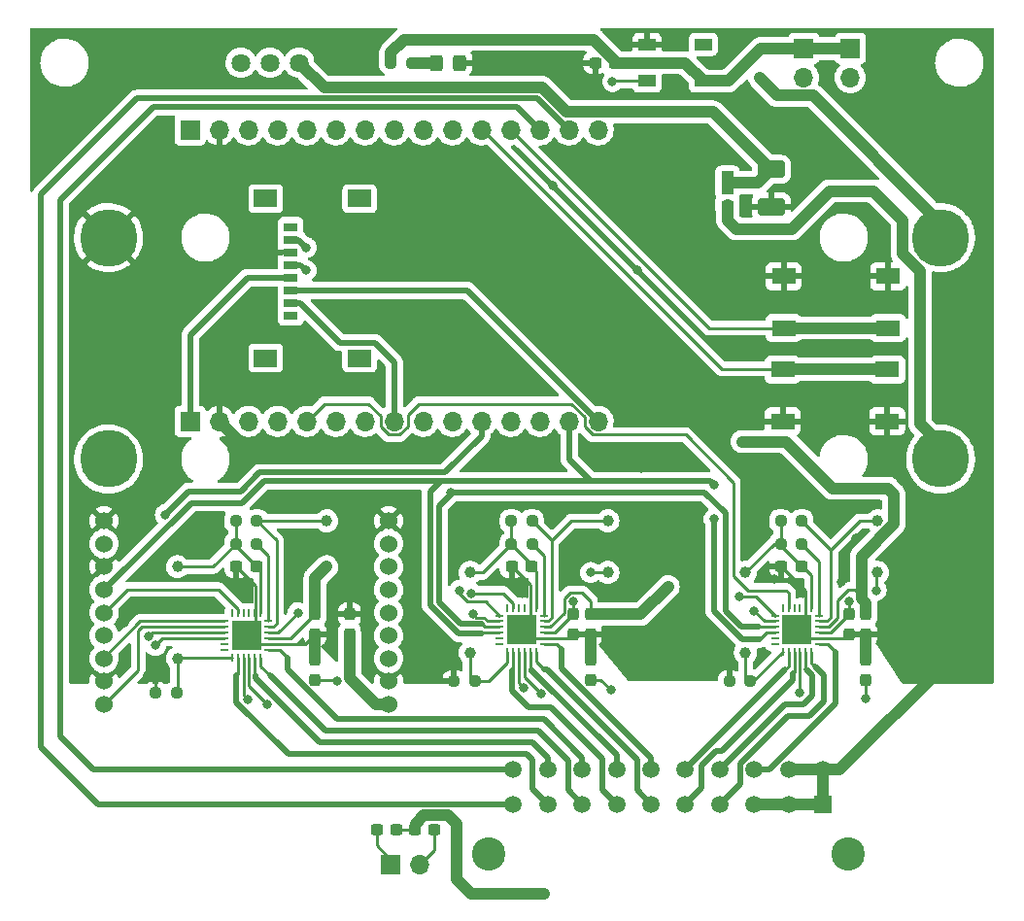
<source format=gbr>
%TF.GenerationSoftware,KiCad,Pcbnew,(6.0.6)*%
%TF.CreationDate,2022-08-03T15:13:17+02:00*%
%TF.ProjectId,PCAP04_Interface,50434150-3034-45f4-996e-746572666163,rev?*%
%TF.SameCoordinates,Original*%
%TF.FileFunction,Copper,L1,Top*%
%TF.FilePolarity,Positive*%
%FSLAX46Y46*%
G04 Gerber Fmt 4.6, Leading zero omitted, Abs format (unit mm)*
G04 Created by KiCad (PCBNEW (6.0.6)) date 2022-08-03 15:13:17*
%MOMM*%
%LPD*%
G01*
G04 APERTURE LIST*
G04 Aperture macros list*
%AMRoundRect*
0 Rectangle with rounded corners*
0 $1 Rounding radius*
0 $2 $3 $4 $5 $6 $7 $8 $9 X,Y pos of 4 corners*
0 Add a 4 corners polygon primitive as box body*
4,1,4,$2,$3,$4,$5,$6,$7,$8,$9,$2,$3,0*
0 Add four circle primitives for the rounded corners*
1,1,$1+$1,$2,$3*
1,1,$1+$1,$4,$5*
1,1,$1+$1,$6,$7*
1,1,$1+$1,$8,$9*
0 Add four rect primitives between the rounded corners*
20,1,$1+$1,$2,$3,$4,$5,0*
20,1,$1+$1,$4,$5,$6,$7,0*
20,1,$1+$1,$6,$7,$8,$9,0*
20,1,$1+$1,$8,$9,$2,$3,0*%
G04 Aperture macros list end*
%TA.AperFunction,SMDPad,CuDef*%
%ADD10RoundRect,0.237500X-0.300000X-0.237500X0.300000X-0.237500X0.300000X0.237500X-0.300000X0.237500X0*%
%TD*%
%TA.AperFunction,SMDPad,CuDef*%
%ADD11RoundRect,0.237500X0.300000X0.237500X-0.300000X0.237500X-0.300000X-0.237500X0.300000X-0.237500X0*%
%TD*%
%TA.AperFunction,SMDPad,CuDef*%
%ADD12C,1.000000*%
%TD*%
%TA.AperFunction,SMDPad,CuDef*%
%ADD13R,2.000000X1.500000*%
%TD*%
%TA.AperFunction,SMDPad,CuDef*%
%ADD14R,1.200000X0.800000*%
%TD*%
%TA.AperFunction,ComponentPad*%
%ADD15C,2.910000*%
%TD*%
%TA.AperFunction,ComponentPad*%
%ADD16C,1.520000*%
%TD*%
%TA.AperFunction,ComponentPad*%
%ADD17R,1.520000X1.520000*%
%TD*%
%TA.AperFunction,SMDPad,CuDef*%
%ADD18RoundRect,0.237500X0.237500X-0.300000X0.237500X0.300000X-0.237500X0.300000X-0.237500X-0.300000X0*%
%TD*%
%TA.AperFunction,SMDPad,CuDef*%
%ADD19RoundRect,0.237500X-0.237500X0.300000X-0.237500X-0.300000X0.237500X-0.300000X0.237500X0.300000X0*%
%TD*%
%TA.AperFunction,SMDPad,CuDef*%
%ADD20RoundRect,0.237500X0.250000X0.237500X-0.250000X0.237500X-0.250000X-0.237500X0.250000X-0.237500X0*%
%TD*%
%TA.AperFunction,SMDPad,CuDef*%
%ADD21O,0.750000X0.250000*%
%TD*%
%TA.AperFunction,SMDPad,CuDef*%
%ADD22O,0.250000X0.750000*%
%TD*%
%TA.AperFunction,SMDPad,CuDef*%
%ADD23R,2.600000X2.600000*%
%TD*%
%TA.AperFunction,SMDPad,CuDef*%
%ADD24R,1.100000X2.000000*%
%TD*%
%TA.AperFunction,SMDPad,CuDef*%
%ADD25R,1.100000X0.800000*%
%TD*%
%TA.AperFunction,SMDPad,CuDef*%
%ADD26R,2.100000X1.400000*%
%TD*%
%TA.AperFunction,ComponentPad*%
%ADD27R,1.700000X1.700000*%
%TD*%
%TA.AperFunction,ComponentPad*%
%ADD28O,1.700000X1.700000*%
%TD*%
%TA.AperFunction,SMDPad,CuDef*%
%ADD29RoundRect,0.237500X-0.250000X-0.237500X0.250000X-0.237500X0.250000X0.237500X-0.250000X0.237500X0*%
%TD*%
%TA.AperFunction,ComponentPad*%
%ADD30C,1.524000*%
%TD*%
%TA.AperFunction,SMDPad,CuDef*%
%ADD31RoundRect,0.250001X-0.924999X0.499999X-0.924999X-0.499999X0.924999X-0.499999X0.924999X0.499999X0*%
%TD*%
%TA.AperFunction,SMDPad,CuDef*%
%ADD32RoundRect,0.250000X0.325000X0.450000X-0.325000X0.450000X-0.325000X-0.450000X0.325000X-0.450000X0*%
%TD*%
%TA.AperFunction,ComponentPad*%
%ADD33C,1.635000*%
%TD*%
%TA.AperFunction,SMDPad,CuDef*%
%ADD34R,1.500000X1.000000*%
%TD*%
%TA.AperFunction,ComponentPad*%
%ADD35C,5.000000*%
%TD*%
%TA.AperFunction,ViaPad*%
%ADD36C,0.800000*%
%TD*%
%TA.AperFunction,Conductor*%
%ADD37C,1.000000*%
%TD*%
%TA.AperFunction,Conductor*%
%ADD38C,0.250000*%
%TD*%
%TA.AperFunction,Conductor*%
%ADD39C,0.500000*%
%TD*%
G04 APERTURE END LIST*
D10*
%TO.P,C22,1*%
%TO.N,GND*%
X134011500Y-140462000D03*
%TO.P,C22,2*%
%TO.N,C2.5*%
X135736500Y-140462000D03*
%TD*%
D11*
%TO.P,C17,1*%
%TO.N,GND*%
X132434500Y-140462000D03*
%TO.P,C17,2*%
%TO.N,C1.5*%
X130709500Y-140462000D03*
%TD*%
D12*
%TO.P,TP10,1,1*%
%TO.N,Net-(C12-Pad1)*%
X162849195Y-118085695D03*
%TD*%
D13*
%TO.P,J3,MP1,MP1*%
%TO.N,unconnected-(J3-PadMP1)*%
X121032000Y-85511000D03*
%TO.P,J3,MP2,MP2*%
%TO.N,unconnected-(J3-PadMP2)*%
X121032000Y-99401000D03*
%TO.P,J3,MP3,MP3*%
%TO.N,unconnected-(J3-PadMP3)*%
X129232000Y-99401000D03*
%TO.P,J3,MP4,MP4*%
%TO.N,unconnected-(J3-PadMP4)*%
X129232000Y-85511000D03*
D14*
%TO.P,J3,P1,DAT2*%
%TO.N,unconnected-(J3-PadP1)*%
X123232000Y-95681000D03*
%TO.P,J3,P2,CD/DAT3*%
%TO.N,SD_CS*%
X123232000Y-94581000D03*
%TO.P,J3,P3,CMD*%
%TO.N,SD_MOSI*%
X123232000Y-93481000D03*
%TO.P,J3,P4,VDD*%
%TO.N,+3V3*%
X123232000Y-92381000D03*
%TO.P,J3,P5,CLK*%
%TO.N,SD_SCLK*%
X123232000Y-91281000D03*
%TO.P,J3,P6,VSS*%
%TO.N,GND*%
X123232000Y-90181000D03*
%TO.P,J3,P7,DAT0*%
%TO.N,SD_MISO*%
X123232000Y-89081000D03*
%TO.P,J3,P8,DAT1*%
%TO.N,unconnected-(J3-PadP8)*%
X123232000Y-87981000D03*
%TD*%
D15*
%TO.P,J2,22,22*%
%TO.N,unconnected-(J2-Pad22)*%
X140464045Y-142601795D03*
%TO.P,J2,21,21*%
%TO.N,unconnected-(J2-Pad21)*%
X171764045Y-142601795D03*
D16*
%TO.P,J2,20,20*%
%TO.N,PR1-SENSE*%
X142614045Y-135281795D03*
%TO.P,J2,19,19*%
%TO.N,C1.1*%
X145614045Y-135281795D03*
%TO.P,J2,18,18*%
%TO.N,C1.3*%
X148614045Y-135281795D03*
%TO.P,J2,17,17*%
%TO.N,C2.1*%
X151614045Y-135281795D03*
%TO.P,J2,16,16*%
%TO.N,C2.3*%
X154614045Y-135281795D03*
%TO.P,J2,15,15*%
%TO.N,C3.4*%
X157614045Y-135281795D03*
%TO.P,J2,14,14*%
%TO.N,C3.1*%
X160614045Y-135281795D03*
%TO.P,J2,13,13*%
%TO.N,C3.3*%
X163614045Y-135281795D03*
%TO.P,J2,12,12*%
%TO.N,GND*%
X166614045Y-135281795D03*
%TO.P,J2,11,11*%
X169614045Y-135281795D03*
%TO.P,J2,10,10*%
%TO.N,PR2-SENSE*%
X142614045Y-138281795D03*
%TO.P,J2,9,9*%
%TO.N,C1.4*%
X145614045Y-138281795D03*
%TO.P,J2,8,8*%
%TO.N,C1.2*%
X148614045Y-138281795D03*
%TO.P,J2,7,7*%
%TO.N,C2.4*%
X151614045Y-138281795D03*
%TO.P,J2,6,6*%
%TO.N,C2.2*%
X154614045Y-138281795D03*
%TO.P,J2,5,5*%
%TO.N,C3.5*%
X157614045Y-138281795D03*
%TO.P,J2,4,4*%
%TO.N,C3.2*%
X160614045Y-138281795D03*
%TO.P,J2,3,3*%
%TO.N,GND*%
X163614045Y-138281795D03*
%TO.P,J2,2,2*%
X166614045Y-138281795D03*
D17*
%TO.P,J2,1,1*%
X169614045Y-138281795D03*
%TD*%
D18*
%TO.P,C4,1*%
%TO.N,CREF_3*%
X173349195Y-127448195D03*
%TO.P,C4,2*%
%TO.N,GND*%
X173349195Y-125723195D03*
%TD*%
D19*
%TO.P,C11,1*%
%TO.N,/PCAP-IC_2/1V8*%
X147849195Y-121723195D03*
%TO.P,C11,2*%
%TO.N,GND*%
X147849195Y-123448195D03*
%TD*%
D12*
%TO.P,TP7,1,1*%
%TO.N,Net-(IC2-Pad19)*%
X138849195Y-125085695D03*
%TD*%
D20*
%TO.P,R7,1*%
%TO.N,Net-(IC2-Pad5)*%
X144261695Y-113585695D03*
%TO.P,R7,2*%
%TO.N,Net-(C9-Pad1)*%
X142436695Y-113585695D03*
%TD*%
D18*
%TO.P,C2,1*%
%TO.N,CREF_2*%
X149349195Y-127448195D03*
%TO.P,C2,2*%
%TO.N,GND*%
X149349195Y-125723195D03*
%TD*%
D11*
%TO.P,C6,1*%
%TO.N,Net-(C6-Pad1)*%
X120211695Y-117585695D03*
%TO.P,C6,2*%
%TO.N,GND*%
X118486695Y-117585695D03*
%TD*%
D20*
%TO.P,R10,1*%
%TO.N,Net-(IC3-Pad5)*%
X167761695Y-113585695D03*
%TO.P,R10,2*%
%TO.N,Net-(C12-Pad1)*%
X165936695Y-113585695D03*
%TD*%
D21*
%TO.P,IC3,1,PC3*%
%TO.N,C3.3*%
X169274195Y-124335695D03*
%TO.P,IC3,2,GND_1*%
%TO.N,GND*%
X169274195Y-123835695D03*
%TO.P,IC3,3,VDD18*%
%TO.N,/PCAP-IC_3/1V8*%
X169274195Y-123335695D03*
%TO.P,IC3,4,VDD33_1*%
%TO.N,+3V3*%
X169274195Y-122835695D03*
%TO.P,IC3,5,PT1*%
%TO.N,Net-(IC3-Pad5)*%
X169274195Y-122335695D03*
%TO.P,IC3,6,PT0REF*%
%TO.N,Net-(IC3-Pad6)*%
X169274195Y-121835695D03*
D22*
%TO.P,IC3,7,PTOUT*%
%TO.N,Net-(C12-Pad1)*%
X168599195Y-121160695D03*
%TO.P,IC3,8,GND_2*%
%TO.N,GND*%
X168099195Y-121160695D03*
%TO.P,IC3,9,SSN_PG0*%
%TO.N,unconnected-(IC3-Pad9)*%
X167599195Y-121160695D03*
%TO.P,IC3,10,MISO_PG1*%
%TO.N,unconnected-(IC3-Pad10)*%
X167099195Y-121160695D03*
%TO.P,IC3,11,PG5*%
%TO.N,PCAP3_INT*%
X166599195Y-121160695D03*
%TO.P,IC3,12,PG2*%
%TO.N,unconnected-(IC3-Pad12)*%
X166099195Y-121160695D03*
D21*
%TO.P,IC3,13,IIC_EN*%
%TO.N,PCAP3_EN*%
X165424195Y-121835695D03*
%TO.P,IC3,14,VDD33_2*%
%TO.N,+3V3*%
X165424195Y-122335695D03*
%TO.P,IC3,15,MOSI_SDA*%
%TO.N,SDA*%
X165424195Y-122835695D03*
%TO.P,IC3,16,SCK_SCL*%
%TO.N,SCL*%
X165424195Y-123335695D03*
%TO.P,IC3,17,PG3*%
%TO.N,unconnected-(IC3-Pad17)*%
X165424195Y-123835695D03*
%TO.P,IC3,18,PG4*%
%TO.N,unconnected-(IC3-Pad18)*%
X165424195Y-124335695D03*
D22*
%TO.P,IC3,19,PCAUX*%
%TO.N,Net-(IC3-Pad19)*%
X166099195Y-125010695D03*
%TO.P,IC3,20,PC4*%
%TO.N,C3.4*%
X166599195Y-125010695D03*
%TO.P,IC3,21,PC5*%
%TO.N,C3.5*%
X167099195Y-125010695D03*
%TO.P,IC3,22,PC0*%
%TO.N,CREF_3*%
X167599195Y-125010695D03*
%TO.P,IC3,23,PC1*%
%TO.N,C3.1*%
X168099195Y-125010695D03*
%TO.P,IC3,24,PC2*%
%TO.N,C3.2*%
X168599195Y-125010695D03*
D23*
%TO.P,IC3,25,EP*%
%TO.N,GND*%
X167349195Y-123085695D03*
%TD*%
D19*
%TO.P,C10,1*%
%TO.N,+3V3*%
X149349195Y-121723195D03*
%TO.P,C10,2*%
%TO.N,GND*%
X149349195Y-123448195D03*
%TD*%
D24*
%TO.P,D1,1*%
%TO.N,+BATT*%
X161290000Y-84140000D03*
D25*
%TO.P,D1,2*%
%TO.N,Net-(D1-Pad2)*%
X161290000Y-86040000D03*
%TD*%
D18*
%TO.P,C1,1*%
%TO.N,CREF_1*%
X125349195Y-127448195D03*
%TO.P,C1,2*%
%TO.N,GND*%
X125349195Y-125723195D03*
%TD*%
D26*
%TO.P,S2,1,1*%
%TO.N,GND*%
X166175500Y-92274000D03*
%TO.P,S2,2,2*%
X175275500Y-92274000D03*
%TO.P,S2,3,3*%
%TO.N,BUTTON1*%
X166175500Y-96774000D03*
%TO.P,S2,4,4*%
X175275500Y-96774000D03*
%TD*%
D27*
%TO.P,R2,1*%
%TO.N,+3V3*%
X171983000Y-72410000D03*
D28*
%TO.P,R2,2*%
%TO.N,PR1-SENSE*%
X171983000Y-74950000D03*
%TD*%
D20*
%TO.P,R12,1*%
%TO.N,Net-(IC3-Pad19)*%
X163261695Y-127585695D03*
%TO.P,R12,2*%
%TO.N,GND*%
X161436695Y-127585695D03*
%TD*%
D29*
%TO.P,R1,1*%
%TO.N,+3V3*%
X131920500Y-73660000D03*
%TO.P,R1,2*%
%TO.N,Net-(D2-Pad2)*%
X133745500Y-73660000D03*
%TD*%
D20*
%TO.P,R9,1*%
%TO.N,Net-(IC2-Pad19)*%
X139261695Y-127585695D03*
%TO.P,R9,2*%
%TO.N,GND*%
X137436695Y-127585695D03*
%TD*%
%TO.P,R5,1*%
%TO.N,Net-(IC1-Pad6)*%
X120261695Y-115585695D03*
%TO.P,R5,2*%
%TO.N,Net-(C6-Pad1)*%
X118436695Y-115585695D03*
%TD*%
D12*
%TO.P,TP1,1,1*%
%TO.N,Net-(IC1-Pad5)*%
X126349195Y-113585695D03*
%TD*%
D30*
%TO.P,U1,J1-1,VDD*%
%TO.N,+3V3*%
X131749195Y-129585695D03*
%TO.P,U1,J1-2,GND*%
%TO.N,GND*%
X131749195Y-127585695D03*
%TO.P,U1,J1-3,PG0*%
%TO.N,unconnected-(U1-PadJ1-3)*%
X131749195Y-125585695D03*
%TO.P,U1,J1-4,PG1*%
%TO.N,unconnected-(U1-PadJ1-4)*%
X131749195Y-123585695D03*
%TO.P,U1,J1-5,PG2*%
%TO.N,unconnected-(U1-PadJ1-5)*%
X131749195Y-121585695D03*
%TO.P,U1,J1-6,PG3*%
%TO.N,unconnected-(U1-PadJ1-6)*%
X131749195Y-119585695D03*
%TO.P,U1,J1-7,PG4*%
%TO.N,unconnected-(U1-PadJ1-7)*%
X131749195Y-117585695D03*
%TO.P,U1,J1-8,PG5*%
%TO.N,unconnected-(U1-PadJ1-8)*%
X131749195Y-115585695D03*
%TO.P,U1,J1-9,GND*%
%TO.N,GND*%
X131749195Y-113585695D03*
%TO.P,U1,J2-1,VDD*%
%TO.N,+3V3*%
X106949195Y-129585695D03*
%TO.P,U1,J2-2,GND*%
%TO.N,GND*%
X106949195Y-127585695D03*
%TO.P,U1,J2-3,IIC_EN*%
%TO.N,PCAP1_EN*%
X106949195Y-125585695D03*
%TO.P,U1,J2-4,SDA*%
%TO.N,SDA*%
X106949195Y-123585695D03*
%TO.P,U1,J2-5,PG5*%
%TO.N,PCAP1_INT*%
X106949195Y-121585695D03*
%TO.P,U1,J2-6,SCL*%
%TO.N,SCL*%
X106949195Y-119585695D03*
%TO.P,U1,J2-7,GND*%
%TO.N,GND*%
X106949195Y-117585695D03*
%TO.P,U1,J2-8,NC*%
%TO.N,unconnected-(U1-PadJ2-8)*%
X106949195Y-115585695D03*
%TO.P,U1,J2-9,GND*%
%TO.N,GND*%
X106949195Y-113585695D03*
%TD*%
D20*
%TO.P,R8,1*%
%TO.N,Net-(IC2-Pad6)*%
X144261695Y-115585695D03*
%TO.P,R8,2*%
%TO.N,Net-(C9-Pad1)*%
X142436695Y-115585695D03*
%TD*%
D12*
%TO.P,TP2,1,1*%
%TO.N,Net-(C6-Pad1)*%
X113349195Y-117585695D03*
%TD*%
D27*
%TO.P,J4,1,Pin_1*%
%TO.N,C1.5*%
X131953000Y-143510000D03*
D28*
%TO.P,J4,2,Pin_2*%
%TO.N,C2.5*%
X134493000Y-143510000D03*
%TD*%
D12*
%TO.P,TP8,1,1*%
%TO.N,/PCAP-IC_2/1V8*%
X150849195Y-118085695D03*
%TD*%
D21*
%TO.P,IC1,1,PC3*%
%TO.N,C1.3*%
X121274195Y-124835695D03*
%TO.P,IC1,2,GND_1*%
%TO.N,GND*%
X121274195Y-124335695D03*
%TO.P,IC1,3,VDD18*%
%TO.N,/PCAP-IC_1/1V8*%
X121274195Y-123835695D03*
%TO.P,IC1,4,VDD33_1*%
%TO.N,+3V3*%
X121274195Y-123335695D03*
%TO.P,IC1,5,PT1*%
%TO.N,Net-(IC1-Pad5)*%
X121274195Y-122835695D03*
%TO.P,IC1,6,PT0REF*%
%TO.N,Net-(IC1-Pad6)*%
X121274195Y-122335695D03*
D22*
%TO.P,IC1,7,PTOUT*%
%TO.N,Net-(C6-Pad1)*%
X120599195Y-121660695D03*
%TO.P,IC1,8,GND_2*%
%TO.N,GND*%
X120099195Y-121660695D03*
%TO.P,IC1,9,SSN_PG0*%
%TO.N,unconnected-(IC1-Pad9)*%
X119599195Y-121660695D03*
%TO.P,IC1,10,MISO_PG1*%
%TO.N,unconnected-(IC1-Pad10)*%
X119099195Y-121660695D03*
%TO.P,IC1,11,PG5*%
%TO.N,PCAP1_INT*%
X118599195Y-121660695D03*
%TO.P,IC1,12,PG2*%
%TO.N,unconnected-(IC1-Pad12)*%
X118099195Y-121660695D03*
D21*
%TO.P,IC1,13,IIC_EN*%
%TO.N,PCAP1_EN*%
X117424195Y-122335695D03*
%TO.P,IC1,14,VDD33_2*%
%TO.N,+3V3*%
X117424195Y-122835695D03*
%TO.P,IC1,15,MOSI_SDA*%
%TO.N,SDA*%
X117424195Y-123335695D03*
%TO.P,IC1,16,SCK_SCL*%
%TO.N,SCL*%
X117424195Y-123835695D03*
%TO.P,IC1,17,PG3*%
%TO.N,unconnected-(IC1-Pad17)*%
X117424195Y-124335695D03*
%TO.P,IC1,18,PG4*%
%TO.N,unconnected-(IC1-Pad18)*%
X117424195Y-124835695D03*
D22*
%TO.P,IC1,19,PCAUX*%
%TO.N,Net-(IC1-Pad19)*%
X118099195Y-125510695D03*
%TO.P,IC1,20,PC4*%
%TO.N,C1.4*%
X118599195Y-125510695D03*
%TO.P,IC1,21,PC5*%
%TO.N,C1.5*%
X119099195Y-125510695D03*
%TO.P,IC1,22,PC0*%
%TO.N,CREF_1*%
X119599195Y-125510695D03*
%TO.P,IC1,23,PC1*%
%TO.N,C1.1*%
X120099195Y-125510695D03*
%TO.P,IC1,24,PC2*%
%TO.N,C1.2*%
X120599195Y-125510695D03*
D23*
%TO.P,IC1,25,EP*%
%TO.N,GND*%
X119349195Y-123585695D03*
%TD*%
D12*
%TO.P,TP12,1,1*%
%TO.N,/PCAP-IC_3/1V8*%
X174349195Y-118085695D03*
%TD*%
%TO.P,TP11,1,1*%
%TO.N,Net-(IC3-Pad19)*%
X162849195Y-125085695D03*
%TD*%
D18*
%TO.P,C7,1*%
%TO.N,+3V3*%
X128349195Y-123448195D03*
%TO.P,C7,2*%
%TO.N,GND*%
X128349195Y-121723195D03*
%TD*%
D21*
%TO.P,IC2,1,PC3*%
%TO.N,C2.3*%
X145274195Y-124335695D03*
%TO.P,IC2,2,GND_1*%
%TO.N,GND*%
X145274195Y-123835695D03*
%TO.P,IC2,3,VDD18*%
%TO.N,/PCAP-IC_2/1V8*%
X145274195Y-123335695D03*
%TO.P,IC2,4,VDD33_1*%
%TO.N,+3V3*%
X145274195Y-122835695D03*
%TO.P,IC2,5,PT1*%
%TO.N,Net-(IC2-Pad5)*%
X145274195Y-122335695D03*
%TO.P,IC2,6,PT0REF*%
%TO.N,Net-(IC2-Pad6)*%
X145274195Y-121835695D03*
D22*
%TO.P,IC2,7,PTOUT*%
%TO.N,Net-(C9-Pad1)*%
X144599195Y-121160695D03*
%TO.P,IC2,8,GND_2*%
%TO.N,GND*%
X144099195Y-121160695D03*
%TO.P,IC2,9,SSN_PG0*%
%TO.N,unconnected-(IC2-Pad9)*%
X143599195Y-121160695D03*
%TO.P,IC2,10,MISO_PG1*%
%TO.N,unconnected-(IC2-Pad10)*%
X143099195Y-121160695D03*
%TO.P,IC2,11,PG5*%
%TO.N,PCAP2_INT*%
X142599195Y-121160695D03*
%TO.P,IC2,12,PG2*%
%TO.N,unconnected-(IC2-Pad12)*%
X142099195Y-121160695D03*
D21*
%TO.P,IC2,13,IIC_EN*%
%TO.N,PCAP2_EN*%
X141424195Y-121835695D03*
%TO.P,IC2,14,VDD33_2*%
%TO.N,+3V3*%
X141424195Y-122335695D03*
%TO.P,IC2,15,MOSI_SDA*%
%TO.N,SDA*%
X141424195Y-122835695D03*
%TO.P,IC2,16,SCK_SCL*%
%TO.N,SCL*%
X141424195Y-123335695D03*
%TO.P,IC2,17,PG3*%
%TO.N,unconnected-(IC2-Pad17)*%
X141424195Y-123835695D03*
%TO.P,IC2,18,PG4*%
%TO.N,unconnected-(IC2-Pad18)*%
X141424195Y-124335695D03*
D22*
%TO.P,IC2,19,PCAUX*%
%TO.N,Net-(IC2-Pad19)*%
X142099195Y-125010695D03*
%TO.P,IC2,20,PC4*%
%TO.N,C2.4*%
X142599195Y-125010695D03*
%TO.P,IC2,21,PC5*%
%TO.N,C2.5*%
X143099195Y-125010695D03*
%TO.P,IC2,22,PC0*%
%TO.N,CREF_2*%
X143599195Y-125010695D03*
%TO.P,IC2,23,PC1*%
%TO.N,C2.1*%
X144099195Y-125010695D03*
%TO.P,IC2,24,PC2*%
%TO.N,C2.2*%
X144599195Y-125010695D03*
D23*
%TO.P,IC2,25,EP*%
%TO.N,GND*%
X143349195Y-123085695D03*
%TD*%
D19*
%TO.P,C8,1*%
%TO.N,/PCAP-IC_1/1V8*%
X125349195Y-121723195D03*
%TO.P,C8,2*%
%TO.N,GND*%
X125349195Y-123448195D03*
%TD*%
D20*
%TO.P,R4,1*%
%TO.N,Net-(IC1-Pad5)*%
X120261695Y-113585695D03*
%TO.P,R4,2*%
%TO.N,Net-(C6-Pad1)*%
X118436695Y-113585695D03*
%TD*%
D27*
%TO.P,U2,1,VIN*%
%TO.N,+6V*%
X114450695Y-79509695D03*
D28*
%TO.P,U2,2,GND*%
%TO.N,GND*%
X116990695Y-79509695D03*
%TO.P,U2,3,IO13/HSPI_MOSI*%
%TO.N,unconnected-(U2-Pad3)*%
X119530695Y-79509695D03*
%TO.P,U2,4,IO12/HSPI_MISO*%
%TO.N,unconnected-(U2-Pad4)*%
X122070695Y-79509695D03*
%TO.P,U2,5,IO14/HSPI_CLK*%
%TO.N,unconnected-(U2-Pad5)*%
X124610695Y-79509695D03*
%TO.P,U2,6,IO27*%
%TO.N,PCAP1_INT*%
X127150695Y-79509695D03*
%TO.P,U2,7,IO26*%
%TO.N,PCAP2_INT*%
X129690695Y-79509695D03*
%TO.P,U2,8,IO25*%
%TO.N,PCAP1_EN*%
X132230695Y-79509695D03*
%TO.P,U2,9,IO33*%
%TO.N,PCAP2_EN*%
X134770695Y-79509695D03*
%TO.P,U2,10,IO32*%
%TO.N,PCAP3_EN*%
X137310695Y-79509695D03*
%TO.P,U2,11,I35*%
%TO.N,BUTTON2*%
X139850695Y-79509695D03*
%TO.P,U2,12,I34*%
%TO.N,BUTTON1*%
X142390695Y-79509695D03*
%TO.P,U2,13,I39/SENSOR_VN*%
%TO.N,PR1-SENSE*%
X144930695Y-79509695D03*
%TO.P,U2,14,I36/SENSOR_VP*%
%TO.N,PR2-SENSE*%
X147470695Y-79509695D03*
%TO.P,U2,15,EN*%
%TO.N,unconnected-(U2-Pad15)*%
X150010695Y-79509695D03*
D27*
%TO.P,U2,16,3V3*%
%TO.N,+3V3*%
X114450695Y-104909695D03*
D28*
%TO.P,U2,17,GND*%
%TO.N,GND*%
X116990695Y-104909695D03*
%TO.P,U2,18,IO15/HSPI_CS0*%
%TO.N,unconnected-(U2-Pad18)*%
X119530695Y-104909695D03*
%TO.P,U2,19,IO02*%
%TO.N,unconnected-(U2-Pad19)*%
X122070695Y-104909695D03*
%TO.P,U2,20,IO04*%
%TO.N,PCAP3_INT*%
X124610695Y-104909695D03*
%TO.P,U2,21,IO16/RX2*%
%TO.N,LED_DATA*%
X127150695Y-104909695D03*
%TO.P,U2,22,IO17/TX2*%
%TO.N,unconnected-(U2-Pad22)*%
X129690695Y-104909695D03*
%TO.P,U2,23,IO05/VSPI_CS0*%
%TO.N,SD_CS*%
X132230695Y-104909695D03*
%TO.P,U2,24,IO18/VSPI_CLK*%
%TO.N,SD_SCLK*%
X134770695Y-104909695D03*
%TO.P,U2,25,IO19/VSPI_MISO*%
%TO.N,SD_MISO*%
X137310695Y-104909695D03*
%TO.P,U2,26,IO21/SDA*%
%TO.N,SDA*%
X139850695Y-104909695D03*
%TO.P,U2,27,I03/RX0*%
%TO.N,unconnected-(U2-Pad27)*%
X142390695Y-104909695D03*
%TO.P,U2,28,O01/TX0*%
%TO.N,unconnected-(U2-Pad28)*%
X144930695Y-104909695D03*
%TO.P,U2,29,IO22/SCL*%
%TO.N,SCL*%
X147470695Y-104909695D03*
%TO.P,U2,30,IO23/VSPI_MOSI*%
%TO.N,SD_MOSI*%
X150010695Y-104909695D03*
%TD*%
D19*
%TO.P,C13,1*%
%TO.N,+3V3*%
X173349195Y-121723195D03*
%TO.P,C13,2*%
%TO.N,GND*%
X173349195Y-123448195D03*
%TD*%
D27*
%TO.P,R3,1*%
%TO.N,+3V3*%
X167919000Y-72410000D03*
D28*
%TO.P,R3,2*%
%TO.N,PR2-SENSE*%
X167919000Y-74950000D03*
%TD*%
D26*
%TO.P,S3,1,1*%
%TO.N,GND*%
X175200500Y-104902000D03*
%TO.P,S3,2,2*%
X166100500Y-104902000D03*
%TO.P,S3,3,3*%
%TO.N,BUTTON2*%
X175200500Y-100402000D03*
%TO.P,S3,4,4*%
X166100500Y-100402000D03*
%TD*%
D31*
%TO.P,C3,1*%
%TO.N,+BATT*%
X165100000Y-82957000D03*
%TO.P,C3,2*%
%TO.N,GND*%
X165100000Y-86207000D03*
%TD*%
D32*
%TO.P,D2,1,K*%
%TO.N,GND*%
X137922000Y-73660000D03*
%TO.P,D2,2,A*%
%TO.N,Net-(D2-Pad2)*%
X135872000Y-73660000D03*
%TD*%
D12*
%TO.P,TP6,1,1*%
%TO.N,Net-(C9-Pad1)*%
X138849195Y-118085695D03*
%TD*%
D33*
%TO.P,S1,1,NO*%
%TO.N,+BATT*%
X123952000Y-73660000D03*
%TO.P,S1,2,COM*%
%TO.N,+6V*%
X121412000Y-73660000D03*
%TO.P,S1,3,NC*%
%TO.N,unconnected-(S1-Pad3)*%
X118872000Y-73660000D03*
%TD*%
D20*
%TO.P,R11,1*%
%TO.N,Net-(IC3-Pad6)*%
X167761695Y-115585695D03*
%TO.P,R11,2*%
%TO.N,Net-(C12-Pad1)*%
X165936695Y-115585695D03*
%TD*%
D12*
%TO.P,TP9,1,1*%
%TO.N,Net-(IC3-Pad5)*%
X174349195Y-113585695D03*
%TD*%
D11*
%TO.P,C12,1*%
%TO.N,Net-(C12-Pad1)*%
X167711695Y-117585695D03*
%TO.P,C12,2*%
%TO.N,GND*%
X165986695Y-117585695D03*
%TD*%
D20*
%TO.P,R6,1*%
%TO.N,Net-(IC1-Pad19)*%
X113261695Y-128585695D03*
%TO.P,R6,2*%
%TO.N,GND*%
X111436695Y-128585695D03*
%TD*%
D12*
%TO.P,TP3,1,1*%
%TO.N,Net-(IC1-Pad19)*%
X113349195Y-125585695D03*
%TD*%
D34*
%TO.P,D3,1,VDD*%
%TO.N,+3V3*%
X159168000Y-75260000D03*
%TO.P,D3,2,DOUT*%
%TO.N,unconnected-(D3-Pad2)*%
X159168000Y-72060000D03*
%TO.P,D3,3,VSS*%
%TO.N,GND*%
X154268000Y-72060000D03*
%TO.P,D3,4,DIN*%
%TO.N,LED_DATA*%
X154268000Y-75260000D03*
%TD*%
D12*
%TO.P,TP4,1,1*%
%TO.N,/PCAP-IC_1/1V8*%
X126349195Y-117585695D03*
%TD*%
%TO.P,TP5,1,1*%
%TO.N,Net-(IC2-Pad5)*%
X150849195Y-113585695D03*
%TD*%
D11*
%TO.P,C9,1*%
%TO.N,Net-(C9-Pad1)*%
X144211695Y-117585695D03*
%TO.P,C9,2*%
%TO.N,GND*%
X142486695Y-117585695D03*
%TD*%
%TO.P,C5,1*%
%TO.N,+3V3*%
X151484500Y-73660000D03*
%TO.P,C5,2*%
%TO.N,GND*%
X149759500Y-73660000D03*
%TD*%
D19*
%TO.P,C14,1*%
%TO.N,/PCAP-IC_3/1V8*%
X171849195Y-121723195D03*
%TO.P,C14,2*%
%TO.N,GND*%
X171849195Y-123448195D03*
%TD*%
D35*
%TO.P,J1,1,Pin_1*%
%TO.N,GND*%
X107349195Y-88902000D03*
%TO.P,J1,2,Pin_2*%
%TO.N,Net-(J1-Pad2)*%
X179849195Y-88902000D03*
%TO.P,J1,3,Pin_3*%
X107349195Y-108202000D03*
%TO.P,J1,4,Pin_4*%
%TO.N,Net-(D1-Pad2)*%
X179849195Y-108202000D03*
%TD*%
D36*
%TO.N,GND*%
X145288000Y-146050000D03*
X164338000Y-124968000D03*
X172466000Y-115062000D03*
X171196000Y-118872000D03*
X110744000Y-120904000D03*
X114300000Y-120904000D03*
X108712000Y-122428000D03*
%TO.N,CREF_1*%
X127265195Y-127579195D03*
X121158000Y-129540000D03*
%TO.N,CREF_2*%
X151141195Y-128341195D03*
X145025007Y-128615383D03*
%TO.N,CREF_3*%
X173349195Y-129085695D03*
X167599195Y-128585695D03*
%TO.N,+3V3*%
X123849195Y-121585695D03*
X163599195Y-121423195D03*
X162560000Y-106680000D03*
X175768000Y-111252000D03*
X156099195Y-119329195D03*
X139099195Y-121736195D03*
%TO.N,/PCAP-IC_2/1V8*%
X149349195Y-118085695D03*
X147861494Y-120597994D03*
%TO.N,/PCAP-IC_3/1V8*%
X171849195Y-120585695D03*
X174244000Y-119634000D03*
%TO.N,LED_DATA*%
X151257000Y-75311000D03*
%TO.N,SDA*%
X137160000Y-111085695D03*
X112285757Y-113047757D03*
X110849195Y-123647994D03*
%TO.N,SCL*%
X160099195Y-110423195D03*
X111434204Y-124458407D03*
X160099195Y-113423195D03*
%TO.N,C1.5*%
X119507000Y-129159000D03*
%TO.N,PCAP2_INT*%
X138938000Y-119888000D03*
%TO.N,PCAP2_EN*%
X137922000Y-119634000D03*
%TO.N,C2.5*%
X143510000Y-128143000D03*
%TO.N,PCAP3_EN*%
X162306000Y-120142000D03*
%TO.N,Net-(J1-Pad2)*%
X164063448Y-74950552D03*
%TO.N,SD_SCLK*%
X124567195Y-91773195D03*
%TO.N,SD_MISO*%
X124567195Y-89773195D03*
%TO.N,GND*%
X101600000Y-81534000D03*
X180340000Y-98933000D03*
X126873000Y-95631000D03*
X163576000Y-113030000D03*
X143377445Y-123057445D03*
X176530000Y-118872000D03*
X134112000Y-112522000D03*
X153924000Y-116332000D03*
X179832000Y-81661000D03*
X144653000Y-108839000D03*
X161671000Y-98679000D03*
X123698000Y-81915000D03*
X106553000Y-93599000D03*
X152654000Y-101092000D03*
X172212000Y-112268000D03*
X143002000Y-73660000D03*
X142748000Y-119126000D03*
X153797000Y-83947000D03*
X119349195Y-123585695D03*
X110744000Y-127000000D03*
X128651000Y-73914000D03*
X169799000Y-81661000D03*
X113411000Y-82296000D03*
X165354000Y-118618000D03*
X153416000Y-91694000D03*
X153924000Y-112268000D03*
X112268000Y-92329000D03*
X134366000Y-124968000D03*
X163195000Y-102362000D03*
X106426000Y-102616000D03*
X128524000Y-115316000D03*
X144018000Y-101092000D03*
X134112000Y-84709000D03*
X182118000Y-118872000D03*
X143510000Y-112268000D03*
X130556000Y-81407000D03*
X153162000Y-123952000D03*
X116332000Y-115062000D03*
X138176000Y-114554000D03*
X158242000Y-115824000D03*
X167442445Y-122992445D03*
X176784000Y-124460000D03*
X128778000Y-101600000D03*
X112649000Y-72390000D03*
X138176000Y-100838000D03*
X128778000Y-119634000D03*
X180848000Y-122174000D03*
X135890000Y-106934000D03*
X118618000Y-119380000D03*
X153797000Y-108966000D03*
X123317000Y-106807000D03*
X160528000Y-125222000D03*
X146050000Y-84328000D03*
X119126000Y-87376000D03*
X110744000Y-118110000D03*
X116459000Y-101854000D03*
X123952000Y-116332000D03*
X146812000Y-91694000D03*
X170815000Y-98679000D03*
X161036000Y-94234000D03*
X108712000Y-125730000D03*
%TD*%
D37*
%TO.N,GND*%
X134834205Y-139231795D02*
X134112000Y-139954000D01*
X136945795Y-139231795D02*
X134834205Y-139231795D01*
X137668000Y-139954000D02*
X136945795Y-139231795D01*
X138938000Y-146050000D02*
X137668000Y-144780000D01*
X145288000Y-146050000D02*
X138938000Y-146050000D01*
X137668000Y-144780000D02*
X137668000Y-139954000D01*
D38*
%TO.N,C1.5*%
X131953000Y-143129000D02*
X131953000Y-143510000D01*
X130709500Y-140462000D02*
X130709500Y-141885500D01*
X130709500Y-141885500D02*
X131953000Y-143129000D01*
%TO.N,C2.5*%
X135736500Y-140462000D02*
X135736500Y-142266500D01*
X135736500Y-142266500D02*
X134493000Y-143510000D01*
%TO.N,GND*%
X132434500Y-140462000D02*
X134011500Y-140462000D01*
%TO.N,PCAP1_INT*%
X116910591Y-119585695D02*
X118599195Y-121274299D01*
X108949195Y-119585695D02*
X116910591Y-119585695D01*
X118599195Y-121274299D02*
X118599195Y-121660695D01*
X106949195Y-121585695D02*
X108949195Y-119585695D01*
D39*
%TO.N,SCL*%
X147470695Y-108204390D02*
X149352000Y-110085695D01*
X147470695Y-104909695D02*
X147470695Y-108204390D01*
D38*
%TO.N,CREF_1*%
X127265195Y-127579195D02*
X127134195Y-127448195D01*
X121158000Y-129540000D02*
X119599195Y-127981195D01*
X127134195Y-127448195D02*
X125349195Y-127448195D01*
X119599195Y-127981195D02*
X119599195Y-125510695D01*
%TO.N,CREF_2*%
X151141195Y-128341195D02*
X150248195Y-127448195D01*
X143599195Y-127189571D02*
X143599195Y-125010695D01*
X145025007Y-128615383D02*
X143599195Y-127189571D01*
X150248195Y-127448195D02*
X149349195Y-127448195D01*
D37*
%TO.N,+BATT*%
X161290000Y-84140000D02*
X163917000Y-84140000D01*
X163917000Y-84140000D02*
X165100000Y-82957000D01*
X165100000Y-82957000D02*
X164999000Y-82957000D01*
X126121195Y-75829195D02*
X123952000Y-73660000D01*
X164999000Y-82957000D02*
X160001695Y-77959695D01*
X145133697Y-75829195D02*
X126121195Y-75829195D01*
X160001695Y-77959695D02*
X147264197Y-77959695D01*
X147264197Y-77959695D02*
X145133697Y-75829195D01*
D38*
%TO.N,CREF_3*%
X167599195Y-125010695D02*
X167599195Y-128585695D01*
X173349195Y-127448195D02*
X173349195Y-129085695D01*
%TO.N,+3V3*%
X164511695Y-122335695D02*
X163599195Y-121423195D01*
D37*
X175768000Y-111252000D02*
X175260000Y-110744000D01*
X166370000Y-106680000D02*
X162560000Y-106680000D01*
D39*
X119459390Y-92381000D02*
X114450695Y-97389695D01*
D37*
X175260000Y-110744000D02*
X170434000Y-110744000D01*
X151484500Y-73521675D02*
X151484500Y-73660000D01*
X159168000Y-75260000D02*
X161341000Y-75260000D01*
D38*
X170849195Y-122085695D02*
X170849195Y-120560390D01*
D37*
X149363195Y-121737195D02*
X149349195Y-121723195D01*
D39*
X114450695Y-97389695D02*
X114450695Y-104909695D01*
D37*
X172949195Y-120382752D02*
X173349195Y-120782752D01*
D38*
X139099195Y-121736195D02*
X139373695Y-122010695D01*
D37*
X170434000Y-110744000D02*
X166370000Y-106680000D01*
X175768000Y-111252000D02*
X175768000Y-113863947D01*
D38*
X170099195Y-122835695D02*
X170849195Y-122085695D01*
X169274195Y-122835695D02*
X170099195Y-122835695D01*
D37*
X153691195Y-121737195D02*
X149363195Y-121737195D01*
D38*
X149349195Y-120585695D02*
X149349195Y-121723195D01*
D37*
X151484500Y-73660000D02*
X157568000Y-73660000D01*
D38*
X147561189Y-119872994D02*
X148636494Y-119872994D01*
X109917393Y-126617497D02*
X106949195Y-129585695D01*
D37*
X172949195Y-116682752D02*
X172949195Y-120382752D01*
X133096000Y-71628000D02*
X149590825Y-71628000D01*
X128349195Y-123448195D02*
X128349195Y-127263325D01*
X164191000Y-72410000D02*
X167919000Y-72410000D01*
D38*
X110235591Y-122835695D02*
X109917393Y-123153893D01*
X171823890Y-119585695D02*
X172361848Y-119585695D01*
D37*
X161341000Y-75260000D02*
X164191000Y-72410000D01*
D38*
X172361848Y-119585695D02*
X173349195Y-120573042D01*
D37*
X131920500Y-72803500D02*
X133096000Y-71628000D01*
X167919000Y-72410000D02*
X171983000Y-72410000D01*
D38*
X122099195Y-123335695D02*
X121274195Y-123335695D01*
X173349195Y-120573042D02*
X173349195Y-121723195D01*
D37*
X130671565Y-129585695D02*
X131749195Y-129585695D01*
X156099195Y-119329195D02*
X153691195Y-121737195D01*
D38*
X165424195Y-122335695D02*
X164511695Y-122335695D01*
X147049195Y-120384988D02*
X147561189Y-119872994D01*
D37*
X128349195Y-127263325D02*
X130671565Y-129585695D01*
D38*
X140087368Y-122010695D02*
X140412368Y-122335695D01*
D37*
X173349195Y-120782752D02*
X173349195Y-121723195D01*
D38*
X147049195Y-121583487D02*
X147049195Y-120384988D01*
X123849195Y-121585695D02*
X122099195Y-123335695D01*
X117424195Y-122835695D02*
X110235591Y-122835695D01*
D37*
X157568000Y-73660000D02*
X159168000Y-75260000D01*
D38*
X140412368Y-122335695D02*
X141424195Y-122335695D01*
D37*
X175768000Y-113863947D02*
X172949195Y-116682752D01*
D38*
X139373695Y-122010695D02*
X140087368Y-122010695D01*
D39*
X123232000Y-92381000D02*
X119459390Y-92381000D01*
D37*
X131920500Y-73660000D02*
X131920500Y-72803500D01*
D38*
X145796987Y-122835695D02*
X147049195Y-121583487D01*
X109917393Y-123153893D02*
X109917393Y-126617497D01*
X170849195Y-120560390D02*
X171823890Y-119585695D01*
D37*
X149590825Y-71628000D02*
X151484500Y-73521675D01*
D38*
X148636494Y-119872994D02*
X149349195Y-120585695D01*
X145274195Y-122835695D02*
X145796987Y-122835695D01*
%TO.N,Net-(C6-Pad1)*%
X118436695Y-115810695D02*
X120211695Y-117585695D01*
X118436695Y-113585695D02*
X118436695Y-115585695D01*
X118436695Y-115585695D02*
X118436695Y-115810695D01*
X116436695Y-117585695D02*
X113349195Y-117585695D01*
X120349195Y-117585695D02*
X120599195Y-117835695D01*
X118436695Y-115585695D02*
X116436695Y-117585695D01*
X120599195Y-117835695D02*
X120599195Y-121660695D01*
X120211695Y-117585695D02*
X120349195Y-117585695D01*
%TO.N,/PCAP-IC_1/1V8*%
X123236695Y-123835695D02*
X125349195Y-121723195D01*
D37*
X125349195Y-118585695D02*
X126349195Y-117585695D01*
D38*
X121274195Y-123835695D02*
X123236695Y-123835695D01*
D37*
X125349195Y-121723195D02*
X125349195Y-118585695D01*
D38*
%TO.N,Net-(C9-Pad1)*%
X138849195Y-118085695D02*
X139936695Y-118085695D01*
X142436695Y-115585695D02*
X142436695Y-113585695D01*
X144211695Y-117585695D02*
X144599195Y-117973195D01*
X144599195Y-117973195D02*
X144599195Y-121160695D01*
X139936695Y-118085695D02*
X142436695Y-115585695D01*
X144211695Y-117585695D02*
X144211695Y-117360695D01*
X144211695Y-117360695D02*
X142436695Y-115585695D01*
%TO.N,/PCAP-IC_2/1V8*%
X147849195Y-120610293D02*
X147861494Y-120597994D01*
X149349195Y-118085695D02*
X150849195Y-118085695D01*
X145274195Y-123335695D02*
X146236695Y-123335695D01*
X146236695Y-123335695D02*
X147849195Y-121723195D01*
X147849195Y-121723195D02*
X147849195Y-120610293D01*
%TO.N,Net-(C12-Pad1)*%
X165349195Y-115585695D02*
X162849195Y-118085695D01*
X167849195Y-117585695D02*
X168599195Y-118335695D01*
X167711695Y-117585695D02*
X167849195Y-117585695D01*
X168599195Y-118335695D02*
X168599195Y-121160695D01*
X165936695Y-115585695D02*
X165936695Y-115810695D01*
X165936695Y-115810695D02*
X167711695Y-117585695D01*
X165936695Y-113585695D02*
X165936695Y-115585695D01*
X165936695Y-115585695D02*
X165349195Y-115585695D01*
%TO.N,/PCAP-IC_3/1V8*%
X169274195Y-123335695D02*
X170235591Y-123335695D01*
X174244000Y-119634000D02*
X174244000Y-118190890D01*
X174244000Y-118190890D02*
X174349195Y-118085695D01*
X171849195Y-121722091D02*
X171849195Y-120585695D01*
X170235591Y-123335695D02*
X171849195Y-121722091D01*
D37*
%TO.N,Net-(D1-Pad2)*%
X173990000Y-84836000D02*
X176530000Y-87376000D01*
X176530000Y-90297000D02*
X178054000Y-91821000D01*
X178054000Y-105136805D02*
X179849195Y-106932000D01*
X178054000Y-91821000D02*
X178054000Y-105136805D01*
X166878000Y-88138000D02*
X170180000Y-84836000D01*
X170180000Y-84836000D02*
X173990000Y-84836000D01*
X161290000Y-87376000D02*
X162052000Y-88138000D01*
X162052000Y-88138000D02*
X166878000Y-88138000D01*
X176530000Y-87376000D02*
X176530000Y-90297000D01*
X161290000Y-86040000D02*
X161290000Y-87376000D01*
%TO.N,Net-(D2-Pad2)*%
X133745500Y-73660000D02*
X135872000Y-73660000D01*
D38*
%TO.N,LED_DATA*%
X151308000Y-75260000D02*
X154268000Y-75260000D01*
X151257000Y-75311000D02*
X151308000Y-75260000D01*
D39*
%TO.N,C1.3*%
X127272423Y-130881195D02*
X122947195Y-126555967D01*
X122947195Y-126555967D02*
X122947195Y-125547195D01*
D38*
X121274195Y-124835695D02*
X122235695Y-124835695D01*
D39*
X145288247Y-130881195D02*
X127272423Y-130881195D01*
X148614045Y-135281795D02*
X148614045Y-134206993D01*
D38*
X122235695Y-124835695D02*
X122947195Y-125547195D01*
D39*
X148614045Y-134206993D02*
X145288247Y-130881195D01*
D38*
%TO.N,Net-(IC1-Pad5)*%
X120261695Y-113585695D02*
X121974195Y-115298195D01*
X121974195Y-115298195D02*
X121974195Y-122522091D01*
X121660591Y-122835695D02*
X121274195Y-122835695D01*
X126349195Y-113585695D02*
X120261695Y-113585695D01*
X121974195Y-122522091D02*
X121660591Y-122835695D01*
%TO.N,Net-(IC1-Pad6)*%
X121274195Y-116598195D02*
X121274195Y-122335695D01*
X120261695Y-115585695D02*
X121274195Y-116598195D01*
%TO.N,PCAP1_EN*%
X117424195Y-122335695D02*
X110099195Y-122335695D01*
X106949195Y-125485695D02*
X106949195Y-125585695D01*
X110099195Y-122335695D02*
X106949195Y-125485695D01*
D39*
%TO.N,SDA*%
X120510355Y-109385695D02*
X136644695Y-109385695D01*
X161099195Y-112923195D02*
X161099195Y-121423195D01*
X137160000Y-111085695D02*
X137160000Y-111252000D01*
D38*
X141424195Y-122835695D02*
X140099195Y-122835695D01*
X140099195Y-122835695D02*
X139849195Y-122585695D01*
D39*
X137160000Y-111085695D02*
X159261695Y-111085695D01*
X137160000Y-111252000D02*
X136144000Y-112268000D01*
D38*
X110849195Y-123647994D02*
X111161494Y-123335695D01*
D39*
X139850695Y-106179695D02*
X139850695Y-104909695D01*
X159261695Y-111085695D02*
X161099195Y-112923195D01*
X118898050Y-110998000D02*
X120510355Y-109385695D01*
D38*
X111161494Y-123335695D02*
X117424195Y-123335695D01*
D39*
X114335514Y-110998000D02*
X118898050Y-110998000D01*
X138049195Y-122585695D02*
X139849195Y-122585695D01*
X136144000Y-112268000D02*
X136144000Y-120680500D01*
D38*
X165424195Y-122835695D02*
X164011695Y-122835695D01*
D39*
X162511695Y-122835695D02*
X164011695Y-122835695D01*
X112285757Y-113047757D02*
X114335514Y-110998000D01*
X161099195Y-121423195D02*
X162511695Y-122835695D01*
X136644695Y-109385695D02*
X139850695Y-106179695D01*
X136144000Y-120680500D02*
X138049195Y-122585695D01*
%TO.N,SCL*%
X137849195Y-110085695D02*
X120927305Y-110085695D01*
X147724305Y-110085695D02*
X137849195Y-110085695D01*
X139849195Y-123410695D02*
X137884245Y-123410695D01*
X160099195Y-121423195D02*
X162099195Y-123423195D01*
X159761695Y-110085695D02*
X147724305Y-110085695D01*
X162099195Y-123423195D02*
X162599195Y-123923195D01*
X114520890Y-112014000D02*
X106949195Y-119585695D01*
D38*
X111434204Y-124458407D02*
X112056916Y-123835695D01*
X165424195Y-123335695D02*
X164686695Y-123335695D01*
D39*
X135382000Y-110998000D02*
X136294305Y-110085695D01*
X160099195Y-110423195D02*
X159761695Y-110085695D01*
X136294305Y-110085695D02*
X137849195Y-110085695D01*
D38*
X112056916Y-123835695D02*
X117424195Y-123835695D01*
D39*
X137884245Y-123410695D02*
X135382000Y-120908450D01*
X160099195Y-113423195D02*
X160099195Y-121423195D01*
X120927305Y-110085695D02*
X118999000Y-112014000D01*
X118999000Y-112014000D02*
X114520890Y-112014000D01*
D38*
X164686695Y-123335695D02*
X164099195Y-123923195D01*
D39*
X135382000Y-120908450D02*
X135382000Y-110998000D01*
D38*
X141424195Y-123335695D02*
X139924195Y-123335695D01*
D39*
X162599195Y-123923195D02*
X164099195Y-123923195D01*
D38*
X139924195Y-123335695D02*
X139849195Y-123410695D01*
%TO.N,Net-(IC1-Pad19)*%
X113349195Y-128498195D02*
X113261695Y-128585695D01*
X113424195Y-125510695D02*
X113349195Y-125585695D01*
X113349195Y-125585695D02*
X113349195Y-128498195D01*
X118099195Y-125510695D02*
X113424195Y-125510695D01*
D39*
%TO.N,C1.4*%
X118491000Y-127071195D02*
X118491000Y-129413000D01*
X144283195Y-136950945D02*
X145614045Y-138281795D01*
X118491000Y-129413000D02*
X123007195Y-133929195D01*
X144283195Y-134437195D02*
X144283195Y-136950945D01*
D38*
X118491000Y-127071195D02*
X118599195Y-126963000D01*
D39*
X123007195Y-133929195D02*
X143775195Y-133929195D01*
X143775195Y-133929195D02*
X144283195Y-134437195D01*
D38*
X118599195Y-126963000D02*
X118599195Y-125510695D01*
%TO.N,C1.5*%
X119099195Y-128751195D02*
X119507000Y-129159000D01*
X119099195Y-125510695D02*
X119099195Y-128751195D01*
D39*
%TO.N,C1.1*%
X144283195Y-132913195D02*
X145614045Y-134244045D01*
X120174195Y-127325195D02*
X125762195Y-132913195D01*
X145614045Y-134244045D02*
X145614045Y-135281795D01*
D38*
X120099195Y-126996195D02*
X120099195Y-125510695D01*
D39*
X125762195Y-132913195D02*
X144283195Y-132913195D01*
D38*
X120174195Y-127071195D02*
X120099195Y-126996195D01*
D39*
X120174195Y-127071195D02*
X120174195Y-127325195D01*
D38*
%TO.N,C1.2*%
X120599195Y-126247195D02*
X121423195Y-127071195D01*
D39*
X126249195Y-131897195D02*
X121423195Y-127071195D01*
X148614045Y-138281795D02*
X147404045Y-137071795D01*
X144791195Y-131897195D02*
X126249195Y-131897195D01*
X147404045Y-134510045D02*
X144791195Y-131897195D01*
D38*
X120599195Y-125510695D02*
X120599195Y-126247195D01*
D39*
X147404045Y-137071795D02*
X147404045Y-134510045D01*
D38*
%TO.N,C2.3*%
X145274195Y-124335695D02*
X146373695Y-124335695D01*
D39*
X154614045Y-134222817D02*
X146823195Y-126431967D01*
X154614045Y-135281795D02*
X154614045Y-134222817D01*
X146823195Y-126431967D02*
X146823195Y-124785195D01*
D38*
X146373695Y-124335695D02*
X146823195Y-124785195D01*
%TO.N,Net-(IC2-Pad5)*%
X147686695Y-113585695D02*
X145974195Y-115298195D01*
X144261695Y-113585695D02*
X145974195Y-115298195D01*
X145974195Y-122022091D02*
X145660591Y-122335695D01*
X150849195Y-113585695D02*
X147686695Y-113585695D01*
X145660591Y-122335695D02*
X145274195Y-122335695D01*
X145974195Y-115298195D02*
X145974195Y-122022091D01*
%TO.N,Net-(IC2-Pad6)*%
X145274195Y-116598195D02*
X145274195Y-121835695D01*
X144261695Y-115585695D02*
X145274195Y-116598195D01*
%TO.N,PCAP2_INT*%
X141712896Y-119888000D02*
X142599195Y-120774299D01*
X142599195Y-120774299D02*
X142599195Y-121160695D01*
X138938000Y-119888000D02*
X141712896Y-119888000D01*
%TO.N,PCAP2_EN*%
X137922000Y-119634000D02*
X137922000Y-119897305D01*
X137922000Y-119897305D02*
X138637695Y-120613000D01*
X138637695Y-120613000D02*
X140201500Y-120613000D01*
X140201500Y-120613000D02*
X141424195Y-121835695D01*
%TO.N,Net-(IC2-Pad19)*%
X142099195Y-125010695D02*
X142099195Y-125976250D01*
X138849195Y-127173195D02*
X138849195Y-125085695D01*
X140489750Y-127585695D02*
X139261695Y-127585695D01*
X139261695Y-127585695D02*
X138849195Y-127173195D01*
X142099195Y-125976250D02*
X140489750Y-127585695D01*
D39*
%TO.N,C2.4*%
X145924165Y-129865195D02*
X150404045Y-134345075D01*
D38*
X142599195Y-126513805D02*
X142599195Y-125010695D01*
D39*
X150404045Y-134345075D02*
X150404045Y-137071795D01*
X142494000Y-126619000D02*
X142494000Y-128397000D01*
X150404045Y-137071795D02*
X151614045Y-138281795D01*
D38*
X142494000Y-126619000D02*
X142599195Y-126513805D01*
D39*
X142494000Y-128397000D02*
X143962195Y-129865195D01*
X143962195Y-129865195D02*
X145924165Y-129865195D01*
D38*
%TO.N,C2.5*%
X143099195Y-125010695D02*
X143099195Y-127732195D01*
X143099195Y-127732195D02*
X143510000Y-128143000D01*
D39*
%TO.N,C2.1*%
X144174195Y-126672195D02*
X144174195Y-126563195D01*
X144283195Y-126672195D02*
X151614045Y-134003045D01*
X144283195Y-126672195D02*
X144174195Y-126672195D01*
X151614045Y-134003045D02*
X151614045Y-135281795D01*
D38*
X144099195Y-126379195D02*
X144099195Y-125010695D01*
D39*
%TO.N,C2.2*%
X153404045Y-137071795D02*
X153404045Y-134414045D01*
X154614045Y-138281795D02*
X153404045Y-137071795D01*
X153404045Y-134414045D02*
X145553195Y-126563195D01*
D38*
X144599195Y-125010695D02*
X144599195Y-125863195D01*
D39*
X145553195Y-126563195D02*
X145299195Y-126563195D01*
D38*
X144599195Y-125863195D02*
X145299195Y-126563195D01*
D39*
%TO.N,C3.3*%
X164901595Y-135281795D02*
X170699195Y-129484195D01*
D38*
X169995695Y-124335695D02*
X170699195Y-125039195D01*
X169274195Y-124335695D02*
X169995695Y-124335695D01*
D39*
X170699195Y-129484195D02*
X170699195Y-125039195D01*
X163614045Y-135281795D02*
X164901595Y-135281795D01*
D38*
%TO.N,Net-(IC3-Pad5)*%
X169962799Y-122335695D02*
X170280997Y-122017497D01*
X169274195Y-122335695D02*
X169962799Y-122335695D01*
X172800299Y-113585695D02*
X170280997Y-116104997D01*
X170280997Y-116104997D02*
X167761695Y-113585695D01*
X170280997Y-122017497D02*
X170280997Y-116104997D01*
X174349195Y-113585695D02*
X172800299Y-113585695D01*
%TO.N,Net-(IC3-Pad6)*%
X169274195Y-117098195D02*
X169274195Y-121835695D01*
X167761695Y-115585695D02*
X169274195Y-117098195D01*
%TO.N,PCAP3_INT*%
X161798000Y-110236000D02*
X161798000Y-118364000D01*
X131055695Y-105396396D02*
X131743994Y-106084695D01*
X161798000Y-118364000D02*
X163068000Y-119634000D01*
X157646695Y-106084695D02*
X161798000Y-110236000D01*
X166370000Y-119634000D02*
X166599195Y-119863195D01*
X166599195Y-119863195D02*
X166599195Y-121160695D01*
X133405695Y-104338305D02*
X134366000Y-103378000D01*
X163068000Y-119634000D02*
X166370000Y-119634000D01*
X126142390Y-103378000D02*
X130010701Y-103378000D01*
X124610695Y-104909695D02*
X126142390Y-103378000D01*
X148835695Y-104547867D02*
X148835695Y-105396396D01*
X148835695Y-105396396D02*
X149523994Y-106084695D01*
X132717396Y-106084695D02*
X133405695Y-105396396D01*
X133405695Y-105396396D02*
X133405695Y-104338305D01*
X131055695Y-104422994D02*
X131055695Y-105396396D01*
X147665828Y-103378000D02*
X148835695Y-104547867D01*
X149523994Y-106084695D02*
X157646695Y-106084695D01*
X134366000Y-103378000D02*
X147665828Y-103378000D01*
X131743994Y-106084695D02*
X132717396Y-106084695D01*
X130010701Y-103378000D02*
X131055695Y-104422994D01*
%TO.N,PCAP3_EN*%
X163730500Y-120142000D02*
X162306000Y-120142000D01*
X165424195Y-121835695D02*
X163730500Y-120142000D01*
%TO.N,Net-(IC3-Pad19)*%
X163261695Y-127585695D02*
X162849195Y-127173195D01*
X163524195Y-127585695D02*
X163261695Y-127585695D01*
X162849195Y-127173195D02*
X162849195Y-125085695D01*
X166099195Y-125010695D02*
X163524195Y-127585695D01*
%TO.N,C3.4*%
X166599195Y-126296645D02*
X166332645Y-126563195D01*
D39*
X157614045Y-135281795D02*
X166332645Y-126563195D01*
D38*
X166599195Y-125010695D02*
X166599195Y-126296645D01*
D39*
%TO.N,C3.5*%
X160285195Y-133675195D02*
X160793195Y-133675195D01*
X159015195Y-134945195D02*
X160285195Y-133675195D01*
X160793195Y-133675195D02*
X166978895Y-127489495D01*
X157614045Y-138281795D02*
X159015195Y-136880645D01*
D38*
X167099195Y-125010695D02*
X167099195Y-126786595D01*
D39*
X159015195Y-136880645D02*
X159015195Y-134945195D01*
X166978895Y-127489495D02*
X166978895Y-126906895D01*
D38*
X167099195Y-126786595D02*
X166978895Y-126906895D01*
D39*
%TO.N,C3.1*%
X166284645Y-129611195D02*
X167905195Y-129611195D01*
X167905195Y-129611195D02*
X168667195Y-128849195D01*
D38*
X168099195Y-126503195D02*
X168159195Y-126563195D01*
D39*
X168667195Y-127056195D02*
X168174195Y-126563195D01*
X168667195Y-128849195D02*
X168667195Y-127056195D01*
D38*
X168099195Y-125010695D02*
X168099195Y-126503195D01*
D39*
X160614045Y-135281795D02*
X166284645Y-129611195D01*
%TO.N,C3.2*%
X162404045Y-136491795D02*
X162404045Y-134780596D01*
X168413195Y-130627195D02*
X169683195Y-129357195D01*
X169683195Y-129357195D02*
X169683195Y-127071195D01*
D38*
X168599195Y-125010695D02*
X168599195Y-125987195D01*
D39*
X166557446Y-130627195D02*
X168413195Y-130627195D01*
D38*
X168599195Y-125987195D02*
X168921195Y-126309195D01*
D39*
X169683195Y-127071195D02*
X168921195Y-126309195D01*
X162404045Y-134780596D02*
X166557446Y-130627195D01*
X160614045Y-138281795D02*
X162404045Y-136491795D01*
D37*
%TO.N,Net-(J1-Pad2)*%
X168717195Y-76500000D02*
X179849195Y-87632000D01*
X164063448Y-74950552D02*
X165612896Y-76500000D01*
X165612896Y-76500000D02*
X168717195Y-76500000D01*
D39*
%TO.N,PR1-SENSE*%
X106011795Y-135281795D02*
X142614045Y-135281795D01*
X111242805Y-77479195D02*
X103124000Y-85598000D01*
X103124000Y-132394000D02*
X106011795Y-135281795D01*
X103124000Y-85598000D02*
X103124000Y-132394000D01*
X142900195Y-77479195D02*
X111242805Y-77479195D01*
X144930695Y-79509695D02*
X142900195Y-77479195D01*
%TO.N,PR2-SENSE*%
X106471795Y-138281795D02*
X142614045Y-138281795D01*
X101473000Y-133283000D02*
X106471795Y-138281795D01*
X101473000Y-85090000D02*
X101473000Y-133283000D01*
X109783805Y-76779195D02*
X101473000Y-85090000D01*
X147470695Y-79509695D02*
X144740195Y-76779195D01*
X144740195Y-76779195D02*
X109783805Y-76779195D01*
%TO.N,SD_CS*%
X130525000Y-98044000D02*
X132230695Y-99749695D01*
X132230695Y-99749695D02*
X132230695Y-104909695D01*
X130175000Y-98044000D02*
X130525000Y-98044000D01*
X124032000Y-94581000D02*
X127495000Y-98044000D01*
X123232000Y-94581000D02*
X124032000Y-94581000D01*
X127495000Y-98044000D02*
X130175000Y-98044000D01*
%TO.N,SD_MOSI*%
X138582000Y-93481000D02*
X150010695Y-104909695D01*
X123232000Y-93481000D02*
X138582000Y-93481000D01*
%TO.N,SD_SCLK*%
X123232000Y-91281000D02*
X124075000Y-91281000D01*
X124075000Y-91281000D02*
X124567195Y-91773195D01*
%TO.N,SD_MISO*%
X123232000Y-89081000D02*
X123875000Y-89081000D01*
X123875000Y-89081000D02*
X124567195Y-89773195D01*
D38*
%TO.N,BUTTON1*%
X159655000Y-96774000D02*
X166175500Y-96774000D01*
D37*
X175275500Y-96774000D02*
X166175500Y-96774000D01*
D38*
X142390695Y-79509695D02*
X159655000Y-96774000D01*
%TO.N,BUTTON2*%
X139850695Y-79509695D02*
X139961695Y-79509695D01*
X160782000Y-100330000D02*
X166100500Y-100330000D01*
D37*
X175200500Y-100402000D02*
X166100500Y-100402000D01*
D38*
X139961695Y-79509695D02*
X160782000Y-100330000D01*
%TO.N,GND*%
X111436695Y-127692695D02*
X110744000Y-127000000D01*
X169274195Y-123835695D02*
X171736695Y-123835695D01*
X120099195Y-124335695D02*
X119349195Y-123585695D01*
X120149195Y-119248195D02*
X120149195Y-122785695D01*
D37*
X163614045Y-138281795D02*
X166614045Y-138281795D01*
D38*
X120149195Y-122785695D02*
X119349195Y-123585695D01*
X169274195Y-123835695D02*
X168099195Y-123835695D01*
X144099195Y-121160695D02*
X144099195Y-122335695D01*
X168099195Y-123835695D02*
X167349195Y-123085695D01*
D37*
X173349195Y-125723195D02*
X173349195Y-123448195D01*
X169614045Y-138281795D02*
X169614045Y-135281795D01*
D38*
X144099195Y-121160695D02*
X144099195Y-119198195D01*
D37*
X169614045Y-135281795D02*
X171042205Y-135281795D01*
X118888000Y-106807000D02*
X123317000Y-106807000D01*
D38*
X165986695Y-117585695D02*
X168099195Y-119698195D01*
X143377445Y-123057445D02*
X143349195Y-123085695D01*
D37*
X180340000Y-125984000D02*
X180848000Y-125476000D01*
D38*
X144099195Y-122335695D02*
X143377445Y-123057445D01*
D37*
X116990695Y-104909695D02*
X118888000Y-106807000D01*
D38*
X145274195Y-123835695D02*
X144099195Y-123835695D01*
D37*
X166614045Y-135281795D02*
X169614045Y-135281795D01*
D38*
X118486695Y-117585695D02*
X120149195Y-119248195D01*
X121274195Y-124335695D02*
X124461695Y-124335695D01*
X168099195Y-121160695D02*
X168099195Y-122335695D01*
D37*
X166614045Y-138281795D02*
X169614045Y-138281795D01*
D38*
X147461695Y-123835695D02*
X147849195Y-123448195D01*
X168099195Y-122335695D02*
X167442445Y-122992445D01*
X167442445Y-122992445D02*
X167349195Y-123085695D01*
D37*
X171042205Y-135281795D02*
X180340000Y-125984000D01*
D38*
X144099195Y-123835695D02*
X143349195Y-123085695D01*
D37*
X180848000Y-125476000D02*
X180848000Y-122174000D01*
D38*
X168099195Y-119698195D02*
X168099195Y-121160695D01*
X144099195Y-119198195D02*
X142486695Y-117585695D01*
X124461695Y-124335695D02*
X125349195Y-123448195D01*
X145274195Y-123835695D02*
X147461695Y-123835695D01*
X111436695Y-128585695D02*
X111436695Y-127692695D01*
X121274195Y-124335695D02*
X120099195Y-124335695D01*
D37*
X149349195Y-125723195D02*
X149349195Y-123448195D01*
X125349195Y-125723195D02*
X125349195Y-123448195D01*
%TD*%
%TA.AperFunction,Conductor*%
%TO.N,GND*%
G36*
X184433621Y-70632502D02*
G01*
X184480114Y-70686158D01*
X184491500Y-70738500D01*
X184491500Y-127636000D01*
X184471498Y-127704121D01*
X184417842Y-127750614D01*
X184365500Y-127762000D01*
X176597433Y-127762000D01*
X176529312Y-127741998D01*
X176492595Y-127705892D01*
X174215036Y-124289554D01*
X174193892Y-124221779D01*
X174212614Y-124153546D01*
X174263107Y-124071632D01*
X174269251Y-124058454D01*
X174319510Y-123906929D01*
X174322376Y-123893563D01*
X174331867Y-123800925D01*
X174332195Y-123794510D01*
X174332195Y-123720310D01*
X174327720Y-123705071D01*
X174326330Y-123703866D01*
X174318647Y-123702195D01*
X171721195Y-123702195D01*
X171653074Y-123682193D01*
X171606581Y-123628537D01*
X171595195Y-123576195D01*
X171595195Y-123320195D01*
X171615197Y-123252074D01*
X171668853Y-123205581D01*
X171721195Y-123194195D01*
X174314080Y-123194195D01*
X174329319Y-123189720D01*
X174330524Y-123188330D01*
X174332195Y-123180647D01*
X174332195Y-123101929D01*
X174331858Y-123095413D01*
X174322120Y-123001563D01*
X174319227Y-122988167D01*
X174268707Y-122836742D01*
X174262542Y-122823580D01*
X174178769Y-122688203D01*
X174169731Y-122676801D01*
X174168056Y-122675128D01*
X174167276Y-122673702D01*
X174165188Y-122671068D01*
X174165639Y-122670711D01*
X174133976Y-122612846D01*
X174138979Y-122542026D01*
X174167896Y-122496941D01*
X174170951Y-122493880D01*
X174176124Y-122488698D01*
X174189199Y-122467486D01*
X174263564Y-122346845D01*
X174263565Y-122346843D01*
X174267404Y-122340615D01*
X174322169Y-122175504D01*
X174332695Y-122072767D01*
X174332695Y-121977778D01*
X174337636Y-121945862D01*
X174337286Y-121945788D01*
X174338567Y-121939761D01*
X174340430Y-121933889D01*
X174342204Y-121918079D01*
X174352095Y-121829890D01*
X174357695Y-121779968D01*
X174357695Y-120844592D01*
X174358432Y-120830984D01*
X174361854Y-120799488D01*
X174361854Y-120799484D01*
X174362519Y-120793363D01*
X174359086Y-120754124D01*
X174358145Y-120743361D01*
X174357816Y-120738536D01*
X174357695Y-120736065D01*
X174357695Y-120732983D01*
X174353545Y-120690663D01*
X174353504Y-120690241D01*
X174353383Y-120688927D01*
X174350268Y-120653325D01*
X174364256Y-120583721D01*
X174413655Y-120532728D01*
X174449590Y-120519097D01*
X174486215Y-120511312D01*
X174519830Y-120504167D01*
X174519833Y-120504166D01*
X174526288Y-120502794D01*
X174546642Y-120493732D01*
X174694722Y-120427803D01*
X174694724Y-120427802D01*
X174700752Y-120425118D01*
X174709593Y-120418695D01*
X174774465Y-120371562D01*
X174855253Y-120312866D01*
X174861582Y-120305837D01*
X174978621Y-120175852D01*
X174978622Y-120175851D01*
X174983040Y-120170944D01*
X175078527Y-120005556D01*
X175137542Y-119823928D01*
X175139881Y-119801679D01*
X175156814Y-119640565D01*
X175157504Y-119634000D01*
X175147140Y-119535395D01*
X175138232Y-119450635D01*
X175138232Y-119450633D01*
X175137542Y-119444072D01*
X175078527Y-119262444D01*
X175071932Y-119251020D01*
X174997927Y-119122841D01*
X174983040Y-119097056D01*
X174953615Y-119064377D01*
X174922899Y-119000370D01*
X174931664Y-118929917D01*
X174969680Y-118880779D01*
X175043186Y-118823350D01*
X175043187Y-118823349D01*
X175048042Y-118819556D01*
X175144377Y-118707951D01*
X175173244Y-118674508D01*
X175173245Y-118674506D01*
X175177273Y-118669840D01*
X175274964Y-118497874D01*
X175337392Y-118310208D01*
X175362180Y-118113990D01*
X175362575Y-118085695D01*
X175343275Y-117888862D01*
X175337418Y-117869461D01*
X175287892Y-117705426D01*
X175286111Y-117699526D01*
X175193261Y-117524899D01*
X175100971Y-117411740D01*
X175072155Y-117376408D01*
X175072152Y-117376405D01*
X175068260Y-117371633D01*
X175059314Y-117364232D01*
X174920620Y-117249494D01*
X174920616Y-117249492D01*
X174915870Y-117245565D01*
X174741896Y-117151497D01*
X174552963Y-117093013D01*
X174546838Y-117092369D01*
X174546837Y-117092369D01*
X174362399Y-117072984D01*
X174362397Y-117072984D01*
X174356270Y-117072340D01*
X174334650Y-117074308D01*
X174295392Y-117077880D01*
X174225739Y-117064134D01*
X174174575Y-117014913D01*
X174158144Y-116945844D01*
X174181662Y-116878856D01*
X174194878Y-116863304D01*
X176437379Y-114620802D01*
X176447522Y-114611700D01*
X176472218Y-114591844D01*
X176477025Y-114587979D01*
X176509320Y-114549491D01*
X176512478Y-114545872D01*
X176514124Y-114544057D01*
X176516309Y-114541872D01*
X176518264Y-114539492D01*
X176518273Y-114539482D01*
X176543549Y-114508711D01*
X176544391Y-114507696D01*
X176600194Y-114441192D01*
X176604154Y-114436473D01*
X176606723Y-114431799D01*
X176610102Y-114427686D01*
X176653975Y-114345862D01*
X176654584Y-114344740D01*
X176696464Y-114268561D01*
X176696465Y-114268559D01*
X176699433Y-114263160D01*
X176701045Y-114258078D01*
X176703562Y-114253384D01*
X176730762Y-114164416D01*
X176731108Y-114163305D01*
X176737930Y-114141802D01*
X176759235Y-114074641D01*
X176759829Y-114069345D01*
X176761387Y-114064249D01*
X176770790Y-113971690D01*
X176770911Y-113970554D01*
X176776500Y-113920720D01*
X176776500Y-113917193D01*
X176776555Y-113916208D01*
X176777002Y-113910528D01*
X176781374Y-113867485D01*
X176777059Y-113821838D01*
X176776500Y-113809980D01*
X176776500Y-111313840D01*
X176777237Y-111300232D01*
X176780659Y-111268736D01*
X176780659Y-111268732D01*
X176781324Y-111262611D01*
X176777182Y-111215263D01*
X176776950Y-111212609D01*
X176776621Y-111207784D01*
X176776500Y-111205313D01*
X176776500Y-111202231D01*
X176772309Y-111159489D01*
X176772187Y-111158174D01*
X176769364Y-111125913D01*
X176764087Y-111065587D01*
X176762600Y-111060468D01*
X176762080Y-111055167D01*
X176735199Y-110966133D01*
X176734864Y-110965000D01*
X176710627Y-110881578D01*
X176710625Y-110881574D01*
X176708908Y-110875663D01*
X176706457Y-110870934D01*
X176704916Y-110865831D01*
X176661230Y-110783669D01*
X176660683Y-110782627D01*
X176620728Y-110705545D01*
X176620727Y-110705544D01*
X176617892Y-110700074D01*
X176614569Y-110695911D01*
X176612066Y-110691204D01*
X176553263Y-110619105D01*
X176552500Y-110618160D01*
X176521261Y-110579027D01*
X176518770Y-110576536D01*
X176518120Y-110575809D01*
X176514408Y-110571463D01*
X176490955Y-110542708D01*
X176487065Y-110537938D01*
X176482323Y-110534015D01*
X176482321Y-110534013D01*
X176451727Y-110508703D01*
X176442947Y-110500713D01*
X176016855Y-110074621D01*
X176007753Y-110064478D01*
X175987897Y-110039782D01*
X175984032Y-110034975D01*
X175945578Y-110002708D01*
X175941931Y-109999528D01*
X175940119Y-109997885D01*
X175937925Y-109995691D01*
X175904651Y-109968358D01*
X175903853Y-109967696D01*
X175832526Y-109907846D01*
X175827856Y-109905278D01*
X175823739Y-109901897D01*
X175741914Y-109858023D01*
X175740755Y-109857394D01*
X175664619Y-109815538D01*
X175664611Y-109815535D01*
X175659213Y-109812567D01*
X175654131Y-109810955D01*
X175649437Y-109808438D01*
X175560469Y-109781238D01*
X175559441Y-109780918D01*
X175470694Y-109752765D01*
X175465398Y-109752171D01*
X175460302Y-109750613D01*
X175367743Y-109741210D01*
X175366607Y-109741089D01*
X175332992Y-109737319D01*
X175320270Y-109735892D01*
X175320266Y-109735892D01*
X175316773Y-109735500D01*
X175313246Y-109735500D01*
X175312261Y-109735445D01*
X175306581Y-109734998D01*
X175277175Y-109732011D01*
X175269663Y-109731248D01*
X175269661Y-109731248D01*
X175263538Y-109730626D01*
X175221259Y-109734623D01*
X175217891Y-109734941D01*
X175206033Y-109735500D01*
X173144759Y-109735500D01*
X173076638Y-109715498D01*
X173030145Y-109661842D01*
X173020041Y-109591568D01*
X173047255Y-109529694D01*
X173129192Y-109429586D01*
X173131908Y-109426268D01*
X173282122Y-109181142D01*
X173304686Y-109129741D01*
X173395952Y-108921830D01*
X173397678Y-108917898D01*
X173476439Y-108641406D01*
X173515499Y-108366950D01*
X173516341Y-108361036D01*
X173516341Y-108361034D01*
X173516946Y-108356784D01*
X173517040Y-108338951D01*
X173518430Y-108073583D01*
X173518430Y-108073576D01*
X173518452Y-108069297D01*
X173512168Y-108021561D01*
X173489852Y-107852057D01*
X173480927Y-107784266D01*
X173405066Y-107506964D01*
X173356451Y-107392989D01*
X173293958Y-107246476D01*
X173293956Y-107246472D01*
X173292272Y-107242524D01*
X173202556Y-107092620D01*
X173146838Y-106999521D01*
X173146835Y-106999517D01*
X173144634Y-106995839D01*
X172964882Y-106771472D01*
X172795825Y-106611043D01*
X172759453Y-106576527D01*
X172759450Y-106576525D01*
X172756344Y-106573577D01*
X172533684Y-106413579D01*
X172526367Y-106408321D01*
X172526366Y-106408320D01*
X172522878Y-106405814D01*
X172501038Y-106394250D01*
X172450667Y-106367580D01*
X172268803Y-106271288D01*
X172020320Y-106180356D01*
X172002853Y-106173964D01*
X172002851Y-106173963D01*
X171998822Y-106172489D01*
X171717931Y-106111245D01*
X171684005Y-106108575D01*
X171494913Y-106093693D01*
X171494904Y-106093693D01*
X171492456Y-106093500D01*
X171336924Y-106093500D01*
X171334788Y-106093646D01*
X171334777Y-106093646D01*
X171126647Y-106107835D01*
X171126641Y-106107836D01*
X171122370Y-106108127D01*
X171118175Y-106108996D01*
X171118173Y-106108996D01*
X171071092Y-106118746D01*
X170840853Y-106166426D01*
X170569852Y-106262393D01*
X170314383Y-106394250D01*
X170310882Y-106396711D01*
X170310878Y-106396713D01*
X170259042Y-106433144D01*
X170079172Y-106559559D01*
X170053273Y-106583626D01*
X169904715Y-106721675D01*
X169868573Y-106755260D01*
X169686482Y-106977732D01*
X169536268Y-107222858D01*
X169534542Y-107226791D01*
X169534541Y-107226792D01*
X169527635Y-107242524D01*
X169420712Y-107486102D01*
X169341951Y-107762594D01*
X169338867Y-107784266D01*
X169319782Y-107918367D01*
X169290382Y-107982990D01*
X169230710Y-108021459D01*
X169159714Y-108021561D01*
X169105944Y-107989709D01*
X168294076Y-107177841D01*
X167367209Y-106250975D01*
X167333184Y-106188663D01*
X167338248Y-106117848D01*
X167380795Y-106061012D01*
X167395795Y-106051360D01*
X167404146Y-106046788D01*
X167506224Y-105970285D01*
X167518785Y-105957724D01*
X167595286Y-105855649D01*
X167603824Y-105840054D01*
X167648978Y-105719606D01*
X167652605Y-105704351D01*
X167658131Y-105653486D01*
X167658500Y-105646672D01*
X167658500Y-105646669D01*
X173642501Y-105646669D01*
X173642871Y-105653490D01*
X173648395Y-105704352D01*
X173652021Y-105719604D01*
X173697176Y-105840054D01*
X173705714Y-105855649D01*
X173782215Y-105957724D01*
X173794776Y-105970285D01*
X173896851Y-106046786D01*
X173912446Y-106055324D01*
X174032894Y-106100478D01*
X174048149Y-106104105D01*
X174099014Y-106109631D01*
X174105828Y-106110000D01*
X174928385Y-106110000D01*
X174943624Y-106105525D01*
X174944829Y-106104135D01*
X174946500Y-106096452D01*
X174946500Y-106091884D01*
X175454500Y-106091884D01*
X175458975Y-106107123D01*
X175460365Y-106108328D01*
X175468048Y-106109999D01*
X176295169Y-106109999D01*
X176301990Y-106109629D01*
X176352852Y-106104105D01*
X176368104Y-106100479D01*
X176488554Y-106055324D01*
X176504149Y-106046786D01*
X176606224Y-105970285D01*
X176618785Y-105957724D01*
X176695286Y-105855649D01*
X176703824Y-105840054D01*
X176748978Y-105719606D01*
X176752605Y-105704351D01*
X176758131Y-105653486D01*
X176758500Y-105646672D01*
X176758500Y-105174115D01*
X176754025Y-105158876D01*
X176752635Y-105157671D01*
X176744952Y-105156000D01*
X175472615Y-105156000D01*
X175457376Y-105160475D01*
X175456171Y-105161865D01*
X175454500Y-105169548D01*
X175454500Y-106091884D01*
X174946500Y-106091884D01*
X174946500Y-105174115D01*
X174942025Y-105158876D01*
X174940635Y-105157671D01*
X174932952Y-105156000D01*
X173660616Y-105156000D01*
X173645377Y-105160475D01*
X173644172Y-105161865D01*
X173642501Y-105169548D01*
X173642501Y-105646669D01*
X167658500Y-105646669D01*
X167658500Y-105174115D01*
X167654025Y-105158876D01*
X167652635Y-105157671D01*
X167644952Y-105156000D01*
X164560616Y-105156000D01*
X164545377Y-105160475D01*
X164544172Y-105161865D01*
X164542501Y-105169548D01*
X164542501Y-105545500D01*
X164522499Y-105613621D01*
X164468843Y-105660114D01*
X164416501Y-105671500D01*
X162510231Y-105671500D01*
X162507175Y-105671800D01*
X162507168Y-105671800D01*
X162448660Y-105677537D01*
X162363167Y-105685920D01*
X162357266Y-105687702D01*
X162357264Y-105687702D01*
X162302117Y-105704352D01*
X162173831Y-105743084D01*
X161999204Y-105835934D01*
X161928250Y-105893803D01*
X161850713Y-105957040D01*
X161850710Y-105957043D01*
X161845938Y-105960935D01*
X161842011Y-105965682D01*
X161842009Y-105965684D01*
X161723799Y-106108575D01*
X161723797Y-106108579D01*
X161719870Y-106113325D01*
X161625802Y-106287299D01*
X161567318Y-106476232D01*
X161566674Y-106482357D01*
X161566674Y-106482358D01*
X161547302Y-106666678D01*
X161546645Y-106672925D01*
X161552078Y-106732622D01*
X161563857Y-106862048D01*
X161564570Y-106869888D01*
X161620410Y-107059619D01*
X161623263Y-107065077D01*
X161623265Y-107065081D01*
X161639459Y-107096056D01*
X161712040Y-107234890D01*
X161835968Y-107389025D01*
X161987474Y-107516154D01*
X161992872Y-107519121D01*
X161992877Y-107519125D01*
X162136180Y-107597905D01*
X162160787Y-107611433D01*
X162166654Y-107613294D01*
X162166656Y-107613295D01*
X162343436Y-107669373D01*
X162349306Y-107671235D01*
X162503227Y-107688500D01*
X165900075Y-107688500D01*
X165968196Y-107708502D01*
X165989170Y-107725405D01*
X169677145Y-111413379D01*
X169686247Y-111423522D01*
X169709968Y-111453025D01*
X169714696Y-111456992D01*
X169748421Y-111485291D01*
X169752069Y-111488472D01*
X169753881Y-111490115D01*
X169756075Y-111492309D01*
X169789349Y-111519642D01*
X169790147Y-111520304D01*
X169861474Y-111580154D01*
X169866144Y-111582722D01*
X169870261Y-111586103D01*
X169917867Y-111611629D01*
X169952086Y-111629977D01*
X169953245Y-111630606D01*
X170029381Y-111672462D01*
X170029389Y-111672465D01*
X170034787Y-111675433D01*
X170039869Y-111677045D01*
X170044563Y-111679562D01*
X170050454Y-111681363D01*
X170133477Y-111706747D01*
X170134735Y-111707139D01*
X170223306Y-111735235D01*
X170228597Y-111735829D01*
X170233698Y-111737388D01*
X170326263Y-111746790D01*
X170327450Y-111746916D01*
X170356838Y-111750213D01*
X170373730Y-111752108D01*
X170373735Y-111752108D01*
X170377227Y-111752500D01*
X170380752Y-111752500D01*
X170381737Y-111752555D01*
X170387432Y-111753003D01*
X170399342Y-111754213D01*
X170424334Y-111756752D01*
X170424339Y-111756752D01*
X170430462Y-111757374D01*
X170476108Y-111753059D01*
X170487967Y-111752500D01*
X174633500Y-111752500D01*
X174701621Y-111772502D01*
X174748114Y-111826158D01*
X174759500Y-111878500D01*
X174759500Y-112486045D01*
X174739498Y-112554166D01*
X174685842Y-112600659D01*
X174615568Y-112610763D01*
X174596248Y-112606412D01*
X174552963Y-112593013D01*
X174546838Y-112592369D01*
X174546837Y-112592369D01*
X174362399Y-112572984D01*
X174362397Y-112572984D01*
X174356270Y-112572340D01*
X174273771Y-112579848D01*
X174165446Y-112589706D01*
X174165443Y-112589707D01*
X174159307Y-112590265D01*
X174153401Y-112592003D01*
X174153397Y-112592004D01*
X174074689Y-112615169D01*
X173969576Y-112646105D01*
X173964118Y-112648958D01*
X173964114Y-112648960D01*
X173912008Y-112676201D01*
X173794305Y-112737735D01*
X173640170Y-112861663D01*
X173601971Y-112907187D01*
X173542862Y-112946513D01*
X173505450Y-112952195D01*
X172879066Y-112952195D01*
X172867883Y-112951668D01*
X172860390Y-112949993D01*
X172852464Y-112950242D01*
X172852463Y-112950242D01*
X172792313Y-112952133D01*
X172788354Y-112952195D01*
X172760443Y-112952195D01*
X172756509Y-112952692D01*
X172756508Y-112952692D01*
X172756443Y-112952700D01*
X172744606Y-112953633D01*
X172712348Y-112954647D01*
X172708329Y-112954773D01*
X172700410Y-112955022D01*
X172680956Y-112960674D01*
X172661599Y-112964682D01*
X172649369Y-112966227D01*
X172649368Y-112966227D01*
X172641502Y-112967221D01*
X172634131Y-112970140D01*
X172634129Y-112970140D01*
X172600387Y-112983499D01*
X172589157Y-112987344D01*
X172554316Y-112997466D01*
X172554315Y-112997466D01*
X172546706Y-112999677D01*
X172539887Y-113003710D01*
X172539882Y-113003712D01*
X172529271Y-113009988D01*
X172511523Y-113018683D01*
X172492682Y-113026143D01*
X172486266Y-113030805D01*
X172486265Y-113030805D01*
X172456912Y-113052131D01*
X172446992Y-113058647D01*
X172415764Y-113077115D01*
X172415761Y-113077117D01*
X172408937Y-113081153D01*
X172394616Y-113095474D01*
X172379583Y-113108314D01*
X172363192Y-113120223D01*
X172358141Y-113126329D01*
X172335001Y-113154300D01*
X172327011Y-113163079D01*
X170370092Y-115119997D01*
X170307780Y-115154023D01*
X170236964Y-115148958D01*
X170191902Y-115119997D01*
X168794600Y-113722695D01*
X168760574Y-113660383D01*
X168757695Y-113633600D01*
X168757695Y-113298623D01*
X168751595Y-113239830D01*
X168747614Y-113201460D01*
X168747613Y-113201456D01*
X168746902Y-113194602D01*
X168730250Y-113144688D01*
X168694167Y-113036536D01*
X168691849Y-113029588D01*
X168600311Y-112881664D01*
X168595046Y-112876408D01*
X168482379Y-112763937D01*
X168482374Y-112763933D01*
X168477198Y-112758766D01*
X168451027Y-112742634D01*
X168335345Y-112671326D01*
X168335343Y-112671325D01*
X168329115Y-112667486D01*
X168164004Y-112612721D01*
X168157168Y-112612021D01*
X168157165Y-112612020D01*
X168094686Y-112605619D01*
X168061267Y-112602195D01*
X167462123Y-112602195D01*
X167458877Y-112602532D01*
X167458873Y-112602532D01*
X167364960Y-112612276D01*
X167364956Y-112612277D01*
X167358102Y-112612988D01*
X167351566Y-112615169D01*
X167351564Y-112615169D01*
X167242676Y-112651497D01*
X167193088Y-112668041D01*
X167045164Y-112759579D01*
X167039991Y-112764761D01*
X166938448Y-112866481D01*
X166876165Y-112900560D01*
X166805345Y-112895557D01*
X166760258Y-112866636D01*
X166657383Y-112763941D01*
X166657378Y-112763937D01*
X166652198Y-112758766D01*
X166626027Y-112742634D01*
X166510345Y-112671326D01*
X166510343Y-112671325D01*
X166504115Y-112667486D01*
X166339004Y-112612721D01*
X166332168Y-112612021D01*
X166332165Y-112612020D01*
X166269686Y-112605619D01*
X166236267Y-112602195D01*
X165637123Y-112602195D01*
X165633877Y-112602532D01*
X165633873Y-112602532D01*
X165539960Y-112612276D01*
X165539956Y-112612277D01*
X165533102Y-112612988D01*
X165526566Y-112615169D01*
X165526564Y-112615169D01*
X165417676Y-112651497D01*
X165368088Y-112668041D01*
X165220164Y-112759579D01*
X165214991Y-112764761D01*
X165102437Y-112877511D01*
X165102433Y-112877516D01*
X165097266Y-112882692D01*
X165093426Y-112888922D01*
X165093425Y-112888923D01*
X165010559Y-113023357D01*
X165005986Y-113030775D01*
X164951221Y-113195886D01*
X164950521Y-113202722D01*
X164950520Y-113202725D01*
X164948034Y-113226989D01*
X164940695Y-113298623D01*
X164940695Y-113872767D01*
X164941032Y-113876013D01*
X164941032Y-113876017D01*
X164949174Y-113954485D01*
X164951488Y-113976788D01*
X164953669Y-113983324D01*
X164953669Y-113983326D01*
X164978620Y-114058113D01*
X165006541Y-114141802D01*
X165098079Y-114289726D01*
X165221192Y-114412624D01*
X165227419Y-114416462D01*
X165227421Y-114416464D01*
X165243311Y-114426259D01*
X165290804Y-114479031D01*
X165303195Y-114533519D01*
X165303195Y-114637996D01*
X165283193Y-114706117D01*
X165243497Y-114745140D01*
X165220164Y-114759579D01*
X165214991Y-114764761D01*
X165102437Y-114877511D01*
X165102433Y-114877516D01*
X165097266Y-114882692D01*
X165093426Y-114888922D01*
X165093425Y-114888923D01*
X165019157Y-115009408D01*
X165005986Y-115030775D01*
X165004929Y-115030123D01*
X164968991Y-115069765D01*
X164970923Y-115072256D01*
X164964654Y-115077119D01*
X164957833Y-115081153D01*
X164943512Y-115095474D01*
X164928479Y-115108314D01*
X164912088Y-115120223D01*
X164907037Y-115126329D01*
X164883897Y-115154300D01*
X164875907Y-115163079D01*
X162998645Y-117040340D01*
X162936333Y-117074366D01*
X162896382Y-117076555D01*
X162862402Y-117072984D01*
X162862397Y-117072984D01*
X162856270Y-117072340D01*
X162795396Y-117077880D01*
X162665446Y-117089706D01*
X162665443Y-117089707D01*
X162659307Y-117090265D01*
X162653401Y-117092003D01*
X162653397Y-117092004D01*
X162628377Y-117099368D01*
X162593074Y-117109758D01*
X162522078Y-117109803D01*
X162462328Y-117071457D01*
X162432794Y-117006895D01*
X162431500Y-116988884D01*
X162431500Y-110314767D01*
X162432027Y-110303584D01*
X162433702Y-110296091D01*
X162433233Y-110281152D01*
X162431562Y-110228001D01*
X162431500Y-110224043D01*
X162431500Y-110196144D01*
X162430996Y-110192153D01*
X162430063Y-110180311D01*
X162429609Y-110165842D01*
X162428674Y-110136111D01*
X162426462Y-110128497D01*
X162426461Y-110128492D01*
X162423023Y-110116659D01*
X162419012Y-110097295D01*
X162417467Y-110085064D01*
X162416474Y-110077203D01*
X162413557Y-110069836D01*
X162413556Y-110069831D01*
X162400198Y-110036092D01*
X162396354Y-110024865D01*
X162394232Y-110017561D01*
X162384018Y-109982407D01*
X162373707Y-109964972D01*
X162365012Y-109947224D01*
X162357552Y-109928383D01*
X162340766Y-109905278D01*
X162331564Y-109892613D01*
X162325048Y-109882693D01*
X162306580Y-109851465D01*
X162306578Y-109851462D01*
X162302542Y-109844638D01*
X162288221Y-109830317D01*
X162275380Y-109815283D01*
X162263472Y-109798893D01*
X162229395Y-109770702D01*
X162220616Y-109762712D01*
X158150347Y-105692442D01*
X158142807Y-105684156D01*
X158138695Y-105677677D01*
X158089043Y-105631051D01*
X158086202Y-105628297D01*
X158066465Y-105608560D01*
X158063268Y-105606080D01*
X158054246Y-105598375D01*
X158027795Y-105573536D01*
X158022016Y-105568109D01*
X158015070Y-105564290D01*
X158015067Y-105564288D01*
X158004261Y-105558347D01*
X157987742Y-105547496D01*
X157985169Y-105545500D01*
X157971736Y-105535081D01*
X157964467Y-105531936D01*
X157964463Y-105531933D01*
X157931158Y-105517521D01*
X157920508Y-105512304D01*
X157881755Y-105491000D01*
X157862132Y-105485962D01*
X157843429Y-105479558D01*
X157832115Y-105474662D01*
X157832114Y-105474662D01*
X157824840Y-105471514D01*
X157817017Y-105470275D01*
X157817007Y-105470272D01*
X157781171Y-105464596D01*
X157769551Y-105462190D01*
X157734406Y-105453167D01*
X157734405Y-105453167D01*
X157726725Y-105451195D01*
X157706471Y-105451195D01*
X157686760Y-105449644D01*
X157674581Y-105447715D01*
X157666752Y-105446475D01*
X157623094Y-105450602D01*
X157622734Y-105450636D01*
X157610876Y-105451195D01*
X151436035Y-105451195D01*
X151367914Y-105431193D01*
X151321421Y-105377537D01*
X151311317Y-105307263D01*
X151315477Y-105288566D01*
X151343065Y-105197764D01*
X151372224Y-104976285D01*
X151373851Y-104909695D01*
X151355547Y-104687056D01*
X151341187Y-104629885D01*
X164542500Y-104629885D01*
X164546975Y-104645124D01*
X164548365Y-104646329D01*
X164556048Y-104648000D01*
X165828385Y-104648000D01*
X165843624Y-104643525D01*
X165844829Y-104642135D01*
X165846500Y-104634452D01*
X165846500Y-104629885D01*
X166354500Y-104629885D01*
X166358975Y-104645124D01*
X166360365Y-104646329D01*
X166368048Y-104648000D01*
X167640384Y-104648000D01*
X167655623Y-104643525D01*
X167656828Y-104642135D01*
X167658499Y-104634452D01*
X167658499Y-104629885D01*
X173642500Y-104629885D01*
X173646975Y-104645124D01*
X173648365Y-104646329D01*
X173656048Y-104648000D01*
X174928385Y-104648000D01*
X174943624Y-104643525D01*
X174944829Y-104642135D01*
X174946500Y-104634452D01*
X174946500Y-104629885D01*
X175454500Y-104629885D01*
X175458975Y-104645124D01*
X175460365Y-104646329D01*
X175468048Y-104648000D01*
X176740384Y-104648000D01*
X176755623Y-104643525D01*
X176756828Y-104642135D01*
X176758499Y-104634452D01*
X176758499Y-104157331D01*
X176758129Y-104150510D01*
X176752605Y-104099648D01*
X176748979Y-104084396D01*
X176703824Y-103963946D01*
X176695286Y-103948351D01*
X176618785Y-103846276D01*
X176606224Y-103833715D01*
X176504149Y-103757214D01*
X176488554Y-103748676D01*
X176368106Y-103703522D01*
X176352851Y-103699895D01*
X176301986Y-103694369D01*
X176295172Y-103694000D01*
X175472615Y-103694000D01*
X175457376Y-103698475D01*
X175456171Y-103699865D01*
X175454500Y-103707548D01*
X175454500Y-104629885D01*
X174946500Y-104629885D01*
X174946500Y-103712116D01*
X174942025Y-103696877D01*
X174940635Y-103695672D01*
X174932952Y-103694001D01*
X174105831Y-103694001D01*
X174099010Y-103694371D01*
X174048148Y-103699895D01*
X174032896Y-103703521D01*
X173912446Y-103748676D01*
X173896851Y-103757214D01*
X173794776Y-103833715D01*
X173782215Y-103846276D01*
X173705714Y-103948351D01*
X173697176Y-103963946D01*
X173652022Y-104084394D01*
X173648395Y-104099649D01*
X173642869Y-104150514D01*
X173642500Y-104157328D01*
X173642500Y-104629885D01*
X167658499Y-104629885D01*
X167658499Y-104157331D01*
X167658129Y-104150510D01*
X167652605Y-104099648D01*
X167648979Y-104084396D01*
X167603824Y-103963946D01*
X167595286Y-103948351D01*
X167518785Y-103846276D01*
X167506224Y-103833715D01*
X167404149Y-103757214D01*
X167388554Y-103748676D01*
X167268106Y-103703522D01*
X167252851Y-103699895D01*
X167201986Y-103694369D01*
X167195172Y-103694000D01*
X166372615Y-103694000D01*
X166357376Y-103698475D01*
X166356171Y-103699865D01*
X166354500Y-103707548D01*
X166354500Y-104629885D01*
X165846500Y-104629885D01*
X165846500Y-103712116D01*
X165842025Y-103696877D01*
X165840635Y-103695672D01*
X165832952Y-103694001D01*
X165005831Y-103694001D01*
X164999010Y-103694371D01*
X164948148Y-103699895D01*
X164932896Y-103703521D01*
X164812446Y-103748676D01*
X164796851Y-103757214D01*
X164694776Y-103833715D01*
X164682215Y-103846276D01*
X164605714Y-103948351D01*
X164597176Y-103963946D01*
X164552022Y-104084394D01*
X164548395Y-104099649D01*
X164542869Y-104150514D01*
X164542500Y-104157328D01*
X164542500Y-104629885D01*
X151341187Y-104629885D01*
X151301126Y-104470397D01*
X151212049Y-104265535D01*
X151137636Y-104150510D01*
X151093517Y-104082312D01*
X151093515Y-104082309D01*
X151090709Y-104077972D01*
X150940365Y-103912746D01*
X150936314Y-103909547D01*
X150936310Y-103909543D01*
X150769109Y-103777495D01*
X150769105Y-103777493D01*
X150765054Y-103774293D01*
X150728723Y-103754237D01*
X150712831Y-103745464D01*
X150569484Y-103666333D01*
X150564615Y-103664609D01*
X150564611Y-103664607D01*
X150363782Y-103593490D01*
X150363778Y-103593489D01*
X150358907Y-103591764D01*
X150353814Y-103590857D01*
X150353811Y-103590856D01*
X150144068Y-103553495D01*
X150144062Y-103553494D01*
X150138979Y-103552589D01*
X150068465Y-103551728D01*
X149920777Y-103549923D01*
X149920775Y-103549923D01*
X149915606Y-103549860D01*
X149873957Y-103556233D01*
X149812080Y-103565701D01*
X149741718Y-103556233D01*
X149703927Y-103530246D01*
X139165770Y-92992089D01*
X139153384Y-92977677D01*
X139144851Y-92966082D01*
X139144846Y-92966077D01*
X139140508Y-92960182D01*
X139134930Y-92955443D01*
X139134927Y-92955440D01*
X139100232Y-92925965D01*
X139092716Y-92919035D01*
X139087021Y-92913340D01*
X139080880Y-92908482D01*
X139064749Y-92895719D01*
X139061345Y-92892928D01*
X139011297Y-92850409D01*
X139011295Y-92850408D01*
X139005715Y-92845667D01*
X138999199Y-92842339D01*
X138994150Y-92838972D01*
X138989021Y-92835805D01*
X138983284Y-92831266D01*
X138917125Y-92800345D01*
X138913225Y-92798439D01*
X138848192Y-92765231D01*
X138841084Y-92763492D01*
X138835441Y-92761393D01*
X138829678Y-92759476D01*
X138823050Y-92756378D01*
X138751583Y-92741513D01*
X138747299Y-92740543D01*
X138676390Y-92723192D01*
X138670788Y-92722844D01*
X138670785Y-92722844D01*
X138665236Y-92722500D01*
X138665238Y-92722464D01*
X138661245Y-92722225D01*
X138657053Y-92721851D01*
X138649885Y-92720360D01*
X138583675Y-92722151D01*
X138572479Y-92722454D01*
X138569072Y-92722500D01*
X125194009Y-92722500D01*
X125125888Y-92702498D01*
X125079395Y-92648842D01*
X125069291Y-92578568D01*
X125098785Y-92513988D01*
X125119948Y-92494564D01*
X125130067Y-92487212D01*
X125178448Y-92452061D01*
X125306235Y-92310139D01*
X125401722Y-92144751D01*
X125460737Y-91963123D01*
X125467502Y-91898763D01*
X125480009Y-91779760D01*
X125480699Y-91773195D01*
X125477266Y-91740528D01*
X125461427Y-91589830D01*
X125461427Y-91589828D01*
X125460737Y-91583267D01*
X125401722Y-91401639D01*
X125306235Y-91236251D01*
X125266165Y-91191748D01*
X125182870Y-91099240D01*
X125182869Y-91099239D01*
X125178448Y-91094329D01*
X125062802Y-91010307D01*
X125029289Y-90985958D01*
X125029288Y-90985957D01*
X125023947Y-90982077D01*
X125017919Y-90979393D01*
X125017917Y-90979392D01*
X124855514Y-90907086D01*
X124855513Y-90907086D01*
X124849483Y-90904401D01*
X124812039Y-90896442D01*
X124749566Y-90862713D01*
X124715244Y-90800564D01*
X124719972Y-90729725D01*
X124762248Y-90672687D01*
X124812039Y-90649948D01*
X124849483Y-90641989D01*
X124866764Y-90634295D01*
X125017917Y-90566998D01*
X125017919Y-90566997D01*
X125023947Y-90564313D01*
X125047909Y-90546904D01*
X125121262Y-90493609D01*
X125178448Y-90452061D01*
X125188529Y-90440865D01*
X125301816Y-90315047D01*
X125301817Y-90315046D01*
X125306235Y-90310139D01*
X125401722Y-90144751D01*
X125460737Y-89963123D01*
X125469354Y-89881142D01*
X125480009Y-89779760D01*
X125480699Y-89773195D01*
X125460737Y-89583267D01*
X125401722Y-89401639D01*
X125306235Y-89236251D01*
X125229812Y-89151374D01*
X125182870Y-89099240D01*
X125182869Y-89099239D01*
X125178448Y-89094329D01*
X125079352Y-89022331D01*
X125029289Y-88985958D01*
X125029288Y-88985957D01*
X125023947Y-88982077D01*
X125017919Y-88979393D01*
X125017917Y-88979392D01*
X124855514Y-88907086D01*
X124855513Y-88907086D01*
X124849483Y-88904401D01*
X124843028Y-88903029D01*
X124843019Y-88903026D01*
X124786423Y-88890996D01*
X124723526Y-88856845D01*
X124458770Y-88592089D01*
X124446384Y-88577677D01*
X124437851Y-88566082D01*
X124437846Y-88566077D01*
X124433508Y-88560182D01*
X124427930Y-88555443D01*
X124427927Y-88555440D01*
X124393232Y-88525965D01*
X124385716Y-88519035D01*
X124380021Y-88513340D01*
X124380650Y-88512711D01*
X124345138Y-88455788D01*
X124340500Y-88421916D01*
X124340500Y-87532866D01*
X124333745Y-87470684D01*
X124282615Y-87334295D01*
X124195261Y-87217739D01*
X124078705Y-87130385D01*
X123942316Y-87079255D01*
X123880134Y-87072500D01*
X122583866Y-87072500D01*
X122521684Y-87079255D01*
X122385295Y-87130385D01*
X122268739Y-87217739D01*
X122181385Y-87334295D01*
X122130255Y-87470684D01*
X122123500Y-87532866D01*
X122123500Y-88429134D01*
X122130255Y-88491316D01*
X122133029Y-88498715D01*
X122133775Y-88501854D01*
X122133775Y-88560146D01*
X122133029Y-88563285D01*
X122130255Y-88570684D01*
X122123500Y-88632866D01*
X122123500Y-89529134D01*
X122130255Y-89591316D01*
X122133029Y-89598716D01*
X122134034Y-89602942D01*
X122134034Y-89661239D01*
X122129895Y-89678646D01*
X122124369Y-89729514D01*
X122124000Y-89736328D01*
X122124000Y-89908885D01*
X122128475Y-89924124D01*
X122129865Y-89925329D01*
X122137548Y-89927000D01*
X122350142Y-89927000D01*
X122394371Y-89935018D01*
X122514282Y-89979971D01*
X122514288Y-89979973D01*
X122521684Y-89982745D01*
X122583866Y-89989500D01*
X123360000Y-89989500D01*
X123428121Y-90009502D01*
X123474614Y-90063158D01*
X123486000Y-90115500D01*
X123486000Y-90246500D01*
X123465998Y-90314621D01*
X123412342Y-90361114D01*
X123360000Y-90372500D01*
X122583866Y-90372500D01*
X122521684Y-90379255D01*
X122514288Y-90382027D01*
X122514282Y-90382029D01*
X122394371Y-90426982D01*
X122350142Y-90435000D01*
X122142116Y-90435000D01*
X122126877Y-90439475D01*
X122125672Y-90440865D01*
X122124001Y-90448548D01*
X122124001Y-90625669D01*
X122124371Y-90632490D01*
X122129895Y-90683349D01*
X122134035Y-90700764D01*
X122134034Y-90759058D01*
X122133029Y-90763284D01*
X122130255Y-90770684D01*
X122123500Y-90832866D01*
X122123500Y-91496500D01*
X122103498Y-91564621D01*
X122049842Y-91611114D01*
X121997500Y-91622500D01*
X119526453Y-91622500D01*
X119507504Y-91621067D01*
X119507297Y-91621036D01*
X119486041Y-91617802D01*
X119478749Y-91618395D01*
X119478746Y-91618395D01*
X119433381Y-91622085D01*
X119423167Y-91622500D01*
X119415097Y-91622500D01*
X119411477Y-91622922D01*
X119411459Y-91622923D01*
X119386851Y-91625792D01*
X119382490Y-91626224D01*
X119357371Y-91628267D01*
X119317051Y-91631546D01*
X119317048Y-91631547D01*
X119309753Y-91632140D01*
X119302789Y-91634396D01*
X119296830Y-91635587D01*
X119290975Y-91636971D01*
X119283709Y-91637818D01*
X119215063Y-91662735D01*
X119210935Y-91664152D01*
X119148454Y-91684393D01*
X119148452Y-91684394D01*
X119141491Y-91686649D01*
X119135236Y-91690445D01*
X119129762Y-91692951D01*
X119124332Y-91695670D01*
X119117453Y-91698167D01*
X119056406Y-91738191D01*
X119052717Y-91740518D01*
X119039572Y-91748495D01*
X118995083Y-91775491D01*
X118995078Y-91775495D01*
X118990282Y-91778405D01*
X118981906Y-91785803D01*
X118981883Y-91785777D01*
X118978893Y-91788426D01*
X118975654Y-91791134D01*
X118969538Y-91795144D01*
X118964511Y-91800451D01*
X118964507Y-91800454D01*
X118916262Y-91851383D01*
X118913884Y-91853825D01*
X113961784Y-96805925D01*
X113947372Y-96818311D01*
X113935777Y-96826844D01*
X113935772Y-96826849D01*
X113929877Y-96831187D01*
X113925138Y-96836765D01*
X113925135Y-96836768D01*
X113895660Y-96871463D01*
X113888730Y-96878979D01*
X113883035Y-96884674D01*
X113880755Y-96887556D01*
X113865414Y-96906946D01*
X113862623Y-96910350D01*
X113820104Y-96960398D01*
X113815362Y-96965980D01*
X113812034Y-96972496D01*
X113808667Y-96977545D01*
X113805500Y-96982674D01*
X113800961Y-96988411D01*
X113770040Y-97054570D01*
X113768137Y-97058464D01*
X113734926Y-97123503D01*
X113733187Y-97130611D01*
X113731088Y-97136254D01*
X113729171Y-97142017D01*
X113726073Y-97148645D01*
X113724583Y-97155807D01*
X113724583Y-97155808D01*
X113711209Y-97220107D01*
X113710239Y-97224391D01*
X113692887Y-97295305D01*
X113692195Y-97306459D01*
X113692159Y-97306457D01*
X113691920Y-97310450D01*
X113691546Y-97314642D01*
X113690055Y-97321810D01*
X113690253Y-97329127D01*
X113692149Y-97399216D01*
X113692195Y-97402623D01*
X113692195Y-103425195D01*
X113672193Y-103493316D01*
X113618537Y-103539809D01*
X113566195Y-103551195D01*
X113552561Y-103551195D01*
X113490379Y-103557950D01*
X113353990Y-103609080D01*
X113237434Y-103696434D01*
X113150080Y-103812990D01*
X113098950Y-103949379D01*
X113092195Y-104011561D01*
X113092195Y-105807829D01*
X113098950Y-105870011D01*
X113150080Y-106006400D01*
X113237434Y-106122956D01*
X113353990Y-106210310D01*
X113490379Y-106261440D01*
X113552561Y-106268195D01*
X114475332Y-106268195D01*
X114543453Y-106288197D01*
X114589946Y-106341853D01*
X114600050Y-106412127D01*
X114570556Y-106476707D01*
X114547783Y-106497282D01*
X114459172Y-106559559D01*
X114433273Y-106583626D01*
X114284715Y-106721675D01*
X114248573Y-106755260D01*
X114066482Y-106977732D01*
X113916268Y-107222858D01*
X113914542Y-107226791D01*
X113914541Y-107226792D01*
X113907635Y-107242524D01*
X113800712Y-107486102D01*
X113721951Y-107762594D01*
X113681444Y-108047216D01*
X113681422Y-108051505D01*
X113681421Y-108051512D01*
X113679960Y-108330417D01*
X113679938Y-108334703D01*
X113680497Y-108338947D01*
X113680497Y-108338951D01*
X113687012Y-108388434D01*
X113717463Y-108619734D01*
X113718596Y-108623874D01*
X113718596Y-108623876D01*
X113734469Y-108681898D01*
X113793324Y-108897036D01*
X113795008Y-108900984D01*
X113895523Y-109136636D01*
X113906118Y-109161476D01*
X113920077Y-109184799D01*
X114050117Y-109402080D01*
X114053756Y-109408161D01*
X114233508Y-109632528D01*
X114250592Y-109648740D01*
X114426092Y-109815283D01*
X114442046Y-109830423D01*
X114675512Y-109998186D01*
X114682993Y-110002147D01*
X114733835Y-110051699D01*
X114749816Y-110120874D01*
X114725862Y-110187707D01*
X114669577Y-110230980D01*
X114624032Y-110239500D01*
X114402583Y-110239500D01*
X114383635Y-110238067D01*
X114376294Y-110236950D01*
X114369397Y-110235901D01*
X114369395Y-110235901D01*
X114362165Y-110234801D01*
X114354873Y-110235394D01*
X114354870Y-110235394D01*
X114309496Y-110239085D01*
X114299281Y-110239500D01*
X114291221Y-110239500D01*
X114277931Y-110241049D01*
X114263007Y-110242789D01*
X114258632Y-110243222D01*
X114193175Y-110248546D01*
X114193172Y-110248547D01*
X114185877Y-110249140D01*
X114178913Y-110251396D01*
X114172954Y-110252587D01*
X114167099Y-110253971D01*
X114159833Y-110254818D01*
X114091187Y-110279735D01*
X114087059Y-110281152D01*
X114024578Y-110301393D01*
X114024576Y-110301394D01*
X114017615Y-110303649D01*
X114011360Y-110307445D01*
X114005886Y-110309951D01*
X114000456Y-110312670D01*
X113993577Y-110315167D01*
X113987457Y-110319180D01*
X113987456Y-110319180D01*
X113932538Y-110355186D01*
X113928834Y-110357523D01*
X113866407Y-110395405D01*
X113858030Y-110402803D01*
X113858006Y-110402776D01*
X113855014Y-110405429D01*
X113851781Y-110408132D01*
X113845662Y-110412144D01*
X113840630Y-110417456D01*
X113792386Y-110468383D01*
X113790008Y-110470825D01*
X112129426Y-112131407D01*
X112066529Y-112165558D01*
X112009933Y-112177588D01*
X112009924Y-112177591D01*
X112003469Y-112178963D01*
X111997439Y-112181648D01*
X111997438Y-112181648D01*
X111835035Y-112253954D01*
X111835033Y-112253955D01*
X111829005Y-112256639D01*
X111674504Y-112368891D01*
X111546717Y-112510813D01*
X111493768Y-112602523D01*
X111456262Y-112667486D01*
X111451230Y-112676201D01*
X111392215Y-112857829D01*
X111391525Y-112864390D01*
X111391525Y-112864392D01*
X111374693Y-113024545D01*
X111372253Y-113047757D01*
X111372943Y-113054322D01*
X111390492Y-113221287D01*
X111392215Y-113237685D01*
X111451230Y-113419313D01*
X111454533Y-113425035D01*
X111454534Y-113425036D01*
X111488443Y-113483767D01*
X111546717Y-113584701D01*
X111623438Y-113669908D01*
X111654155Y-113733916D01*
X111645390Y-113804369D01*
X111618896Y-113843313D01*
X108326996Y-117135213D01*
X108264684Y-117169239D01*
X108193869Y-117164174D01*
X108137033Y-117121627D01*
X108123706Y-117099368D01*
X108055572Y-116953254D01*
X108050092Y-116943763D01*
X108019401Y-116899930D01*
X108008924Y-116891555D01*
X107995477Y-116898623D01*
X106517180Y-118376920D01*
X106481335Y-118402020D01*
X106316506Y-118478881D01*
X106316501Y-118478884D01*
X106311519Y-118481207D01*
X106307012Y-118484363D01*
X106307010Y-118484364D01*
X106133925Y-118605559D01*
X106133922Y-118605561D01*
X106129414Y-118608718D01*
X105972218Y-118765914D01*
X105969061Y-118770422D01*
X105969059Y-118770425D01*
X105847864Y-118943510D01*
X105844707Y-118948019D01*
X105842384Y-118953001D01*
X105842381Y-118953006D01*
X105754268Y-119141966D01*
X105750755Y-119149499D01*
X105749333Y-119154807D01*
X105749332Y-119154809D01*
X105747762Y-119160669D01*
X105693217Y-119364232D01*
X105673842Y-119585695D01*
X105693217Y-119807158D01*
X105716201Y-119892934D01*
X105747912Y-120011279D01*
X105750755Y-120021891D01*
X105753077Y-120026872D01*
X105753078Y-120026873D01*
X105842381Y-120218384D01*
X105842384Y-120218389D01*
X105844707Y-120223371D01*
X105847863Y-120227878D01*
X105847864Y-120227880D01*
X105962580Y-120391711D01*
X105972218Y-120405476D01*
X106063342Y-120496600D01*
X106097368Y-120558912D01*
X106092303Y-120629727D01*
X106063342Y-120674790D01*
X105972218Y-120765914D01*
X105969061Y-120770422D01*
X105969059Y-120770425D01*
X105884134Y-120891711D01*
X105844707Y-120948019D01*
X105842384Y-120953001D01*
X105842381Y-120953006D01*
X105758603Y-121132669D01*
X105750755Y-121149499D01*
X105749333Y-121154807D01*
X105749332Y-121154809D01*
X105747241Y-121162614D01*
X105693217Y-121364232D01*
X105673842Y-121585695D01*
X105693217Y-121807158D01*
X105725535Y-121927768D01*
X105749324Y-122016549D01*
X105750755Y-122021891D01*
X105753077Y-122026872D01*
X105753078Y-122026873D01*
X105842381Y-122218384D01*
X105842384Y-122218389D01*
X105844707Y-122223371D01*
X105847863Y-122227878D01*
X105847864Y-122227880D01*
X105922624Y-122334648D01*
X105972218Y-122405476D01*
X106063342Y-122496600D01*
X106097368Y-122558912D01*
X106092303Y-122629727D01*
X106063342Y-122674790D01*
X105972218Y-122765914D01*
X105969061Y-122770422D01*
X105969059Y-122770425D01*
X105921937Y-122837723D01*
X105844707Y-122948019D01*
X105842384Y-122953001D01*
X105842381Y-122953006D01*
X105774479Y-123098623D01*
X105750755Y-123149499D01*
X105749333Y-123154807D01*
X105749332Y-123154809D01*
X105740350Y-123188330D01*
X105693217Y-123364232D01*
X105673842Y-123585695D01*
X105693217Y-123807158D01*
X105716369Y-123893563D01*
X105744562Y-123998777D01*
X105750755Y-124021891D01*
X105753077Y-124026872D01*
X105753078Y-124026873D01*
X105842381Y-124218384D01*
X105842384Y-124218389D01*
X105844707Y-124223371D01*
X105847863Y-124227878D01*
X105847864Y-124227880D01*
X105965056Y-124395247D01*
X105972218Y-124405476D01*
X106063342Y-124496600D01*
X106097368Y-124558912D01*
X106092303Y-124629727D01*
X106063342Y-124674790D01*
X105972218Y-124765914D01*
X105969061Y-124770422D01*
X105969059Y-124770425D01*
X105856370Y-124931362D01*
X105844707Y-124948019D01*
X105842384Y-124953001D01*
X105842381Y-124953006D01*
X105767313Y-125113990D01*
X105750755Y-125149499D01*
X105749333Y-125154807D01*
X105749332Y-125154809D01*
X105743197Y-125177707D01*
X105693217Y-125364232D01*
X105673842Y-125585695D01*
X105693217Y-125807158D01*
X105750755Y-126021891D01*
X105753077Y-126026872D01*
X105753078Y-126026873D01*
X105842381Y-126218384D01*
X105842384Y-126218389D01*
X105844707Y-126223371D01*
X105847863Y-126227878D01*
X105847864Y-126227880D01*
X105962781Y-126391998D01*
X105972218Y-126405476D01*
X106129414Y-126562672D01*
X106133922Y-126565829D01*
X106133925Y-126565831D01*
X106204689Y-126615380D01*
X106311518Y-126690183D01*
X106316500Y-126692506D01*
X106316505Y-126692509D01*
X106481335Y-126769370D01*
X106517180Y-126794470D01*
X106936383Y-127213673D01*
X106950327Y-127221287D01*
X106952160Y-127221156D01*
X106958775Y-127216905D01*
X107381210Y-126794470D01*
X107417055Y-126769370D01*
X107581885Y-126692509D01*
X107581890Y-126692506D01*
X107586872Y-126690183D01*
X107693701Y-126615380D01*
X107764465Y-126565831D01*
X107764468Y-126565829D01*
X107768976Y-126562672D01*
X107926172Y-126405476D01*
X107935610Y-126391998D01*
X108050526Y-126227880D01*
X108050527Y-126227878D01*
X108053683Y-126223371D01*
X108056006Y-126218389D01*
X108056009Y-126218384D01*
X108145312Y-126026873D01*
X108145313Y-126026872D01*
X108147635Y-126021891D01*
X108205173Y-125807158D01*
X108224548Y-125585695D01*
X108205173Y-125364232D01*
X108203749Y-125358919D01*
X108203748Y-125358911D01*
X108173577Y-125246313D01*
X108175266Y-125175336D01*
X108206186Y-125124608D01*
X109068800Y-124261995D01*
X109131110Y-124227971D01*
X109201926Y-124233036D01*
X109258761Y-124275583D01*
X109283572Y-124342103D01*
X109283893Y-124351092D01*
X109283893Y-126302903D01*
X109263891Y-126371024D01*
X109246988Y-126391998D01*
X108373786Y-127265200D01*
X108311474Y-127299226D01*
X108240659Y-127294161D01*
X108183823Y-127251614D01*
X108162984Y-127208716D01*
X108148586Y-127154980D01*
X108144840Y-127144688D01*
X108055572Y-126953254D01*
X108050092Y-126943763D01*
X108019401Y-126899930D01*
X108008924Y-126891555D01*
X107995477Y-126898623D01*
X107132100Y-127762000D01*
X106766290Y-127762000D01*
X105902192Y-126897902D01*
X105890418Y-126891472D01*
X105878402Y-126900769D01*
X105848298Y-126943763D01*
X105842818Y-126953254D01*
X105753550Y-127144688D01*
X105749804Y-127154980D01*
X105695136Y-127359004D01*
X105693233Y-127369799D01*
X105674823Y-127580220D01*
X105674823Y-127591171D01*
X105677784Y-127625019D01*
X105663794Y-127694624D01*
X105614394Y-127745616D01*
X105552263Y-127762000D01*
X104008500Y-127762000D01*
X103940379Y-127741998D01*
X103893886Y-127688342D01*
X103882500Y-127636000D01*
X103882500Y-117591170D01*
X105674823Y-117591170D01*
X105693233Y-117801591D01*
X105695136Y-117812386D01*
X105749804Y-118016410D01*
X105753550Y-118026702D01*
X105842818Y-118218136D01*
X105848298Y-118227627D01*
X105878989Y-118271460D01*
X105889466Y-118279835D01*
X105902913Y-118272767D01*
X106577173Y-117598507D01*
X106584787Y-117584563D01*
X106584656Y-117582730D01*
X106580405Y-117576115D01*
X105902192Y-116897902D01*
X105890418Y-116891472D01*
X105878402Y-116900769D01*
X105848298Y-116943763D01*
X105842818Y-116953254D01*
X105753550Y-117144688D01*
X105749804Y-117154980D01*
X105695136Y-117359004D01*
X105693233Y-117369799D01*
X105674823Y-117580220D01*
X105674823Y-117591170D01*
X103882500Y-117591170D01*
X103882500Y-115585695D01*
X105673842Y-115585695D01*
X105693217Y-115807158D01*
X105750755Y-116021891D01*
X105753077Y-116026872D01*
X105753078Y-116026873D01*
X105842381Y-116218384D01*
X105842384Y-116218389D01*
X105844707Y-116223371D01*
X105847863Y-116227878D01*
X105847864Y-116227880D01*
X105945558Y-116367401D01*
X105972218Y-116405476D01*
X106129414Y-116562672D01*
X106133922Y-116565829D01*
X106133925Y-116565831D01*
X106195174Y-116608718D01*
X106311518Y-116690183D01*
X106316500Y-116692506D01*
X106316505Y-116692509D01*
X106481335Y-116769370D01*
X106517180Y-116794470D01*
X106936383Y-117213673D01*
X106950327Y-117221287D01*
X106952160Y-117221156D01*
X106958775Y-117216905D01*
X107381210Y-116794470D01*
X107417055Y-116769370D01*
X107581885Y-116692509D01*
X107581890Y-116692506D01*
X107586872Y-116690183D01*
X107703216Y-116608718D01*
X107764465Y-116565831D01*
X107764468Y-116565829D01*
X107768976Y-116562672D01*
X107926172Y-116405476D01*
X107952833Y-116367401D01*
X108050526Y-116227880D01*
X108050527Y-116227878D01*
X108053683Y-116223371D01*
X108056006Y-116218389D01*
X108056009Y-116218384D01*
X108145312Y-116026873D01*
X108145313Y-116026872D01*
X108147635Y-116021891D01*
X108205173Y-115807158D01*
X108224548Y-115585695D01*
X108205173Y-115364232D01*
X108160713Y-115198306D01*
X108149058Y-115154809D01*
X108149057Y-115154807D01*
X108147635Y-115149499D01*
X108136831Y-115126329D01*
X108056009Y-114953006D01*
X108056006Y-114953001D01*
X108053683Y-114948019D01*
X108029625Y-114913660D01*
X107929331Y-114770425D01*
X107929329Y-114770422D01*
X107926172Y-114765914D01*
X107768976Y-114608718D01*
X107764468Y-114605561D01*
X107764465Y-114605559D01*
X107661581Y-114533519D01*
X107586872Y-114481207D01*
X107581890Y-114478884D01*
X107581885Y-114478881D01*
X107417055Y-114402020D01*
X107381210Y-114376920D01*
X106962007Y-113957717D01*
X106948063Y-113950103D01*
X106946230Y-113950234D01*
X106939615Y-113954485D01*
X106517180Y-114376920D01*
X106481335Y-114402020D01*
X106316506Y-114478881D01*
X106316501Y-114478884D01*
X106311519Y-114481207D01*
X106307012Y-114484363D01*
X106307010Y-114484364D01*
X106133925Y-114605559D01*
X106133922Y-114605561D01*
X106129414Y-114608718D01*
X105972218Y-114765914D01*
X105969061Y-114770422D01*
X105969059Y-114770425D01*
X105868765Y-114913660D01*
X105844707Y-114948019D01*
X105842384Y-114953001D01*
X105842381Y-114953006D01*
X105761559Y-115126329D01*
X105750755Y-115149499D01*
X105749333Y-115154807D01*
X105749332Y-115154809D01*
X105737677Y-115198306D01*
X105693217Y-115364232D01*
X105673842Y-115585695D01*
X103882500Y-115585695D01*
X103882500Y-113591170D01*
X105674823Y-113591170D01*
X105693233Y-113801591D01*
X105695136Y-113812386D01*
X105749804Y-114016410D01*
X105753550Y-114026702D01*
X105842818Y-114218136D01*
X105848298Y-114227627D01*
X105878989Y-114271460D01*
X105889466Y-114279835D01*
X105902913Y-114272767D01*
X106577173Y-113598507D01*
X106583551Y-113586827D01*
X107313603Y-113586827D01*
X107313734Y-113588660D01*
X107317985Y-113595275D01*
X107996198Y-114273488D01*
X108007972Y-114279918D01*
X108019988Y-114270621D01*
X108050092Y-114227627D01*
X108055572Y-114218136D01*
X108144840Y-114026702D01*
X108148586Y-114016410D01*
X108203254Y-113812386D01*
X108205157Y-113801591D01*
X108223567Y-113591170D01*
X108223567Y-113580220D01*
X108205157Y-113369799D01*
X108203254Y-113359004D01*
X108148586Y-113154980D01*
X108144840Y-113144688D01*
X108055572Y-112953254D01*
X108050092Y-112943763D01*
X108019401Y-112899930D01*
X108008924Y-112891555D01*
X107995477Y-112898623D01*
X107321217Y-113572883D01*
X107313603Y-113586827D01*
X106583551Y-113586827D01*
X106584787Y-113584563D01*
X106584656Y-113582730D01*
X106580405Y-113576115D01*
X105902192Y-112897902D01*
X105890418Y-112891472D01*
X105878402Y-112900769D01*
X105848298Y-112943763D01*
X105842818Y-112953254D01*
X105753550Y-113144688D01*
X105749804Y-113154980D01*
X105695136Y-113359004D01*
X105693233Y-113369799D01*
X105674823Y-113580220D01*
X105674823Y-113591170D01*
X103882500Y-113591170D01*
X103882500Y-112525966D01*
X106255055Y-112525966D01*
X106262123Y-112539413D01*
X106936383Y-113213673D01*
X106950327Y-113221287D01*
X106952160Y-113221156D01*
X106958775Y-113216905D01*
X107636988Y-112538692D01*
X107643418Y-112526918D01*
X107634121Y-112514902D01*
X107591126Y-112484797D01*
X107581640Y-112479319D01*
X107390202Y-112390050D01*
X107379910Y-112386304D01*
X107175886Y-112331636D01*
X107165091Y-112329733D01*
X106954670Y-112311323D01*
X106943720Y-112311323D01*
X106733299Y-112329733D01*
X106722504Y-112331636D01*
X106518480Y-112386304D01*
X106508188Y-112390050D01*
X106316754Y-112479318D01*
X106307263Y-112484798D01*
X106263430Y-112515489D01*
X106255055Y-112525966D01*
X103882500Y-112525966D01*
X103882500Y-108107341D01*
X104337083Y-108107341D01*
X104337178Y-108110971D01*
X104337178Y-108110972D01*
X104343502Y-108352488D01*
X104346165Y-108454171D01*
X104395051Y-108797660D01*
X104483092Y-109133253D01*
X104609122Y-109456503D01*
X104610819Y-109459708D01*
X104765670Y-109752171D01*
X104771470Y-109763126D01*
X104773520Y-109766109D01*
X104773522Y-109766112D01*
X104965928Y-110046064D01*
X104965934Y-110046071D01*
X104967985Y-110049056D01*
X105018650Y-110107134D01*
X105134120Y-110239500D01*
X105196061Y-110310505D01*
X105300381Y-110405429D01*
X105408463Y-110503775D01*
X105452676Y-110544006D01*
X105734428Y-110746466D01*
X106037583Y-110915200D01*
X106358123Y-111047972D01*
X106361617Y-111048967D01*
X106361619Y-111048968D01*
X106688298Y-111142025D01*
X106688303Y-111142026D01*
X106691799Y-111143022D01*
X106888499Y-111175233D01*
X107030607Y-111198504D01*
X107030614Y-111198505D01*
X107034188Y-111199090D01*
X107207471Y-111207262D01*
X107377126Y-111215263D01*
X107377127Y-111215263D01*
X107380753Y-111215434D01*
X107397196Y-111214313D01*
X107723268Y-111192084D01*
X107723276Y-111192083D01*
X107726899Y-111191836D01*
X107730474Y-111191173D01*
X107730477Y-111191173D01*
X108064474Y-111129270D01*
X108064478Y-111129269D01*
X108068039Y-111128609D01*
X108399651Y-111026592D01*
X108717340Y-110887136D01*
X108726852Y-110881578D01*
X109013755Y-110713926D01*
X109013757Y-110713925D01*
X109016895Y-110712091D01*
X109019804Y-110709907D01*
X109291439Y-110505958D01*
X109291443Y-110505955D01*
X109294346Y-110503775D01*
X109546014Y-110264950D01*
X109564182Y-110243222D01*
X109766243Y-110001560D01*
X109768565Y-109998783D01*
X109829693Y-109905725D01*
X109895655Y-109805306D01*
X109959048Y-109708799D01*
X110087641Y-109453121D01*
X110113312Y-109402080D01*
X110113315Y-109402072D01*
X110114939Y-109398844D01*
X110197070Y-109174412D01*
X110232924Y-109076437D01*
X110232925Y-109076433D01*
X110234172Y-109073026D01*
X110235017Y-109069504D01*
X110235020Y-109069496D01*
X110314319Y-108739191D01*
X110314320Y-108739187D01*
X110315166Y-108735662D01*
X110319135Y-108702862D01*
X110356511Y-108394004D01*
X110356511Y-108393997D01*
X110356847Y-108391225D01*
X110357930Y-108356784D01*
X110362706Y-108204797D01*
X110362794Y-108202000D01*
X110361816Y-108185034D01*
X110343031Y-107859246D01*
X110343030Y-107859241D01*
X110342822Y-107855626D01*
X110329645Y-107780124D01*
X110283795Y-107517415D01*
X110283793Y-107517408D01*
X110283171Y-107513842D01*
X110279965Y-107503016D01*
X110242677Y-107377137D01*
X110184632Y-107181180D01*
X110099413Y-106981386D01*
X110049935Y-106865386D01*
X110049933Y-106865383D01*
X110048511Y-106862048D01*
X109998764Y-106774831D01*
X109878403Y-106563816D01*
X109876612Y-106560676D01*
X109873983Y-106557096D01*
X109768558Y-106413579D01*
X109671213Y-106281060D01*
X109664732Y-106274085D01*
X109512254Y-106110000D01*
X109435037Y-106026904D01*
X109171214Y-105801578D01*
X108883242Y-105608069D01*
X108728920Y-105528417D01*
X108578156Y-105450602D01*
X108574936Y-105448940D01*
X108250384Y-105326302D01*
X108246863Y-105325418D01*
X108246858Y-105325416D01*
X108085573Y-105284904D01*
X107913887Y-105241780D01*
X107891671Y-105238855D01*
X107573510Y-105196968D01*
X107573502Y-105196967D01*
X107569906Y-105196494D01*
X107425240Y-105194221D01*
X107226641Y-105191101D01*
X107226637Y-105191101D01*
X107222999Y-105191044D01*
X107219385Y-105191405D01*
X107219379Y-105191405D01*
X106976038Y-105215694D01*
X106877764Y-105225503D01*
X106538778Y-105299414D01*
X106535351Y-105300587D01*
X106535345Y-105300589D01*
X106310599Y-105377537D01*
X106210534Y-105411797D01*
X105897383Y-105561163D01*
X105603474Y-105745532D01*
X105600638Y-105747804D01*
X105600631Y-105747809D01*
X105366489Y-105935392D01*
X105332704Y-105962459D01*
X105244729Y-106051360D01*
X105127174Y-106170153D01*
X105088661Y-106209071D01*
X105086420Y-106211929D01*
X104879181Y-106476232D01*
X104874581Y-106482098D01*
X104872688Y-106485187D01*
X104872686Y-106485190D01*
X104822000Y-106567902D01*
X104693300Y-106777921D01*
X104691775Y-106781206D01*
X104691773Y-106781210D01*
X104653460Y-106863749D01*
X104547222Y-107092620D01*
X104516781Y-107184666D01*
X104450785Y-107384219D01*
X104438282Y-107422023D01*
X104437546Y-107425578D01*
X104437545Y-107425581D01*
X104368660Y-107758214D01*
X104367925Y-107761764D01*
X104359867Y-107852057D01*
X104342829Y-108042964D01*
X104337083Y-108107341D01*
X103882500Y-108107341D01*
X103882500Y-91203681D01*
X105413055Y-91203681D01*
X105413073Y-91203933D01*
X105418988Y-91212677D01*
X105450306Y-91241174D01*
X105455943Y-91245738D01*
X105731739Y-91443918D01*
X105737877Y-91447813D01*
X106034630Y-91612984D01*
X106041150Y-91616136D01*
X106354933Y-91746109D01*
X106361784Y-91748495D01*
X106688407Y-91841536D01*
X106695496Y-91843120D01*
X107030660Y-91898006D01*
X107037866Y-91898763D01*
X107377121Y-91914762D01*
X107384371Y-91914686D01*
X107723205Y-91891587D01*
X107730414Y-91890676D01*
X108064355Y-91828784D01*
X108071385Y-91827057D01*
X108396014Y-91727187D01*
X108402792Y-91724667D01*
X108713798Y-91588145D01*
X108720238Y-91584864D01*
X109013488Y-91413502D01*
X109019521Y-91409493D01*
X109278023Y-91215405D01*
X109286477Y-91204078D01*
X109279732Y-91191748D01*
X107362005Y-89274020D01*
X107348064Y-89266408D01*
X107346229Y-89266539D01*
X107339615Y-89270790D01*
X105420669Y-91189737D01*
X105413055Y-91203681D01*
X103882500Y-91203681D01*
X103882500Y-88810987D01*
X104337679Y-88810987D01*
X104346569Y-89150505D01*
X104347175Y-89157721D01*
X104395030Y-89493963D01*
X104396464Y-89501074D01*
X104482650Y-89829595D01*
X104484887Y-89836478D01*
X104608259Y-90152914D01*
X104611276Y-90159503D01*
X104770197Y-90459652D01*
X104773956Y-90465860D01*
X104966324Y-90745757D01*
X104970769Y-90751486D01*
X105037938Y-90828484D01*
X105051112Y-90836888D01*
X105060964Y-90831020D01*
X106977175Y-88914810D01*
X106983552Y-88903131D01*
X107713603Y-88903131D01*
X107713734Y-88904966D01*
X107717985Y-88911580D01*
X109635463Y-90829057D01*
X109648817Y-90836349D01*
X109658789Y-90829295D01*
X109765836Y-90701267D01*
X109770152Y-90695456D01*
X109956627Y-90411575D01*
X109960241Y-90405313D01*
X110112853Y-90101882D01*
X110115725Y-90095244D01*
X110232444Y-89776293D01*
X110234540Y-89769351D01*
X110313826Y-89439103D01*
X110315110Y-89431964D01*
X110356011Y-89093973D01*
X110356435Y-89088403D01*
X110358123Y-89034703D01*
X113679938Y-89034703D01*
X113680497Y-89038947D01*
X113680497Y-89038951D01*
X113694089Y-89142188D01*
X113717463Y-89319734D01*
X113793324Y-89597036D01*
X113795008Y-89600984D01*
X113892520Y-89829595D01*
X113906118Y-89861476D01*
X113950132Y-89935018D01*
X114050117Y-90102080D01*
X114053756Y-90108161D01*
X114233508Y-90332528D01*
X114355768Y-90448548D01*
X114392523Y-90483427D01*
X114442046Y-90530423D01*
X114584087Y-90632490D01*
X114640027Y-90672687D01*
X114675512Y-90698186D01*
X114679307Y-90700195D01*
X114679308Y-90700196D01*
X114701064Y-90711715D01*
X114929587Y-90832712D01*
X114998132Y-90857796D01*
X115183984Y-90925808D01*
X115199568Y-90931511D01*
X115480459Y-90992755D01*
X115509036Y-90995004D01*
X115703477Y-91010307D01*
X115703486Y-91010307D01*
X115705934Y-91010500D01*
X115861466Y-91010500D01*
X115863602Y-91010354D01*
X115863613Y-91010354D01*
X116071743Y-90996165D01*
X116071749Y-90996164D01*
X116076020Y-90995873D01*
X116080215Y-90995004D01*
X116080217Y-90995004D01*
X116238810Y-90962161D01*
X116357537Y-90937574D01*
X116628538Y-90841607D01*
X116859002Y-90722656D01*
X116880200Y-90711715D01*
X116880201Y-90711715D01*
X116884007Y-90709750D01*
X116887508Y-90707289D01*
X116887512Y-90707287D01*
X117064775Y-90582704D01*
X117119218Y-90544441D01*
X117268668Y-90405563D01*
X117326674Y-90351661D01*
X117326676Y-90351658D01*
X117329817Y-90348740D01*
X117511908Y-90126268D01*
X117662122Y-89881142D01*
X117708148Y-89776293D01*
X117775952Y-89621830D01*
X117777678Y-89617898D01*
X117801996Y-89532531D01*
X117855263Y-89345534D01*
X117856439Y-89341406D01*
X117890634Y-89101136D01*
X117896341Y-89061036D01*
X117896341Y-89061034D01*
X117896946Y-89056784D01*
X117897040Y-89038951D01*
X117898430Y-88773583D01*
X117898430Y-88773576D01*
X117898452Y-88769297D01*
X117860927Y-88484266D01*
X117785066Y-88206964D01*
X117747421Y-88118707D01*
X117673958Y-87946476D01*
X117673956Y-87946472D01*
X117672272Y-87942524D01*
X117564332Y-87762169D01*
X117526838Y-87699521D01*
X117526835Y-87699517D01*
X117524634Y-87695839D01*
X117344882Y-87471472D01*
X117209188Y-87342703D01*
X117139453Y-87276527D01*
X117139450Y-87276525D01*
X117136344Y-87273577D01*
X116902878Y-87105814D01*
X116881038Y-87094250D01*
X116839959Y-87072500D01*
X116648803Y-86971288D01*
X116378822Y-86872489D01*
X116097931Y-86811245D01*
X116066880Y-86808801D01*
X115874913Y-86793693D01*
X115874904Y-86793693D01*
X115872456Y-86793500D01*
X115716924Y-86793500D01*
X115714788Y-86793646D01*
X115714777Y-86793646D01*
X115506647Y-86807835D01*
X115506641Y-86807836D01*
X115502370Y-86808127D01*
X115498175Y-86808996D01*
X115498173Y-86808996D01*
X115425364Y-86824074D01*
X115220853Y-86866426D01*
X114949852Y-86962393D01*
X114694383Y-87094250D01*
X114690882Y-87096711D01*
X114690878Y-87096713D01*
X114576778Y-87176904D01*
X114459172Y-87259559D01*
X114444087Y-87273577D01*
X114338685Y-87371523D01*
X114248573Y-87455260D01*
X114066482Y-87677732D01*
X113916268Y-87922858D01*
X113914542Y-87926791D01*
X113914541Y-87926792D01*
X113878066Y-88009884D01*
X113800712Y-88186102D01*
X113721951Y-88462594D01*
X113681444Y-88747216D01*
X113681422Y-88751505D01*
X113681421Y-88751512D01*
X113679960Y-89030417D01*
X113679938Y-89034703D01*
X110358123Y-89034703D01*
X110362205Y-88904797D01*
X110362132Y-88899204D01*
X110342533Y-88559303D01*
X110341701Y-88552113D01*
X110283308Y-88217529D01*
X110281653Y-88210474D01*
X110185193Y-87884834D01*
X110182735Y-87878006D01*
X110049485Y-87565608D01*
X110046268Y-87559125D01*
X109877983Y-87264089D01*
X109874051Y-87258034D01*
X109672969Y-86984295D01*
X109668361Y-86978726D01*
X109663025Y-86972984D01*
X109649373Y-86964866D01*
X109648765Y-86964887D01*
X109640287Y-86970119D01*
X107721215Y-88889190D01*
X107713603Y-88903131D01*
X106983552Y-88903131D01*
X106984787Y-88900869D01*
X106984656Y-88899034D01*
X106980405Y-88892420D01*
X105061569Y-86973585D01*
X105048776Y-86966599D01*
X105038022Y-86974464D01*
X104877232Y-87179527D01*
X104873097Y-87185476D01*
X104695635Y-87475068D01*
X104692214Y-87481447D01*
X104549211Y-87789522D01*
X104546551Y-87796241D01*
X104439906Y-88118707D01*
X104438029Y-88125711D01*
X104369156Y-88458288D01*
X104368099Y-88465449D01*
X104337907Y-88803735D01*
X104337679Y-88810987D01*
X103882500Y-88810987D01*
X103882500Y-86603048D01*
X105414327Y-86603048D01*
X105420722Y-86614316D01*
X107336385Y-88529980D01*
X107350326Y-88537592D01*
X107352161Y-88537461D01*
X107358775Y-88533210D01*
X109276269Y-86615716D01*
X109283661Y-86602179D01*
X109276874Y-86592479D01*
X109173671Y-86504335D01*
X109167899Y-86499953D01*
X108885991Y-86310519D01*
X108883650Y-86309134D01*
X119523500Y-86309134D01*
X119530255Y-86371316D01*
X119581385Y-86507705D01*
X119668739Y-86624261D01*
X119785295Y-86711615D01*
X119921684Y-86762745D01*
X119983866Y-86769500D01*
X122080134Y-86769500D01*
X122142316Y-86762745D01*
X122278705Y-86711615D01*
X122395261Y-86624261D01*
X122482615Y-86507705D01*
X122533745Y-86371316D01*
X122540500Y-86309134D01*
X127723500Y-86309134D01*
X127730255Y-86371316D01*
X127781385Y-86507705D01*
X127868739Y-86624261D01*
X127985295Y-86711615D01*
X128121684Y-86762745D01*
X128183866Y-86769500D01*
X130280134Y-86769500D01*
X130342316Y-86762745D01*
X130478705Y-86711615D01*
X130595261Y-86624261D01*
X130682615Y-86507705D01*
X130733745Y-86371316D01*
X130740500Y-86309134D01*
X130740500Y-84712866D01*
X130733745Y-84650684D01*
X130682615Y-84514295D01*
X130595261Y-84397739D01*
X130478705Y-84310385D01*
X130342316Y-84259255D01*
X130280134Y-84252500D01*
X128183866Y-84252500D01*
X128121684Y-84259255D01*
X127985295Y-84310385D01*
X127868739Y-84397739D01*
X127781385Y-84514295D01*
X127730255Y-84650684D01*
X127723500Y-84712866D01*
X127723500Y-86309134D01*
X122540500Y-86309134D01*
X122540500Y-84712866D01*
X122533745Y-84650684D01*
X122482615Y-84514295D01*
X122395261Y-84397739D01*
X122278705Y-84310385D01*
X122142316Y-84259255D01*
X122080134Y-84252500D01*
X119983866Y-84252500D01*
X119921684Y-84259255D01*
X119785295Y-84310385D01*
X119668739Y-84397739D01*
X119581385Y-84514295D01*
X119530255Y-84650684D01*
X119523500Y-84712866D01*
X119523500Y-86309134D01*
X108883650Y-86309134D01*
X108879770Y-86306839D01*
X108577952Y-86151060D01*
X108571341Y-86148116D01*
X108253634Y-86028065D01*
X108246708Y-86025894D01*
X107917307Y-85943155D01*
X107910200Y-85941799D01*
X107573473Y-85897468D01*
X107566231Y-85896937D01*
X107226662Y-85891602D01*
X107219400Y-85891906D01*
X106881451Y-85925638D01*
X106874303Y-85926770D01*
X106542458Y-85999124D01*
X106535480Y-86001072D01*
X106214155Y-86111086D01*
X106207448Y-86113823D01*
X105900902Y-86260039D01*
X105894544Y-86263534D01*
X105606849Y-86444005D01*
X105600926Y-86448214D01*
X105422796Y-86590923D01*
X105414327Y-86603048D01*
X103882500Y-86603048D01*
X103882500Y-85964371D01*
X103902502Y-85896250D01*
X103919405Y-85875276D01*
X111520081Y-78274600D01*
X111582393Y-78240574D01*
X111609176Y-78237695D01*
X113034871Y-78237695D01*
X113102992Y-78257697D01*
X113149485Y-78311353D01*
X113159589Y-78381627D01*
X113149236Y-78412674D01*
X113150080Y-78412990D01*
X113098950Y-78549379D01*
X113092195Y-78611561D01*
X113092195Y-80407829D01*
X113098950Y-80470011D01*
X113150080Y-80606400D01*
X113237434Y-80722956D01*
X113353990Y-80810310D01*
X113490379Y-80861440D01*
X113552561Y-80868195D01*
X115348829Y-80868195D01*
X115411011Y-80861440D01*
X115547400Y-80810310D01*
X115663956Y-80722956D01*
X115751310Y-80606400D01*
X115795493Y-80488543D01*
X115838135Y-80431779D01*
X115904696Y-80407079D01*
X115974045Y-80422287D01*
X116008712Y-80450275D01*
X116033913Y-80479368D01*
X116041275Y-80486578D01*
X116205129Y-80622611D01*
X116213576Y-80628526D01*
X116397451Y-80735974D01*
X116406737Y-80740424D01*
X116605696Y-80816398D01*
X116615594Y-80819274D01*
X116718945Y-80840301D01*
X116732994Y-80839105D01*
X116736695Y-80828760D01*
X116736695Y-79381695D01*
X116756697Y-79313574D01*
X116810353Y-79267081D01*
X116862695Y-79255695D01*
X117118695Y-79255695D01*
X117186816Y-79275697D01*
X117233309Y-79329353D01*
X117244695Y-79381695D01*
X117244695Y-80828212D01*
X117248759Y-80842054D01*
X117262173Y-80844088D01*
X117268879Y-80843229D01*
X117278957Y-80841087D01*
X117482950Y-80779886D01*
X117492537Y-80776128D01*
X117683790Y-80682434D01*
X117692640Y-80677159D01*
X117866023Y-80553487D01*
X117873895Y-80546834D01*
X118024747Y-80396507D01*
X118031425Y-80388660D01*
X118158717Y-80211514D01*
X118159974Y-80212417D01*
X118207068Y-80169057D01*
X118277006Y-80156840D01*
X118342446Y-80184373D01*
X118370274Y-80216206D01*
X118430682Y-80314783D01*
X118576945Y-80483633D01*
X118748821Y-80626327D01*
X118941695Y-80739033D01*
X119150387Y-80818725D01*
X119155455Y-80819756D01*
X119155458Y-80819757D01*
X119230931Y-80835112D01*
X119369292Y-80863262D01*
X119374467Y-80863452D01*
X119374469Y-80863452D01*
X119587368Y-80871259D01*
X119587372Y-80871259D01*
X119592532Y-80871448D01*
X119597652Y-80870792D01*
X119597654Y-80870792D01*
X119808983Y-80843720D01*
X119808984Y-80843720D01*
X119814111Y-80843063D01*
X119819071Y-80841575D01*
X120023124Y-80780356D01*
X120023129Y-80780354D01*
X120028079Y-80778869D01*
X120228689Y-80680591D01*
X120410555Y-80550868D01*
X120568791Y-80393184D01*
X120699148Y-80211772D01*
X120700471Y-80212723D01*
X120747340Y-80169552D01*
X120817275Y-80157320D01*
X120882721Y-80184839D01*
X120910570Y-80216689D01*
X120970682Y-80314783D01*
X121116945Y-80483633D01*
X121288821Y-80626327D01*
X121481695Y-80739033D01*
X121690387Y-80818725D01*
X121695455Y-80819756D01*
X121695458Y-80819757D01*
X121770931Y-80835112D01*
X121909292Y-80863262D01*
X121914467Y-80863452D01*
X121914469Y-80863452D01*
X122127368Y-80871259D01*
X122127372Y-80871259D01*
X122132532Y-80871448D01*
X122137652Y-80870792D01*
X122137654Y-80870792D01*
X122348983Y-80843720D01*
X122348984Y-80843720D01*
X122354111Y-80843063D01*
X122359071Y-80841575D01*
X122563124Y-80780356D01*
X122563129Y-80780354D01*
X122568079Y-80778869D01*
X122768689Y-80680591D01*
X122950555Y-80550868D01*
X123108791Y-80393184D01*
X123239148Y-80211772D01*
X123240471Y-80212723D01*
X123287340Y-80169552D01*
X123357275Y-80157320D01*
X123422721Y-80184839D01*
X123450570Y-80216689D01*
X123510682Y-80314783D01*
X123656945Y-80483633D01*
X123828821Y-80626327D01*
X124021695Y-80739033D01*
X124230387Y-80818725D01*
X124235455Y-80819756D01*
X124235458Y-80819757D01*
X124310931Y-80835112D01*
X124449292Y-80863262D01*
X124454467Y-80863452D01*
X124454469Y-80863452D01*
X124667368Y-80871259D01*
X124667372Y-80871259D01*
X124672532Y-80871448D01*
X124677652Y-80870792D01*
X124677654Y-80870792D01*
X124888983Y-80843720D01*
X124888984Y-80843720D01*
X124894111Y-80843063D01*
X124899071Y-80841575D01*
X125103124Y-80780356D01*
X125103129Y-80780354D01*
X125108079Y-80778869D01*
X125308689Y-80680591D01*
X125490555Y-80550868D01*
X125648791Y-80393184D01*
X125779148Y-80211772D01*
X125780471Y-80212723D01*
X125827340Y-80169552D01*
X125897275Y-80157320D01*
X125962721Y-80184839D01*
X125990570Y-80216689D01*
X126050682Y-80314783D01*
X126196945Y-80483633D01*
X126368821Y-80626327D01*
X126561695Y-80739033D01*
X126770387Y-80818725D01*
X126775455Y-80819756D01*
X126775458Y-80819757D01*
X126850931Y-80835112D01*
X126989292Y-80863262D01*
X126994467Y-80863452D01*
X126994469Y-80863452D01*
X127207368Y-80871259D01*
X127207372Y-80871259D01*
X127212532Y-80871448D01*
X127217652Y-80870792D01*
X127217654Y-80870792D01*
X127428983Y-80843720D01*
X127428984Y-80843720D01*
X127434111Y-80843063D01*
X127439071Y-80841575D01*
X127643124Y-80780356D01*
X127643129Y-80780354D01*
X127648079Y-80778869D01*
X127848689Y-80680591D01*
X128030555Y-80550868D01*
X128188791Y-80393184D01*
X128319148Y-80211772D01*
X128320471Y-80212723D01*
X128367340Y-80169552D01*
X128437275Y-80157320D01*
X128502721Y-80184839D01*
X128530570Y-80216689D01*
X128590682Y-80314783D01*
X128736945Y-80483633D01*
X128908821Y-80626327D01*
X129101695Y-80739033D01*
X129310387Y-80818725D01*
X129315455Y-80819756D01*
X129315458Y-80819757D01*
X129390931Y-80835112D01*
X129529292Y-80863262D01*
X129534467Y-80863452D01*
X129534469Y-80863452D01*
X129747368Y-80871259D01*
X129747372Y-80871259D01*
X129752532Y-80871448D01*
X129757652Y-80870792D01*
X129757654Y-80870792D01*
X129968983Y-80843720D01*
X129968984Y-80843720D01*
X129974111Y-80843063D01*
X129979071Y-80841575D01*
X130183124Y-80780356D01*
X130183129Y-80780354D01*
X130188079Y-80778869D01*
X130388689Y-80680591D01*
X130570555Y-80550868D01*
X130728791Y-80393184D01*
X130859148Y-80211772D01*
X130860471Y-80212723D01*
X130907340Y-80169552D01*
X130977275Y-80157320D01*
X131042721Y-80184839D01*
X131070570Y-80216689D01*
X131130682Y-80314783D01*
X131276945Y-80483633D01*
X131448821Y-80626327D01*
X131641695Y-80739033D01*
X131850387Y-80818725D01*
X131855455Y-80819756D01*
X131855458Y-80819757D01*
X131930931Y-80835112D01*
X132069292Y-80863262D01*
X132074467Y-80863452D01*
X132074469Y-80863452D01*
X132287368Y-80871259D01*
X132287372Y-80871259D01*
X132292532Y-80871448D01*
X132297652Y-80870792D01*
X132297654Y-80870792D01*
X132508983Y-80843720D01*
X132508984Y-80843720D01*
X132514111Y-80843063D01*
X132519071Y-80841575D01*
X132723124Y-80780356D01*
X132723129Y-80780354D01*
X132728079Y-80778869D01*
X132928689Y-80680591D01*
X133110555Y-80550868D01*
X133268791Y-80393184D01*
X133399148Y-80211772D01*
X133400471Y-80212723D01*
X133447340Y-80169552D01*
X133517275Y-80157320D01*
X133582721Y-80184839D01*
X133610570Y-80216689D01*
X133670682Y-80314783D01*
X133816945Y-80483633D01*
X133988821Y-80626327D01*
X134181695Y-80739033D01*
X134390387Y-80818725D01*
X134395455Y-80819756D01*
X134395458Y-80819757D01*
X134470931Y-80835112D01*
X134609292Y-80863262D01*
X134614467Y-80863452D01*
X134614469Y-80863452D01*
X134827368Y-80871259D01*
X134827372Y-80871259D01*
X134832532Y-80871448D01*
X134837652Y-80870792D01*
X134837654Y-80870792D01*
X135048983Y-80843720D01*
X135048984Y-80843720D01*
X135054111Y-80843063D01*
X135059071Y-80841575D01*
X135263124Y-80780356D01*
X135263129Y-80780354D01*
X135268079Y-80778869D01*
X135468689Y-80680591D01*
X135650555Y-80550868D01*
X135808791Y-80393184D01*
X135939148Y-80211772D01*
X135940471Y-80212723D01*
X135987340Y-80169552D01*
X136057275Y-80157320D01*
X136122721Y-80184839D01*
X136150570Y-80216689D01*
X136210682Y-80314783D01*
X136356945Y-80483633D01*
X136528821Y-80626327D01*
X136721695Y-80739033D01*
X136930387Y-80818725D01*
X136935455Y-80819756D01*
X136935458Y-80819757D01*
X137010931Y-80835112D01*
X137149292Y-80863262D01*
X137154467Y-80863452D01*
X137154469Y-80863452D01*
X137367368Y-80871259D01*
X137367372Y-80871259D01*
X137372532Y-80871448D01*
X137377652Y-80870792D01*
X137377654Y-80870792D01*
X137588983Y-80843720D01*
X137588984Y-80843720D01*
X137594111Y-80843063D01*
X137599071Y-80841575D01*
X137803124Y-80780356D01*
X137803129Y-80780354D01*
X137808079Y-80778869D01*
X138008689Y-80680591D01*
X138190555Y-80550868D01*
X138348791Y-80393184D01*
X138479148Y-80211772D01*
X138480471Y-80212723D01*
X138527340Y-80169552D01*
X138597275Y-80157320D01*
X138662721Y-80184839D01*
X138690570Y-80216689D01*
X138750682Y-80314783D01*
X138896945Y-80483633D01*
X139068821Y-80626327D01*
X139261695Y-80739033D01*
X139470387Y-80818725D01*
X139475455Y-80819756D01*
X139475458Y-80819757D01*
X139550931Y-80835112D01*
X139689292Y-80863262D01*
X139694467Y-80863452D01*
X139694469Y-80863452D01*
X139907368Y-80871259D01*
X139907372Y-80871259D01*
X139912532Y-80871448D01*
X139917652Y-80870792D01*
X139917654Y-80870792D01*
X139996199Y-80860730D01*
X140134111Y-80843063D01*
X140265906Y-80803522D01*
X140336900Y-80803104D01*
X140391208Y-80835112D01*
X160278343Y-100722247D01*
X160285887Y-100730537D01*
X160290000Y-100737018D01*
X160295777Y-100742443D01*
X160339667Y-100783658D01*
X160342509Y-100786413D01*
X160362231Y-100806135D01*
X160365373Y-100808572D01*
X160365433Y-100808619D01*
X160374445Y-100816317D01*
X160400036Y-100840347D01*
X160406679Y-100846586D01*
X160413622Y-100850403D01*
X160424431Y-100856345D01*
X160440953Y-100867198D01*
X160456959Y-100879614D01*
X160464237Y-100882764D01*
X160464238Y-100882764D01*
X160497537Y-100897174D01*
X160508187Y-100902391D01*
X160546940Y-100923695D01*
X160554615Y-100925666D01*
X160554616Y-100925666D01*
X160566562Y-100928733D01*
X160585267Y-100935137D01*
X160603855Y-100943181D01*
X160611678Y-100944420D01*
X160611688Y-100944423D01*
X160647524Y-100950099D01*
X160659144Y-100952505D01*
X160694289Y-100961528D01*
X160701970Y-100963500D01*
X160722224Y-100963500D01*
X160741934Y-100965051D01*
X160761943Y-100968220D01*
X160769835Y-100967474D01*
X160805961Y-100964059D01*
X160817819Y-100963500D01*
X164416000Y-100963500D01*
X164484121Y-100983502D01*
X164530614Y-101037158D01*
X164542000Y-101089500D01*
X164542000Y-101150134D01*
X164548755Y-101212316D01*
X164599885Y-101348705D01*
X164687239Y-101465261D01*
X164803795Y-101552615D01*
X164940184Y-101603745D01*
X165002366Y-101610500D01*
X167198634Y-101610500D01*
X167260816Y-101603745D01*
X167397205Y-101552615D01*
X167513761Y-101465261D01*
X167519142Y-101458081D01*
X167525492Y-101451731D01*
X167527127Y-101453366D01*
X167573859Y-101418421D01*
X167617829Y-101410500D01*
X173683171Y-101410500D01*
X173751292Y-101430502D01*
X173774832Y-101452407D01*
X173775508Y-101451731D01*
X173781858Y-101458081D01*
X173787239Y-101465261D01*
X173903795Y-101552615D01*
X174040184Y-101603745D01*
X174102366Y-101610500D01*
X176298634Y-101610500D01*
X176360816Y-101603745D01*
X176497205Y-101552615D01*
X176613761Y-101465261D01*
X176701115Y-101348705D01*
X176752245Y-101212316D01*
X176759000Y-101150134D01*
X176759000Y-99653866D01*
X176752245Y-99591684D01*
X176701115Y-99455295D01*
X176613761Y-99338739D01*
X176497205Y-99251385D01*
X176360816Y-99200255D01*
X176298634Y-99193500D01*
X174102366Y-99193500D01*
X174040184Y-99200255D01*
X173903795Y-99251385D01*
X173787239Y-99338739D01*
X173781858Y-99345919D01*
X173775508Y-99352269D01*
X173773873Y-99350634D01*
X173727141Y-99385579D01*
X173683171Y-99393500D01*
X167617829Y-99393500D01*
X167549708Y-99373498D01*
X167526168Y-99351593D01*
X167525492Y-99352269D01*
X167519142Y-99345919D01*
X167513761Y-99338739D01*
X167397205Y-99251385D01*
X167260816Y-99200255D01*
X167198634Y-99193500D01*
X165002366Y-99193500D01*
X164940184Y-99200255D01*
X164803795Y-99251385D01*
X164687239Y-99338739D01*
X164599885Y-99455295D01*
X164548755Y-99591684D01*
X164547902Y-99599533D01*
X164547875Y-99599648D01*
X164512657Y-99661294D01*
X164449701Y-99694113D01*
X164425293Y-99696500D01*
X161096594Y-99696500D01*
X161028473Y-99676498D01*
X161007499Y-99659595D01*
X142427297Y-81079392D01*
X142393271Y-81017080D01*
X142398336Y-80946265D01*
X142440883Y-80889429D01*
X142500381Y-80865318D01*
X142666110Y-80844088D01*
X142668983Y-80843720D01*
X142668984Y-80843720D01*
X142674111Y-80843063D01*
X142679062Y-80841578D01*
X142679065Y-80841577D01*
X142720524Y-80829139D01*
X142791520Y-80828723D01*
X142845826Y-80860730D01*
X159151343Y-97166247D01*
X159158887Y-97174537D01*
X159163000Y-97181018D01*
X159168777Y-97186443D01*
X159212667Y-97227658D01*
X159215509Y-97230413D01*
X159235230Y-97250134D01*
X159238425Y-97252612D01*
X159247447Y-97260318D01*
X159279679Y-97290586D01*
X159286628Y-97294406D01*
X159297432Y-97300346D01*
X159313956Y-97311199D01*
X159329959Y-97323613D01*
X159370543Y-97341176D01*
X159381173Y-97346383D01*
X159419940Y-97367695D01*
X159427617Y-97369666D01*
X159427622Y-97369668D01*
X159439558Y-97372732D01*
X159458266Y-97379137D01*
X159476855Y-97387181D01*
X159484683Y-97388421D01*
X159484690Y-97388423D01*
X159520524Y-97394099D01*
X159532144Y-97396505D01*
X159567289Y-97405528D01*
X159574970Y-97407500D01*
X159595224Y-97407500D01*
X159614934Y-97409051D01*
X159634943Y-97412220D01*
X159642835Y-97411474D01*
X159668467Y-97409051D01*
X159678962Y-97408059D01*
X159690819Y-97407500D01*
X164491616Y-97407500D01*
X164559737Y-97427502D01*
X164606230Y-97481158D01*
X164616326Y-97522207D01*
X164617000Y-97522134D01*
X164623755Y-97584316D01*
X164674885Y-97720705D01*
X164762239Y-97837261D01*
X164878795Y-97924615D01*
X165015184Y-97975745D01*
X165077366Y-97982500D01*
X167273634Y-97982500D01*
X167335816Y-97975745D01*
X167472205Y-97924615D01*
X167588761Y-97837261D01*
X167594142Y-97830081D01*
X167600492Y-97823731D01*
X167602127Y-97825366D01*
X167648859Y-97790421D01*
X167692829Y-97782500D01*
X173758171Y-97782500D01*
X173826292Y-97802502D01*
X173849832Y-97824407D01*
X173850508Y-97823731D01*
X173856858Y-97830081D01*
X173862239Y-97837261D01*
X173978795Y-97924615D01*
X174115184Y-97975745D01*
X174177366Y-97982500D01*
X176373634Y-97982500D01*
X176435816Y-97975745D01*
X176572205Y-97924615D01*
X176688761Y-97837261D01*
X176776115Y-97720705D01*
X176801518Y-97652943D01*
X176844160Y-97596179D01*
X176910721Y-97571479D01*
X176980070Y-97586687D01*
X177030188Y-97636973D01*
X177045500Y-97697173D01*
X177045500Y-105074962D01*
X177044763Y-105088569D01*
X177042890Y-105105816D01*
X177040676Y-105126193D01*
X177041213Y-105132328D01*
X177045050Y-105176193D01*
X177045379Y-105181019D01*
X177045500Y-105183491D01*
X177045500Y-105186574D01*
X177045801Y-105189642D01*
X177049690Y-105229311D01*
X177049812Y-105230624D01*
X177053685Y-105274889D01*
X177057913Y-105323218D01*
X177059400Y-105328337D01*
X177059920Y-105333638D01*
X177086791Y-105422639D01*
X177087126Y-105423772D01*
X177106086Y-105489029D01*
X177113091Y-105513141D01*
X177115544Y-105517873D01*
X177117084Y-105522974D01*
X177119978Y-105528417D01*
X177160731Y-105605065D01*
X177161343Y-105606231D01*
X177189274Y-105660114D01*
X177204108Y-105688731D01*
X177207431Y-105692894D01*
X177209934Y-105697601D01*
X177268755Y-105769723D01*
X177269446Y-105770579D01*
X177300738Y-105809778D01*
X177303242Y-105812282D01*
X177303884Y-105813000D01*
X177307585Y-105817333D01*
X177334935Y-105850867D01*
X177370267Y-105880096D01*
X177379037Y-105888077D01*
X177505668Y-106014707D01*
X177558644Y-106067683D01*
X177592669Y-106129995D01*
X177587605Y-106200811D01*
X177568706Y-106234521D01*
X177374581Y-106482098D01*
X177372688Y-106485187D01*
X177372686Y-106485190D01*
X177322000Y-106567902D01*
X177193300Y-106777921D01*
X177191775Y-106781206D01*
X177191773Y-106781210D01*
X177153460Y-106863749D01*
X177047222Y-107092620D01*
X177016781Y-107184666D01*
X176950785Y-107384219D01*
X176938282Y-107422023D01*
X176937546Y-107425578D01*
X176937545Y-107425581D01*
X176868660Y-107758214D01*
X176867925Y-107761764D01*
X176859867Y-107852057D01*
X176842829Y-108042964D01*
X176837083Y-108107341D01*
X176837178Y-108110971D01*
X176837178Y-108110972D01*
X176843502Y-108352488D01*
X176846165Y-108454171D01*
X176895051Y-108797660D01*
X176983092Y-109133253D01*
X177109122Y-109456503D01*
X177110819Y-109459708D01*
X177265670Y-109752171D01*
X177271470Y-109763126D01*
X177273520Y-109766109D01*
X177273522Y-109766112D01*
X177465928Y-110046064D01*
X177465934Y-110046071D01*
X177467985Y-110049056D01*
X177518650Y-110107134D01*
X177634120Y-110239500D01*
X177696061Y-110310505D01*
X177800381Y-110405429D01*
X177908463Y-110503775D01*
X177952676Y-110544006D01*
X178234428Y-110746466D01*
X178537583Y-110915200D01*
X178858123Y-111047972D01*
X178861617Y-111048967D01*
X178861619Y-111048968D01*
X179188298Y-111142025D01*
X179188303Y-111142026D01*
X179191799Y-111143022D01*
X179388499Y-111175233D01*
X179530607Y-111198504D01*
X179530614Y-111198505D01*
X179534188Y-111199090D01*
X179707471Y-111207262D01*
X179877126Y-111215263D01*
X179877127Y-111215263D01*
X179880753Y-111215434D01*
X179897196Y-111214313D01*
X180223268Y-111192084D01*
X180223276Y-111192083D01*
X180226899Y-111191836D01*
X180230474Y-111191173D01*
X180230477Y-111191173D01*
X180564474Y-111129270D01*
X180564478Y-111129269D01*
X180568039Y-111128609D01*
X180899651Y-111026592D01*
X181217340Y-110887136D01*
X181226852Y-110881578D01*
X181513755Y-110713926D01*
X181513757Y-110713925D01*
X181516895Y-110712091D01*
X181519804Y-110709907D01*
X181791439Y-110505958D01*
X181791443Y-110505955D01*
X181794346Y-110503775D01*
X182046014Y-110264950D01*
X182064182Y-110243222D01*
X182266243Y-110001560D01*
X182268565Y-109998783D01*
X182329693Y-109905725D01*
X182395655Y-109805306D01*
X182459048Y-109708799D01*
X182587641Y-109453121D01*
X182613312Y-109402080D01*
X182613315Y-109402072D01*
X182614939Y-109398844D01*
X182697070Y-109174412D01*
X182732924Y-109076437D01*
X182732925Y-109076433D01*
X182734172Y-109073026D01*
X182735017Y-109069504D01*
X182735020Y-109069496D01*
X182814319Y-108739191D01*
X182814320Y-108739187D01*
X182815166Y-108735662D01*
X182819135Y-108702862D01*
X182856511Y-108394004D01*
X182856511Y-108393997D01*
X182856847Y-108391225D01*
X182857930Y-108356784D01*
X182862706Y-108204797D01*
X182862794Y-108202000D01*
X182861816Y-108185034D01*
X182843031Y-107859246D01*
X182843030Y-107859241D01*
X182842822Y-107855626D01*
X182829645Y-107780124D01*
X182783795Y-107517415D01*
X182783793Y-107517408D01*
X182783171Y-107513842D01*
X182779965Y-107503016D01*
X182742677Y-107377137D01*
X182684632Y-107181180D01*
X182599413Y-106981386D01*
X182549935Y-106865386D01*
X182549933Y-106865383D01*
X182548511Y-106862048D01*
X182498764Y-106774831D01*
X182378403Y-106563816D01*
X182376612Y-106560676D01*
X182373983Y-106557096D01*
X182268558Y-106413579D01*
X182171213Y-106281060D01*
X182164732Y-106274085D01*
X182012254Y-106110000D01*
X181935037Y-106026904D01*
X181671214Y-105801578D01*
X181383242Y-105608069D01*
X181228920Y-105528417D01*
X181078156Y-105450602D01*
X181074936Y-105448940D01*
X180750384Y-105326302D01*
X180746863Y-105325418D01*
X180746858Y-105325416D01*
X180585573Y-105284904D01*
X180413887Y-105241780D01*
X180391671Y-105238855D01*
X180073510Y-105196968D01*
X180073502Y-105196967D01*
X180069906Y-105196494D01*
X179918999Y-105194123D01*
X179726640Y-105191101D01*
X179726637Y-105191101D01*
X179722999Y-105191044D01*
X179719384Y-105191405D01*
X179719380Y-105191405D01*
X179610982Y-105202225D01*
X179541211Y-105189088D01*
X179509372Y-105165943D01*
X179099405Y-104755976D01*
X179065379Y-104693664D01*
X179062500Y-104666881D01*
X179062500Y-91970160D01*
X179082502Y-91902039D01*
X179136158Y-91855546D01*
X179208861Y-91845816D01*
X179268279Y-91855546D01*
X179530607Y-91898504D01*
X179530614Y-91898505D01*
X179534188Y-91899090D01*
X179707470Y-91907262D01*
X179877126Y-91915263D01*
X179877127Y-91915263D01*
X179880753Y-91915434D01*
X179891725Y-91914686D01*
X180223268Y-91892084D01*
X180223276Y-91892083D01*
X180226899Y-91891836D01*
X180230474Y-91891173D01*
X180230477Y-91891173D01*
X180564474Y-91829270D01*
X180564478Y-91829269D01*
X180568039Y-91828609D01*
X180899651Y-91726592D01*
X181217340Y-91587136D01*
X181462430Y-91443918D01*
X181513755Y-91413926D01*
X181513757Y-91413925D01*
X181516895Y-91412091D01*
X181618311Y-91335946D01*
X181791439Y-91205958D01*
X181791443Y-91205955D01*
X181794346Y-91203775D01*
X182046014Y-90964950D01*
X182268565Y-90698783D01*
X182270751Y-90695456D01*
X182403191Y-90493833D01*
X182459048Y-90408799D01*
X182588972Y-90150474D01*
X182613312Y-90102080D01*
X182613315Y-90102072D01*
X182614939Y-90098844D01*
X182647634Y-90009502D01*
X182732924Y-89776437D01*
X182732925Y-89776433D01*
X182734172Y-89773026D01*
X182735017Y-89769504D01*
X182735020Y-89769496D01*
X182814319Y-89439191D01*
X182814320Y-89439187D01*
X182815166Y-89435662D01*
X182827086Y-89337159D01*
X182856511Y-89094004D01*
X182856511Y-89093997D01*
X182856847Y-89091225D01*
X182857239Y-89078771D01*
X182862706Y-88904797D01*
X182862794Y-88902000D01*
X182862160Y-88890996D01*
X182843031Y-88559246D01*
X182843030Y-88559241D01*
X182842822Y-88555626D01*
X182829059Y-88476770D01*
X182783795Y-88217415D01*
X182783793Y-88217408D01*
X182783171Y-88213842D01*
X182779965Y-88203016D01*
X182735289Y-88052195D01*
X182684632Y-87881180D01*
X182669127Y-87844829D01*
X182549935Y-87565386D01*
X182549933Y-87565383D01*
X182548511Y-87562048D01*
X182529929Y-87529469D01*
X182378403Y-87263816D01*
X182376612Y-87260676D01*
X182373983Y-87257096D01*
X182255393Y-87095657D01*
X182171213Y-86981060D01*
X182155694Y-86964359D01*
X181996922Y-86793500D01*
X181935037Y-86726904D01*
X181671214Y-86501578D01*
X181656263Y-86491531D01*
X181613314Y-86462671D01*
X181383242Y-86308069D01*
X181074936Y-86148940D01*
X180750384Y-86026302D01*
X180746863Y-86025418D01*
X180746858Y-86025416D01*
X180585573Y-85984904D01*
X180413887Y-85941780D01*
X180391671Y-85938855D01*
X180073510Y-85896968D01*
X180073502Y-85896967D01*
X180069906Y-85896494D01*
X179918999Y-85894123D01*
X179726640Y-85891101D01*
X179726637Y-85891101D01*
X179722999Y-85891044D01*
X179719384Y-85891405D01*
X179719380Y-85891405D01*
X179610982Y-85902225D01*
X179541211Y-85889088D01*
X179509372Y-85865943D01*
X169474050Y-75830621D01*
X169464948Y-75820478D01*
X169445092Y-75795782D01*
X169441227Y-75790975D01*
X169402773Y-75758708D01*
X169399126Y-75755528D01*
X169397314Y-75753885D01*
X169395120Y-75751691D01*
X169361846Y-75724358D01*
X169361048Y-75723696D01*
X169289721Y-75663846D01*
X169285051Y-75661278D01*
X169280934Y-75657897D01*
X169233132Y-75632266D01*
X169182549Y-75582448D01*
X169166929Y-75513191D01*
X169179717Y-75465393D01*
X169179770Y-75465287D01*
X169186430Y-75451811D01*
X169251370Y-75238069D01*
X169280529Y-75016590D01*
X169280611Y-75013240D01*
X169282074Y-74953365D01*
X169282074Y-74953361D01*
X169282156Y-74950000D01*
X169263852Y-74727361D01*
X169209431Y-74510702D01*
X169120354Y-74305840D01*
X169026265Y-74160400D01*
X169001822Y-74122617D01*
X169001820Y-74122614D01*
X168999014Y-74118277D01*
X168991429Y-74109941D01*
X168851798Y-73956488D01*
X168820746Y-73892642D01*
X168829141Y-73822143D01*
X168874317Y-73767375D01*
X168900761Y-73753706D01*
X169007297Y-73713767D01*
X169015705Y-73710615D01*
X169132261Y-73623261D01*
X169219615Y-73506705D01*
X169222767Y-73498296D01*
X169227077Y-73490425D01*
X169228741Y-73491336D01*
X169264663Y-73443510D01*
X169331224Y-73418807D01*
X169340009Y-73418500D01*
X170561991Y-73418500D01*
X170630112Y-73438502D01*
X170676605Y-73492158D01*
X170678903Y-73497694D01*
X170679232Y-73498296D01*
X170682385Y-73506705D01*
X170769739Y-73623261D01*
X170886295Y-73710615D01*
X170894704Y-73713767D01*
X170894705Y-73713768D01*
X171003451Y-73754535D01*
X171060216Y-73797176D01*
X171084916Y-73863738D01*
X171069709Y-73933087D01*
X171050316Y-73959568D01*
X170933436Y-74081876D01*
X170923629Y-74092138D01*
X170920715Y-74096410D01*
X170920714Y-74096411D01*
X170877064Y-74160400D01*
X170797743Y-74276680D01*
X170760087Y-74357803D01*
X170722510Y-74438757D01*
X170703688Y-74479305D01*
X170643989Y-74694570D01*
X170620251Y-74916695D01*
X170620548Y-74921848D01*
X170620548Y-74921851D01*
X170625883Y-75014369D01*
X170633110Y-75139715D01*
X170634247Y-75144761D01*
X170634248Y-75144767D01*
X170635354Y-75149673D01*
X170682222Y-75357639D01*
X170766266Y-75564616D01*
X170788585Y-75601038D01*
X170879707Y-75749735D01*
X170882987Y-75755088D01*
X171029250Y-75923938D01*
X171201126Y-76066632D01*
X171394000Y-76179338D01*
X171398825Y-76181180D01*
X171398826Y-76181181D01*
X171461802Y-76205229D01*
X171602692Y-76259030D01*
X171607760Y-76260061D01*
X171607763Y-76260062D01*
X171715017Y-76281883D01*
X171821597Y-76303567D01*
X171826772Y-76303757D01*
X171826774Y-76303757D01*
X172039673Y-76311564D01*
X172039677Y-76311564D01*
X172044837Y-76311753D01*
X172049957Y-76311097D01*
X172049959Y-76311097D01*
X172261288Y-76284025D01*
X172261289Y-76284025D01*
X172266416Y-76283368D01*
X172271366Y-76281883D01*
X172475429Y-76220661D01*
X172475434Y-76220659D01*
X172480384Y-76219174D01*
X172680994Y-76120896D01*
X172862860Y-75991173D01*
X172875011Y-75979065D01*
X172986552Y-75867912D01*
X173021096Y-75833489D01*
X173079874Y-75751691D01*
X173148435Y-75656277D01*
X173151453Y-75652077D01*
X173166924Y-75620775D01*
X173248136Y-75456453D01*
X173248137Y-75456451D01*
X173250430Y-75451811D01*
X173315370Y-75238069D01*
X173344529Y-75016590D01*
X173344611Y-75013240D01*
X173346074Y-74953365D01*
X173346074Y-74953361D01*
X173346156Y-74950000D01*
X173327852Y-74727361D01*
X173273431Y-74510702D01*
X173184354Y-74305840D01*
X173090265Y-74160400D01*
X173065822Y-74122617D01*
X173065820Y-74122614D01*
X173063014Y-74118277D01*
X173055429Y-74109941D01*
X172915798Y-73956488D01*
X172884746Y-73892642D01*
X172893141Y-73822143D01*
X172917425Y-73792703D01*
X179373743Y-73792703D01*
X179374302Y-73796947D01*
X179374302Y-73796951D01*
X179376650Y-73814784D01*
X179411268Y-74077734D01*
X179487129Y-74355036D01*
X179488813Y-74358984D01*
X179594037Y-74605676D01*
X179599923Y-74619476D01*
X179636078Y-74679886D01*
X179730328Y-74837366D01*
X179747561Y-74866161D01*
X179927313Y-75090528D01*
X180135851Y-75288423D01*
X180303164Y-75408650D01*
X180363229Y-75451811D01*
X180369317Y-75456186D01*
X180373112Y-75458195D01*
X180373113Y-75458196D01*
X180394869Y-75469715D01*
X180623392Y-75590712D01*
X180647699Y-75599607D01*
X180874368Y-75682556D01*
X180893373Y-75689511D01*
X181174264Y-75750755D01*
X181202841Y-75753004D01*
X181397282Y-75768307D01*
X181397291Y-75768307D01*
X181399739Y-75768500D01*
X181555271Y-75768500D01*
X181557407Y-75768354D01*
X181557418Y-75768354D01*
X181765548Y-75754165D01*
X181765554Y-75754164D01*
X181769825Y-75753873D01*
X181774020Y-75753004D01*
X181774022Y-75753004D01*
X181915758Y-75723652D01*
X182051342Y-75695574D01*
X182322343Y-75599607D01*
X182577812Y-75467750D01*
X182581313Y-75465289D01*
X182581317Y-75465287D01*
X182734484Y-75357639D01*
X182813023Y-75302441D01*
X182891403Y-75229606D01*
X183020479Y-75109661D01*
X183020481Y-75109658D01*
X183023622Y-75106740D01*
X183205713Y-74884268D01*
X183355927Y-74639142D01*
X183381670Y-74580499D01*
X183469757Y-74379830D01*
X183471483Y-74375898D01*
X183474864Y-74364031D01*
X183520950Y-74202243D01*
X183550244Y-74099406D01*
X183590751Y-73814784D01*
X183590844Y-73797176D01*
X183592235Y-73531583D01*
X183592235Y-73531576D01*
X183592257Y-73527297D01*
X183578599Y-73423550D01*
X183563851Y-73311531D01*
X183554732Y-73242266D01*
X183478871Y-72964964D01*
X183461083Y-72923261D01*
X183367763Y-72704476D01*
X183367761Y-72704472D01*
X183366077Y-72700524D01*
X183252303Y-72510421D01*
X183220643Y-72457521D01*
X183220640Y-72457517D01*
X183218439Y-72453839D01*
X183038687Y-72229472D01*
X182851118Y-72051476D01*
X182833258Y-72034527D01*
X182833255Y-72034525D01*
X182830149Y-72031577D01*
X182596683Y-71863814D01*
X182574843Y-71852250D01*
X182551654Y-71839972D01*
X182342608Y-71729288D01*
X182154502Y-71660451D01*
X182076658Y-71631964D01*
X182076656Y-71631963D01*
X182072627Y-71630489D01*
X181791736Y-71569245D01*
X181754532Y-71566317D01*
X181568718Y-71551693D01*
X181568709Y-71551693D01*
X181566261Y-71551500D01*
X181410729Y-71551500D01*
X181408593Y-71551646D01*
X181408582Y-71551646D01*
X181200452Y-71565835D01*
X181200446Y-71565836D01*
X181196175Y-71566127D01*
X181191980Y-71566996D01*
X181191978Y-71566996D01*
X181055417Y-71595276D01*
X180914658Y-71624426D01*
X180643657Y-71720393D01*
X180639848Y-71722359D01*
X180481034Y-71804329D01*
X180388188Y-71852250D01*
X180384687Y-71854711D01*
X180384683Y-71854713D01*
X180374594Y-71861804D01*
X180152977Y-72017559D01*
X180137892Y-72031577D01*
X180001107Y-72158686D01*
X179942378Y-72213260D01*
X179760287Y-72435732D01*
X179610073Y-72680858D01*
X179608347Y-72684791D01*
X179608346Y-72684792D01*
X179535157Y-72851522D01*
X179494517Y-72944102D01*
X179493342Y-72948229D01*
X179493341Y-72948230D01*
X179477392Y-73004221D01*
X179415756Y-73220594D01*
X179394448Y-73370316D01*
X179376320Y-73497694D01*
X179375249Y-73505216D01*
X179375227Y-73509505D01*
X179375226Y-73509512D01*
X179373765Y-73788417D01*
X179373743Y-73792703D01*
X172917425Y-73792703D01*
X172938317Y-73767375D01*
X172964761Y-73753706D01*
X173071297Y-73713767D01*
X173079705Y-73710615D01*
X173196261Y-73623261D01*
X173283615Y-73506705D01*
X173334745Y-73370316D01*
X173341500Y-73308134D01*
X173341500Y-71511866D01*
X173334745Y-71449684D01*
X173283615Y-71313295D01*
X173196261Y-71196739D01*
X173079705Y-71109385D01*
X172943316Y-71058255D01*
X172881134Y-71051500D01*
X171084866Y-71051500D01*
X171022684Y-71058255D01*
X170886295Y-71109385D01*
X170769739Y-71196739D01*
X170682385Y-71313295D01*
X170679233Y-71321703D01*
X170674923Y-71329575D01*
X170673259Y-71328664D01*
X170637337Y-71376490D01*
X170570776Y-71401193D01*
X170561991Y-71401500D01*
X169340009Y-71401500D01*
X169271888Y-71381498D01*
X169225395Y-71327842D01*
X169223097Y-71322306D01*
X169222767Y-71321703D01*
X169219615Y-71313295D01*
X169132261Y-71196739D01*
X169015705Y-71109385D01*
X168879316Y-71058255D01*
X168817134Y-71051500D01*
X167020866Y-71051500D01*
X166958684Y-71058255D01*
X166822295Y-71109385D01*
X166705739Y-71196739D01*
X166618385Y-71313295D01*
X166615233Y-71321703D01*
X166610923Y-71329575D01*
X166609259Y-71328664D01*
X166573337Y-71376490D01*
X166506776Y-71401193D01*
X166497991Y-71401500D01*
X164252850Y-71401500D01*
X164239242Y-71400763D01*
X164238662Y-71400700D01*
X164201612Y-71396675D01*
X164151570Y-71401053D01*
X164146788Y-71401379D01*
X164144310Y-71401500D01*
X164141231Y-71401500D01*
X164138177Y-71401799D01*
X164138166Y-71401800D01*
X164098529Y-71405687D01*
X164097215Y-71405809D01*
X164061688Y-71408917D01*
X164004587Y-71413913D01*
X163999468Y-71415400D01*
X163994167Y-71415920D01*
X163905166Y-71442791D01*
X163904033Y-71443126D01*
X163820586Y-71467370D01*
X163820582Y-71467372D01*
X163814664Y-71469091D01*
X163809932Y-71471544D01*
X163804831Y-71473084D01*
X163799388Y-71475978D01*
X163722740Y-71516731D01*
X163721574Y-71517343D01*
X163655308Y-71551693D01*
X163639074Y-71560108D01*
X163634911Y-71563431D01*
X163630204Y-71565934D01*
X163625429Y-71569828D01*
X163625428Y-71569829D01*
X163558102Y-71624739D01*
X163557075Y-71625567D01*
X163520792Y-71654531D01*
X163520787Y-71654536D01*
X163518028Y-71656738D01*
X163515527Y-71659239D01*
X163514809Y-71659881D01*
X163510461Y-71663594D01*
X163476938Y-71690935D01*
X163473015Y-71695677D01*
X163473013Y-71695679D01*
X163447703Y-71726273D01*
X163439713Y-71735053D01*
X160960171Y-74214595D01*
X160897859Y-74248621D01*
X160871076Y-74251500D01*
X159637924Y-74251500D01*
X159569803Y-74231498D01*
X159548829Y-74214595D01*
X158617829Y-73283595D01*
X158583803Y-73221283D01*
X158588868Y-73150468D01*
X158631415Y-73093632D01*
X158697935Y-73068821D01*
X158706924Y-73068500D01*
X159966134Y-73068500D01*
X160028316Y-73061745D01*
X160164705Y-73010615D01*
X160281261Y-72923261D01*
X160368615Y-72806705D01*
X160419745Y-72670316D01*
X160426500Y-72608134D01*
X160426500Y-71511866D01*
X160419745Y-71449684D01*
X160368615Y-71313295D01*
X160281261Y-71196739D01*
X160164705Y-71109385D01*
X160028316Y-71058255D01*
X159966134Y-71051500D01*
X158369866Y-71051500D01*
X158307684Y-71058255D01*
X158171295Y-71109385D01*
X158054739Y-71196739D01*
X157967385Y-71313295D01*
X157916255Y-71449684D01*
X157909500Y-71511866D01*
X157909500Y-72541755D01*
X157889498Y-72609876D01*
X157835842Y-72656369D01*
X157768556Y-72664120D01*
X157768303Y-72666613D01*
X157748000Y-72664551D01*
X157675743Y-72657210D01*
X157674607Y-72657089D01*
X157640992Y-72653319D01*
X157628270Y-72651892D01*
X157628266Y-72651892D01*
X157624773Y-72651500D01*
X157621246Y-72651500D01*
X157620261Y-72651445D01*
X157614581Y-72650998D01*
X157585175Y-72648011D01*
X157577663Y-72647248D01*
X157577661Y-72647248D01*
X157571538Y-72646626D01*
X157529259Y-72650623D01*
X157525891Y-72650941D01*
X157514033Y-72651500D01*
X155652000Y-72651500D01*
X155583879Y-72631498D01*
X155537386Y-72577842D01*
X155526000Y-72525500D01*
X155526000Y-72332115D01*
X155521525Y-72316876D01*
X155520135Y-72315671D01*
X155512452Y-72314000D01*
X153028116Y-72314000D01*
X153012877Y-72318475D01*
X153011672Y-72319865D01*
X153010001Y-72327548D01*
X153010001Y-72525500D01*
X152989999Y-72593621D01*
X152936343Y-72640114D01*
X152884001Y-72651500D01*
X152092750Y-72651500D01*
X152024629Y-72631498D01*
X152003655Y-72614595D01*
X151176945Y-71787885D01*
X153010000Y-71787885D01*
X153014475Y-71803124D01*
X153015865Y-71804329D01*
X153023548Y-71806000D01*
X153995885Y-71806000D01*
X154011124Y-71801525D01*
X154012329Y-71800135D01*
X154014000Y-71792452D01*
X154014000Y-71787885D01*
X154522000Y-71787885D01*
X154526475Y-71803124D01*
X154527865Y-71804329D01*
X154535548Y-71806000D01*
X155507884Y-71806000D01*
X155523123Y-71801525D01*
X155524328Y-71800135D01*
X155525999Y-71792452D01*
X155525999Y-71515331D01*
X155525629Y-71508510D01*
X155520105Y-71457648D01*
X155516479Y-71442396D01*
X155471324Y-71321946D01*
X155462786Y-71306351D01*
X155386285Y-71204276D01*
X155373724Y-71191715D01*
X155271649Y-71115214D01*
X155256054Y-71106676D01*
X155135606Y-71061522D01*
X155120351Y-71057895D01*
X155069486Y-71052369D01*
X155062672Y-71052000D01*
X154540115Y-71052000D01*
X154524876Y-71056475D01*
X154523671Y-71057865D01*
X154522000Y-71065548D01*
X154522000Y-71787885D01*
X154014000Y-71787885D01*
X154014000Y-71070116D01*
X154009525Y-71054877D01*
X154008135Y-71053672D01*
X154000452Y-71052001D01*
X153473331Y-71052001D01*
X153466510Y-71052371D01*
X153415648Y-71057895D01*
X153400396Y-71061521D01*
X153279946Y-71106676D01*
X153264351Y-71115214D01*
X153162276Y-71191715D01*
X153149715Y-71204276D01*
X153073214Y-71306351D01*
X153064676Y-71321946D01*
X153019522Y-71442394D01*
X153015895Y-71457649D01*
X153010369Y-71508514D01*
X153010000Y-71515328D01*
X153010000Y-71787885D01*
X151176945Y-71787885D01*
X150347680Y-70958621D01*
X150338578Y-70948478D01*
X150318722Y-70923782D01*
X150314857Y-70918975D01*
X150276403Y-70886708D01*
X150272756Y-70883528D01*
X150270944Y-70881885D01*
X150268750Y-70879691D01*
X150235481Y-70852363D01*
X150234623Y-70851650D01*
X150214805Y-70835020D01*
X150175480Y-70775909D01*
X150174355Y-70704922D01*
X150211787Y-70644595D01*
X150275892Y-70614082D01*
X150295798Y-70612500D01*
X184365500Y-70612500D01*
X184433621Y-70632502D01*
G37*
%TD.AperFunction*%
%TA.AperFunction,Conductor*%
G36*
X112863114Y-124489197D02*
G01*
X112909607Y-124542853D01*
X112919711Y-124613127D01*
X112890217Y-124677707D01*
X112853368Y-124706857D01*
X112799767Y-124734879D01*
X112799763Y-124734882D01*
X112794305Y-124737735D01*
X112640170Y-124861663D01*
X112513041Y-125013169D01*
X112510074Y-125018567D01*
X112510070Y-125018572D01*
X112447512Y-125132367D01*
X112417762Y-125186482D01*
X112415901Y-125192349D01*
X112415900Y-125192351D01*
X112359822Y-125369131D01*
X112357960Y-125375001D01*
X112335914Y-125571546D01*
X112336430Y-125577690D01*
X112343718Y-125664479D01*
X112352463Y-125768629D01*
X112354162Y-125774553D01*
X112399328Y-125932065D01*
X112406978Y-125958745D01*
X112409797Y-125964230D01*
X112488715Y-126117786D01*
X112497382Y-126134651D01*
X112620230Y-126289648D01*
X112665588Y-126328250D01*
X112671358Y-126333161D01*
X112710271Y-126392543D01*
X112715695Y-126429115D01*
X112715695Y-127583849D01*
X112695693Y-127651970D01*
X112655998Y-127690993D01*
X112631922Y-127705892D01*
X112571723Y-127743144D01*
X112505420Y-127762000D01*
X112192206Y-127762000D01*
X112126091Y-127743260D01*
X112010136Y-127671785D01*
X111996954Y-127665639D01*
X111845429Y-127615380D01*
X111832063Y-127612514D01*
X111739425Y-127603023D01*
X111733010Y-127602695D01*
X111708810Y-127602695D01*
X111693571Y-127607170D01*
X111692366Y-127608560D01*
X111690695Y-127616243D01*
X111690695Y-127762000D01*
X111182695Y-127762000D01*
X111182695Y-127620810D01*
X111178220Y-127605571D01*
X111176830Y-127604366D01*
X111169147Y-127602695D01*
X111140429Y-127602695D01*
X111133913Y-127603032D01*
X111040063Y-127612770D01*
X111026667Y-127615663D01*
X110875242Y-127666183D01*
X110862084Y-127672346D01*
X110747674Y-127743145D01*
X110681371Y-127762000D01*
X109972985Y-127762000D01*
X109904864Y-127741998D01*
X109858371Y-127688342D01*
X109848267Y-127618068D01*
X109877761Y-127553488D01*
X109883890Y-127546905D01*
X110309646Y-127121149D01*
X110317932Y-127113609D01*
X110324411Y-127109497D01*
X110330275Y-127103253D01*
X110371036Y-127059846D01*
X110373791Y-127057004D01*
X110393528Y-127037267D01*
X110396008Y-127034070D01*
X110403713Y-127025048D01*
X110433979Y-126992818D01*
X110437798Y-126985872D01*
X110437800Y-126985869D01*
X110443741Y-126975063D01*
X110454592Y-126958544D01*
X110458695Y-126953254D01*
X110467007Y-126942538D01*
X110470152Y-126935269D01*
X110470155Y-126935265D01*
X110484567Y-126901960D01*
X110489784Y-126891310D01*
X110511088Y-126852557D01*
X110516126Y-126832934D01*
X110522530Y-126814231D01*
X110527426Y-126802917D01*
X110527426Y-126802916D01*
X110530574Y-126795642D01*
X110531813Y-126787819D01*
X110531816Y-126787809D01*
X110537492Y-126751973D01*
X110539898Y-126740353D01*
X110548921Y-126705208D01*
X110548921Y-126705207D01*
X110550893Y-126697527D01*
X110550893Y-126677273D01*
X110552444Y-126657562D01*
X110554373Y-126645383D01*
X110555613Y-126637554D01*
X110551452Y-126593535D01*
X110550893Y-126581678D01*
X110550893Y-125163362D01*
X110570895Y-125095241D01*
X110624551Y-125048748D01*
X110694825Y-125038644D01*
X110759405Y-125068138D01*
X110770518Y-125079041D01*
X110822951Y-125137273D01*
X110977452Y-125249525D01*
X110983480Y-125252209D01*
X110983482Y-125252210D01*
X111145885Y-125324516D01*
X111151916Y-125327201D01*
X111245316Y-125347054D01*
X111332260Y-125365535D01*
X111332265Y-125365535D01*
X111338717Y-125366907D01*
X111529691Y-125366907D01*
X111536143Y-125365535D01*
X111536148Y-125365535D01*
X111623092Y-125347054D01*
X111716492Y-125327201D01*
X111722523Y-125324516D01*
X111884926Y-125252210D01*
X111884928Y-125252209D01*
X111890956Y-125249525D01*
X112045457Y-125137273D01*
X112095054Y-125082190D01*
X112168825Y-125000259D01*
X112168826Y-125000258D01*
X112173244Y-124995351D01*
X112268731Y-124829963D01*
X112327746Y-124648335D01*
X112334715Y-124582024D01*
X112361728Y-124516368D01*
X112419949Y-124475738D01*
X112460025Y-124469195D01*
X112794993Y-124469195D01*
X112863114Y-124489197D01*
G37*
%TD.AperFunction*%
%TA.AperFunction,Conductor*%
G36*
X134564519Y-110864197D02*
G01*
X134611012Y-110917853D01*
X134622352Y-110966787D01*
X134623454Y-111007520D01*
X134623500Y-111010928D01*
X134623500Y-120841380D01*
X134622067Y-120860330D01*
X134618801Y-120881799D01*
X134619394Y-120889091D01*
X134619394Y-120889094D01*
X134623085Y-120934468D01*
X134623500Y-120944683D01*
X134623500Y-120952743D01*
X134624840Y-120964235D01*
X134626789Y-120980957D01*
X134627222Y-120985332D01*
X134632523Y-121050500D01*
X134633140Y-121058087D01*
X134635396Y-121065051D01*
X134636587Y-121071010D01*
X134637971Y-121076865D01*
X134638818Y-121084131D01*
X134663735Y-121152777D01*
X134665152Y-121156905D01*
X134671966Y-121177937D01*
X134687649Y-121226349D01*
X134691445Y-121232604D01*
X134693951Y-121238078D01*
X134696670Y-121243508D01*
X134699167Y-121250387D01*
X134703180Y-121256507D01*
X134703180Y-121256508D01*
X134739186Y-121311426D01*
X134741523Y-121315130D01*
X134779405Y-121377557D01*
X134783121Y-121381765D01*
X134783122Y-121381766D01*
X134786803Y-121385934D01*
X134786776Y-121385958D01*
X134789429Y-121388950D01*
X134792132Y-121392183D01*
X134796144Y-121398302D01*
X134829352Y-121429760D01*
X134852383Y-121451578D01*
X134854825Y-121453956D01*
X137300475Y-123899606D01*
X137312861Y-123914018D01*
X137321394Y-123925613D01*
X137321399Y-123925618D01*
X137325737Y-123931513D01*
X137331315Y-123936252D01*
X137331318Y-123936255D01*
X137366013Y-123965730D01*
X137373529Y-123972660D01*
X137379225Y-123978356D01*
X137382086Y-123980619D01*
X137382091Y-123980624D01*
X137401511Y-123995988D01*
X137404912Y-123998777D01*
X137460530Y-124046028D01*
X137467043Y-124049354D01*
X137472082Y-124052715D01*
X137477224Y-124055891D01*
X137482961Y-124060429D01*
X137549120Y-124091350D01*
X137553014Y-124093253D01*
X137618053Y-124126464D01*
X137625162Y-124128203D01*
X137630796Y-124130299D01*
X137636566Y-124132218D01*
X137643195Y-124135317D01*
X137650358Y-124136807D01*
X137650361Y-124136808D01*
X137695352Y-124146166D01*
X137714680Y-124150186D01*
X137718946Y-124151152D01*
X137789855Y-124168503D01*
X137795457Y-124168851D01*
X137795460Y-124168851D01*
X137801009Y-124169195D01*
X137801007Y-124169230D01*
X137804979Y-124169470D01*
X137809200Y-124169847D01*
X137816360Y-124171336D01*
X137893787Y-124169241D01*
X137897195Y-124169195D01*
X138031463Y-124169195D01*
X138099584Y-124189197D01*
X138146077Y-124242853D01*
X138156181Y-124313127D01*
X138127984Y-124376185D01*
X138013041Y-124513169D01*
X138010074Y-124518567D01*
X138010070Y-124518572D01*
X137952430Y-124623420D01*
X137917762Y-124686482D01*
X137915901Y-124692349D01*
X137915900Y-124692351D01*
X137859822Y-124869131D01*
X137857960Y-124875001D01*
X137835914Y-125071546D01*
X137836430Y-125077690D01*
X137842906Y-125154809D01*
X137852463Y-125268629D01*
X137854162Y-125274553D01*
X137881282Y-125369131D01*
X137906978Y-125458745D01*
X137997382Y-125634651D01*
X138120230Y-125789648D01*
X138124923Y-125793642D01*
X138124924Y-125793643D01*
X138171358Y-125833161D01*
X138210271Y-125892543D01*
X138215695Y-125929115D01*
X138215695Y-126572812D01*
X138195693Y-126640933D01*
X138142037Y-126687426D01*
X138071763Y-126697530D01*
X138023579Y-126680072D01*
X138010132Y-126671783D01*
X137996954Y-126665639D01*
X137845429Y-126615380D01*
X137832063Y-126612514D01*
X137739425Y-126603023D01*
X137733010Y-126602695D01*
X137708810Y-126602695D01*
X137693571Y-126607170D01*
X137692366Y-126608560D01*
X137690695Y-126616243D01*
X137690695Y-127713695D01*
X137676511Y-127762000D01*
X133146127Y-127762000D01*
X133078006Y-127741998D01*
X133031513Y-127688342D01*
X133020606Y-127625019D01*
X133023567Y-127591171D01*
X133023567Y-127580220D01*
X133005157Y-127369799D01*
X133003254Y-127359004D01*
X132991083Y-127313580D01*
X136441195Y-127313580D01*
X136445670Y-127328819D01*
X136447060Y-127330024D01*
X136454743Y-127331695D01*
X137164580Y-127331695D01*
X137179819Y-127327220D01*
X137181024Y-127325830D01*
X137182695Y-127318147D01*
X137182695Y-126620810D01*
X137178220Y-126605571D01*
X137176830Y-126604366D01*
X137169147Y-126602695D01*
X137140429Y-126602695D01*
X137133913Y-126603032D01*
X137040063Y-126612770D01*
X137026667Y-126615663D01*
X136875242Y-126666183D01*
X136862080Y-126672348D01*
X136726703Y-126756121D01*
X136715305Y-126765155D01*
X136602832Y-126877824D01*
X136593820Y-126889235D01*
X136510283Y-127024758D01*
X136504139Y-127037936D01*
X136453880Y-127189461D01*
X136451014Y-127202827D01*
X136441523Y-127295465D01*
X136441195Y-127301880D01*
X136441195Y-127313580D01*
X132991083Y-127313580D01*
X132948586Y-127154980D01*
X132944840Y-127144688D01*
X132855572Y-126953254D01*
X132850092Y-126943763D01*
X132819401Y-126899930D01*
X132808924Y-126891555D01*
X132795477Y-126898623D01*
X131932100Y-127762000D01*
X131566290Y-127762000D01*
X130702192Y-126897902D01*
X130690418Y-126891472D01*
X130678402Y-126900769D01*
X130648298Y-126943763D01*
X130642818Y-126953254D01*
X130553550Y-127144688D01*
X130549804Y-127154980D01*
X130495136Y-127359004D01*
X130493233Y-127369799D01*
X130474823Y-127580220D01*
X130474823Y-127591171D01*
X130477784Y-127625019D01*
X130463794Y-127694624D01*
X130414394Y-127745616D01*
X130352263Y-127762000D01*
X130326294Y-127762000D01*
X130258173Y-127741998D01*
X130237199Y-127725095D01*
X129394600Y-126882496D01*
X129360574Y-126820184D01*
X129357695Y-126793401D01*
X129357695Y-125585695D01*
X130473842Y-125585695D01*
X130493217Y-125807158D01*
X130550755Y-126021891D01*
X130553077Y-126026872D01*
X130553078Y-126026873D01*
X130642381Y-126218384D01*
X130642384Y-126218389D01*
X130644707Y-126223371D01*
X130647863Y-126227878D01*
X130647864Y-126227880D01*
X130762781Y-126391998D01*
X130772218Y-126405476D01*
X130929414Y-126562672D01*
X130933922Y-126565829D01*
X130933925Y-126565831D01*
X131004689Y-126615380D01*
X131111518Y-126690183D01*
X131116500Y-126692506D01*
X131116505Y-126692509D01*
X131281335Y-126769370D01*
X131317180Y-126794470D01*
X131736383Y-127213673D01*
X131750327Y-127221287D01*
X131752160Y-127221156D01*
X131758775Y-127216905D01*
X132181210Y-126794470D01*
X132217055Y-126769370D01*
X132381885Y-126692509D01*
X132381890Y-126692506D01*
X132386872Y-126690183D01*
X132493701Y-126615380D01*
X132564465Y-126565831D01*
X132564468Y-126565829D01*
X132568976Y-126562672D01*
X132726172Y-126405476D01*
X132735610Y-126391998D01*
X132850526Y-126227880D01*
X132850527Y-126227878D01*
X132853683Y-126223371D01*
X132856006Y-126218389D01*
X132856009Y-126218384D01*
X132945312Y-126026873D01*
X132945313Y-126026872D01*
X132947635Y-126021891D01*
X133005173Y-125807158D01*
X133024548Y-125585695D01*
X133005173Y-125364232D01*
X132955193Y-125177707D01*
X132949058Y-125154809D01*
X132949057Y-125154807D01*
X132947635Y-125149499D01*
X132931077Y-125113990D01*
X132856009Y-124953006D01*
X132856006Y-124953001D01*
X132853683Y-124948019D01*
X132842020Y-124931362D01*
X132729331Y-124770425D01*
X132729329Y-124770422D01*
X132726172Y-124765914D01*
X132635048Y-124674790D01*
X132601022Y-124612478D01*
X132606087Y-124541663D01*
X132635048Y-124496600D01*
X132726172Y-124405476D01*
X132733335Y-124395247D01*
X132850526Y-124227880D01*
X132850527Y-124227878D01*
X132853683Y-124223371D01*
X132856006Y-124218389D01*
X132856009Y-124218384D01*
X132945312Y-124026873D01*
X132945313Y-124026872D01*
X132947635Y-124021891D01*
X132953829Y-123998777D01*
X132982021Y-123893563D01*
X133005173Y-123807158D01*
X133024548Y-123585695D01*
X133005173Y-123364232D01*
X132958040Y-123188330D01*
X132949058Y-123154809D01*
X132949057Y-123154807D01*
X132947635Y-123149499D01*
X132923911Y-123098623D01*
X132856009Y-122953006D01*
X132856006Y-122953001D01*
X132853683Y-122948019D01*
X132776453Y-122837723D01*
X132729331Y-122770425D01*
X132729329Y-122770422D01*
X132726172Y-122765914D01*
X132635048Y-122674790D01*
X132601022Y-122612478D01*
X132606087Y-122541663D01*
X132635048Y-122496600D01*
X132726172Y-122405476D01*
X132775767Y-122334648D01*
X132850526Y-122227880D01*
X132850527Y-122227878D01*
X132853683Y-122223371D01*
X132856006Y-122218389D01*
X132856009Y-122218384D01*
X132945312Y-122026873D01*
X132945313Y-122026872D01*
X132947635Y-122021891D01*
X132949067Y-122016549D01*
X132972855Y-121927768D01*
X133005173Y-121807158D01*
X133024548Y-121585695D01*
X133005173Y-121364232D01*
X132951149Y-121162614D01*
X132949058Y-121154809D01*
X132949057Y-121154807D01*
X132947635Y-121149499D01*
X132939787Y-121132669D01*
X132856009Y-120953006D01*
X132856006Y-120953001D01*
X132853683Y-120948019D01*
X132814256Y-120891711D01*
X132729331Y-120770425D01*
X132729329Y-120770422D01*
X132726172Y-120765914D01*
X132635048Y-120674790D01*
X132601022Y-120612478D01*
X132606087Y-120541663D01*
X132635048Y-120496600D01*
X132726172Y-120405476D01*
X132735811Y-120391711D01*
X132850526Y-120227880D01*
X132850527Y-120227878D01*
X132853683Y-120223371D01*
X132856006Y-120218389D01*
X132856009Y-120218384D01*
X132945312Y-120026873D01*
X132945313Y-120026872D01*
X132947635Y-120021891D01*
X132950479Y-120011279D01*
X132982189Y-119892934D01*
X133005173Y-119807158D01*
X133024548Y-119585695D01*
X133005173Y-119364232D01*
X132950628Y-119160669D01*
X132949058Y-119154809D01*
X132949057Y-119154807D01*
X132947635Y-119149499D01*
X132944122Y-119141966D01*
X132856009Y-118953006D01*
X132856006Y-118953001D01*
X132853683Y-118948019D01*
X132850526Y-118943510D01*
X132729331Y-118770425D01*
X132729329Y-118770422D01*
X132726172Y-118765914D01*
X132635048Y-118674790D01*
X132601022Y-118612478D01*
X132606087Y-118541663D01*
X132635048Y-118496600D01*
X132726172Y-118405476D01*
X132732546Y-118396374D01*
X132850526Y-118227880D01*
X132850527Y-118227878D01*
X132853683Y-118223371D01*
X132856006Y-118218389D01*
X132856009Y-118218384D01*
X132945312Y-118026873D01*
X132945313Y-118026872D01*
X132947635Y-118021891D01*
X132950146Y-118012522D01*
X132978214Y-117907770D01*
X133005173Y-117807158D01*
X133024548Y-117585695D01*
X133005173Y-117364232D01*
X132952924Y-117169239D01*
X132949058Y-117154809D01*
X132949057Y-117154807D01*
X132947635Y-117149499D01*
X132930904Y-117113619D01*
X132856009Y-116953006D01*
X132856006Y-116953001D01*
X132853683Y-116948019D01*
X132822909Y-116904069D01*
X132729331Y-116770425D01*
X132729329Y-116770422D01*
X132726172Y-116765914D01*
X132635048Y-116674790D01*
X132601022Y-116612478D01*
X132606087Y-116541663D01*
X132635048Y-116496600D01*
X132726172Y-116405476D01*
X132752833Y-116367401D01*
X132850526Y-116227880D01*
X132850527Y-116227878D01*
X132853683Y-116223371D01*
X132856006Y-116218389D01*
X132856009Y-116218384D01*
X132945312Y-116026873D01*
X132945313Y-116026872D01*
X132947635Y-116021891D01*
X133005173Y-115807158D01*
X133024548Y-115585695D01*
X133005173Y-115364232D01*
X132960713Y-115198306D01*
X132949058Y-115154809D01*
X132949057Y-115154807D01*
X132947635Y-115149499D01*
X132936831Y-115126329D01*
X132856009Y-114953006D01*
X132856006Y-114953001D01*
X132853683Y-114948019D01*
X132829625Y-114913660D01*
X132729331Y-114770425D01*
X132729329Y-114770422D01*
X132726172Y-114765914D01*
X132568976Y-114608718D01*
X132564468Y-114605561D01*
X132564465Y-114605559D01*
X132461581Y-114533519D01*
X132386872Y-114481207D01*
X132381890Y-114478884D01*
X132381885Y-114478881D01*
X132217055Y-114402020D01*
X132181210Y-114376920D01*
X131762007Y-113957717D01*
X131748063Y-113950103D01*
X131746230Y-113950234D01*
X131739615Y-113954485D01*
X131317180Y-114376920D01*
X131281335Y-114402020D01*
X131116506Y-114478881D01*
X131116501Y-114478884D01*
X131111519Y-114481207D01*
X131107012Y-114484363D01*
X131107010Y-114484364D01*
X130933925Y-114605559D01*
X130933922Y-114605561D01*
X130929414Y-114608718D01*
X130772218Y-114765914D01*
X130769061Y-114770422D01*
X130769059Y-114770425D01*
X130668765Y-114913660D01*
X130644707Y-114948019D01*
X130642384Y-114953001D01*
X130642381Y-114953006D01*
X130561559Y-115126329D01*
X130550755Y-115149499D01*
X130549333Y-115154807D01*
X130549332Y-115154809D01*
X130537677Y-115198306D01*
X130493217Y-115364232D01*
X130473842Y-115585695D01*
X130493217Y-115807158D01*
X130550755Y-116021891D01*
X130553077Y-116026872D01*
X130553078Y-116026873D01*
X130642381Y-116218384D01*
X130642384Y-116218389D01*
X130644707Y-116223371D01*
X130647863Y-116227878D01*
X130647864Y-116227880D01*
X130745558Y-116367401D01*
X130772218Y-116405476D01*
X130863342Y-116496600D01*
X130897368Y-116558912D01*
X130892303Y-116629727D01*
X130863342Y-116674790D01*
X130772218Y-116765914D01*
X130769061Y-116770422D01*
X130769059Y-116770425D01*
X130675481Y-116904069D01*
X130644707Y-116948019D01*
X130642384Y-116953001D01*
X130642381Y-116953006D01*
X130567486Y-117113619D01*
X130550755Y-117149499D01*
X130549333Y-117154807D01*
X130549332Y-117154809D01*
X130545466Y-117169239D01*
X130493217Y-117364232D01*
X130473842Y-117585695D01*
X130493217Y-117807158D01*
X130520176Y-117907770D01*
X130548245Y-118012522D01*
X130550755Y-118021891D01*
X130553077Y-118026872D01*
X130553078Y-118026873D01*
X130642381Y-118218384D01*
X130642384Y-118218389D01*
X130644707Y-118223371D01*
X130647863Y-118227878D01*
X130647864Y-118227880D01*
X130765845Y-118396374D01*
X130772218Y-118405476D01*
X130863342Y-118496600D01*
X130897368Y-118558912D01*
X130892303Y-118629727D01*
X130863342Y-118674790D01*
X130772218Y-118765914D01*
X130769061Y-118770422D01*
X130769059Y-118770425D01*
X130647864Y-118943510D01*
X130644707Y-118948019D01*
X130642384Y-118953001D01*
X130642381Y-118953006D01*
X130554268Y-119141966D01*
X130550755Y-119149499D01*
X130549333Y-119154807D01*
X130549332Y-119154809D01*
X130547762Y-119160669D01*
X130493217Y-119364232D01*
X130473842Y-119585695D01*
X130493217Y-119807158D01*
X130516201Y-119892934D01*
X130547912Y-120011279D01*
X130550755Y-120021891D01*
X130553077Y-120026872D01*
X130553078Y-120026873D01*
X130642381Y-120218384D01*
X130642384Y-120218389D01*
X130644707Y-120223371D01*
X130647863Y-120227878D01*
X130647864Y-120227880D01*
X130762580Y-120391711D01*
X130772218Y-120405476D01*
X130863342Y-120496600D01*
X130897368Y-120558912D01*
X130892303Y-120629727D01*
X130863342Y-120674790D01*
X130772218Y-120765914D01*
X130769061Y-120770422D01*
X130769059Y-120770425D01*
X130684134Y-120891711D01*
X130644707Y-120948019D01*
X130642384Y-120953001D01*
X130642381Y-120953006D01*
X130558603Y-121132669D01*
X130550755Y-121149499D01*
X130549333Y-121154807D01*
X130549332Y-121154809D01*
X130547241Y-121162614D01*
X130493217Y-121364232D01*
X130473842Y-121585695D01*
X130493217Y-121807158D01*
X130525535Y-121927768D01*
X130549324Y-122016549D01*
X130550755Y-122021891D01*
X130553077Y-122026872D01*
X130553078Y-122026873D01*
X130642381Y-122218384D01*
X130642384Y-122218389D01*
X130644707Y-122223371D01*
X130647863Y-122227878D01*
X130647864Y-122227880D01*
X130722624Y-122334648D01*
X130772218Y-122405476D01*
X130863342Y-122496600D01*
X130897368Y-122558912D01*
X130892303Y-122629727D01*
X130863342Y-122674790D01*
X130772218Y-122765914D01*
X130769061Y-122770422D01*
X130769059Y-122770425D01*
X130721937Y-122837723D01*
X130644707Y-122948019D01*
X130642384Y-122953001D01*
X130642381Y-122953006D01*
X130574479Y-123098623D01*
X130550755Y-123149499D01*
X130549333Y-123154807D01*
X130549332Y-123154809D01*
X130540350Y-123188330D01*
X130493217Y-123364232D01*
X130473842Y-123585695D01*
X130493217Y-123807158D01*
X130516369Y-123893563D01*
X130544562Y-123998777D01*
X130550755Y-124021891D01*
X130553077Y-124026872D01*
X130553078Y-124026873D01*
X130642381Y-124218384D01*
X130642384Y-124218389D01*
X130644707Y-124223371D01*
X130647863Y-124227878D01*
X130647864Y-124227880D01*
X130765056Y-124395247D01*
X130772218Y-124405476D01*
X130863342Y-124496600D01*
X130897368Y-124558912D01*
X130892303Y-124629727D01*
X130863342Y-124674790D01*
X130772218Y-124765914D01*
X130769061Y-124770422D01*
X130769059Y-124770425D01*
X130656370Y-124931362D01*
X130644707Y-124948019D01*
X130642384Y-124953001D01*
X130642381Y-124953006D01*
X130567313Y-125113990D01*
X130550755Y-125149499D01*
X130549333Y-125154807D01*
X130549332Y-125154809D01*
X130543197Y-125177707D01*
X130493217Y-125364232D01*
X130473842Y-125585695D01*
X129357695Y-125585695D01*
X129357695Y-123398426D01*
X129357009Y-123391422D01*
X129343876Y-123257496D01*
X129343275Y-123251362D01*
X129341494Y-123245463D01*
X129341493Y-123245458D01*
X129338073Y-123234132D01*
X129332695Y-123197714D01*
X129332695Y-123098623D01*
X129331664Y-123088686D01*
X129322614Y-123001460D01*
X129322613Y-123001456D01*
X129321902Y-122994602D01*
X129308025Y-122953006D01*
X129269167Y-122836536D01*
X129266849Y-122829588D01*
X129175311Y-122681664D01*
X129168056Y-122674421D01*
X129167090Y-122672657D01*
X129165582Y-122670754D01*
X129165908Y-122670496D01*
X129133976Y-122612141D01*
X129138977Y-122541320D01*
X129167903Y-122496225D01*
X129170559Y-122493564D01*
X129179570Y-122482155D01*
X129263107Y-122346632D01*
X129269251Y-122333454D01*
X129319510Y-122181929D01*
X129322376Y-122168563D01*
X129331867Y-122075925D01*
X129332195Y-122069510D01*
X129332195Y-121995310D01*
X129327720Y-121980071D01*
X129326330Y-121978866D01*
X129318647Y-121977195D01*
X127384310Y-121977195D01*
X127369071Y-121981670D01*
X127367866Y-121983060D01*
X127366195Y-121990743D01*
X127366195Y-122069461D01*
X127366532Y-122075977D01*
X127376270Y-122169827D01*
X127379163Y-122183223D01*
X127429683Y-122334648D01*
X127435848Y-122347810D01*
X127519621Y-122483187D01*
X127528659Y-122494589D01*
X127530334Y-122496262D01*
X127531114Y-122497688D01*
X127533202Y-122500322D01*
X127532751Y-122500679D01*
X127564414Y-122558544D01*
X127559411Y-122629364D01*
X127530494Y-122674449D01*
X127529122Y-122675824D01*
X127522266Y-122682692D01*
X127518426Y-122688922D01*
X127518425Y-122688923D01*
X127435559Y-122823357D01*
X127430986Y-122830775D01*
X127376221Y-122995886D01*
X127365695Y-123098623D01*
X127365695Y-123193612D01*
X127360754Y-123225528D01*
X127361104Y-123225602D01*
X127359823Y-123231629D01*
X127357960Y-123237501D01*
X127340695Y-123391422D01*
X127340695Y-125766505D01*
X127320693Y-125834626D01*
X127267037Y-125881119D01*
X127196763Y-125891223D01*
X127132183Y-125861729D01*
X127125600Y-125855600D01*
X125889607Y-124619607D01*
X125855581Y-124557295D01*
X125860646Y-124486480D01*
X125903193Y-124429644D01*
X125912400Y-124423367D01*
X126046687Y-124340268D01*
X126058085Y-124331235D01*
X126170558Y-124218566D01*
X126179570Y-124207155D01*
X126263107Y-124071632D01*
X126269251Y-124058454D01*
X126319510Y-123906929D01*
X126322376Y-123893563D01*
X126331867Y-123800925D01*
X126332195Y-123794510D01*
X126332195Y-123720310D01*
X126327720Y-123705071D01*
X126326330Y-123703866D01*
X126318647Y-123702195D01*
X125221195Y-123702195D01*
X125153074Y-123682193D01*
X125106581Y-123628537D01*
X125095195Y-123576195D01*
X125095195Y-123320195D01*
X125115197Y-123252074D01*
X125168853Y-123205581D01*
X125221195Y-123194195D01*
X126314080Y-123194195D01*
X126329319Y-123189720D01*
X126330524Y-123188330D01*
X126332195Y-123180647D01*
X126332195Y-123101929D01*
X126331858Y-123095413D01*
X126322120Y-123001563D01*
X126319227Y-122988167D01*
X126268707Y-122836742D01*
X126262542Y-122823580D01*
X126178769Y-122688203D01*
X126169731Y-122676801D01*
X126168056Y-122675128D01*
X126167276Y-122673702D01*
X126165188Y-122671068D01*
X126165639Y-122670711D01*
X126133976Y-122612846D01*
X126138979Y-122542026D01*
X126167896Y-122496941D01*
X126170951Y-122493880D01*
X126176124Y-122488698D01*
X126189199Y-122467486D01*
X126263564Y-122346845D01*
X126263565Y-122346843D01*
X126267404Y-122340615D01*
X126322169Y-122175504D01*
X126332695Y-122072767D01*
X126332695Y-121977778D01*
X126337636Y-121945862D01*
X126337286Y-121945788D01*
X126338567Y-121939761D01*
X126340430Y-121933889D01*
X126342204Y-121918079D01*
X126352095Y-121829890D01*
X126357695Y-121779968D01*
X126357695Y-121451080D01*
X127366195Y-121451080D01*
X127370670Y-121466319D01*
X127372060Y-121467524D01*
X127379743Y-121469195D01*
X128077080Y-121469195D01*
X128092319Y-121464720D01*
X128093524Y-121463330D01*
X128095195Y-121455647D01*
X128095195Y-121451080D01*
X128603195Y-121451080D01*
X128607670Y-121466319D01*
X128609060Y-121467524D01*
X128616743Y-121469195D01*
X129314080Y-121469195D01*
X129329319Y-121464720D01*
X129330524Y-121463330D01*
X129332195Y-121455647D01*
X129332195Y-121376929D01*
X129331858Y-121370413D01*
X129322120Y-121276563D01*
X129319227Y-121263167D01*
X129268707Y-121111742D01*
X129262542Y-121098580D01*
X129178769Y-120963203D01*
X129169735Y-120951805D01*
X129057066Y-120839332D01*
X129045655Y-120830320D01*
X128910132Y-120746783D01*
X128896954Y-120740639D01*
X128745429Y-120690380D01*
X128732063Y-120687514D01*
X128639425Y-120678023D01*
X128633010Y-120677695D01*
X128621310Y-120677695D01*
X128606071Y-120682170D01*
X128604866Y-120683560D01*
X128603195Y-120691243D01*
X128603195Y-121451080D01*
X128095195Y-121451080D01*
X128095195Y-120695810D01*
X128090720Y-120680571D01*
X128089330Y-120679366D01*
X128081647Y-120677695D01*
X128065429Y-120677695D01*
X128058913Y-120678032D01*
X127965063Y-120687770D01*
X127951667Y-120690663D01*
X127800242Y-120741183D01*
X127787080Y-120747348D01*
X127651703Y-120831121D01*
X127640305Y-120840155D01*
X127527832Y-120952824D01*
X127518820Y-120964235D01*
X127435283Y-121099758D01*
X127429139Y-121112936D01*
X127378880Y-121264461D01*
X127376014Y-121277827D01*
X127366523Y-121370465D01*
X127366195Y-121376880D01*
X127366195Y-121451080D01*
X126357695Y-121451080D01*
X126357695Y-119055621D01*
X126377697Y-118987500D01*
X126394599Y-118966526D01*
X127012995Y-118348129D01*
X127024518Y-118337935D01*
X127043186Y-118323350D01*
X127043187Y-118323350D01*
X127048042Y-118319556D01*
X127085882Y-118275718D01*
X127092154Y-118268970D01*
X127097504Y-118263620D01*
X127119740Y-118236549D01*
X127121701Y-118234222D01*
X127173246Y-118174506D01*
X127173248Y-118174503D01*
X127177273Y-118169840D01*
X127180316Y-118164484D01*
X127183867Y-118159450D01*
X127184119Y-118159628D01*
X127184215Y-118159488D01*
X127183958Y-118159316D01*
X127187384Y-118154198D01*
X127191298Y-118149433D01*
X127231470Y-118074512D01*
X127232955Y-118071823D01*
X127271920Y-118003232D01*
X127274964Y-117997874D01*
X127276909Y-117992026D01*
X127279415Y-117986399D01*
X127279700Y-117986526D01*
X127279766Y-117986373D01*
X127279478Y-117986253D01*
X127281848Y-117980560D01*
X127284758Y-117975132D01*
X127289768Y-117958745D01*
X127309616Y-117893828D01*
X127310551Y-117890897D01*
X127335447Y-117816056D01*
X127335448Y-117816053D01*
X127337392Y-117810208D01*
X127338165Y-117804091D01*
X127339528Y-117798089D01*
X127339833Y-117798158D01*
X127339868Y-117797994D01*
X127339563Y-117797932D01*
X127340782Y-117791889D01*
X127342583Y-117785997D01*
X127343746Y-117774553D01*
X127351178Y-117701375D01*
X127351527Y-117698315D01*
X127361737Y-117617493D01*
X127362180Y-117613990D01*
X127362519Y-117589727D01*
X127362569Y-117589232D01*
X127362531Y-117588832D01*
X127362575Y-117585695D01*
X127353114Y-117489201D01*
X127345792Y-117411740D01*
X127344512Y-117398201D01*
X127344511Y-117398198D01*
X127343957Y-117392333D01*
X127343448Y-117390625D01*
X127343275Y-117388862D01*
X127315416Y-117296589D01*
X127315289Y-117296167D01*
X127297019Y-117234882D01*
X127287455Y-117202798D01*
X127286622Y-117201218D01*
X127286111Y-117199526D01*
X127240640Y-117114007D01*
X127195213Y-117027848D01*
X127194095Y-117026467D01*
X127193261Y-117024899D01*
X127131888Y-116949648D01*
X127128808Y-116945844D01*
X127074467Y-116878738D01*
X127074460Y-116878731D01*
X127070748Y-116874147D01*
X127069382Y-116873009D01*
X127068260Y-116871633D01*
X127056209Y-116861663D01*
X126993621Y-116809886D01*
X126993283Y-116809605D01*
X126923329Y-116751321D01*
X126923326Y-116751319D01*
X126918800Y-116747548D01*
X126917237Y-116746696D01*
X126915870Y-116745565D01*
X126910688Y-116742763D01*
X126910682Y-116742759D01*
X126830806Y-116699571D01*
X126830418Y-116699360D01*
X126750356Y-116655708D01*
X126750350Y-116655706D01*
X126745155Y-116652873D01*
X126743456Y-116652341D01*
X126741896Y-116651497D01*
X126649236Y-116622814D01*
X126556427Y-116593730D01*
X126554659Y-116593538D01*
X126552963Y-116593013D01*
X126547112Y-116592398D01*
X126547107Y-116592397D01*
X126456670Y-116582892D01*
X126456233Y-116582845D01*
X126365654Y-116573005D01*
X126365652Y-116573005D01*
X126359807Y-116572370D01*
X126358033Y-116572525D01*
X126356270Y-116572340D01*
X126283443Y-116578968D01*
X126260149Y-116581088D01*
X126259710Y-116581128D01*
X126162782Y-116589608D01*
X126161074Y-116590104D01*
X126159307Y-116590265D01*
X126153668Y-116591925D01*
X126153666Y-116591925D01*
X126066138Y-116617686D01*
X126065991Y-116617729D01*
X125972859Y-116644786D01*
X125971284Y-116645602D01*
X125969576Y-116646105D01*
X125964369Y-116648827D01*
X125964367Y-116648828D01*
X125883581Y-116691062D01*
X125883287Y-116691215D01*
X125797269Y-116735803D01*
X125795881Y-116736911D01*
X125794305Y-116737735D01*
X125718551Y-116798643D01*
X125678968Y-116830241D01*
X125678962Y-116830247D01*
X125676223Y-116832433D01*
X125675308Y-116833348D01*
X125673886Y-116834554D01*
X125644978Y-116857797D01*
X125640170Y-116861663D01*
X125625743Y-116878856D01*
X125608123Y-116899855D01*
X125600697Y-116907959D01*
X124679816Y-117828840D01*
X124669673Y-117837942D01*
X124640170Y-117861663D01*
X124617347Y-117888862D01*
X124607904Y-117900116D01*
X124604723Y-117903764D01*
X124603080Y-117905576D01*
X124600886Y-117907770D01*
X124573553Y-117941044D01*
X124572891Y-117941842D01*
X124513041Y-118013169D01*
X124510473Y-118017839D01*
X124507092Y-118021956D01*
X124481920Y-118068902D01*
X124463218Y-118103781D01*
X124462589Y-118104940D01*
X124420733Y-118181076D01*
X124420730Y-118181084D01*
X124417762Y-118186482D01*
X124416150Y-118191564D01*
X124413633Y-118196258D01*
X124386433Y-118285226D01*
X124386113Y-118286254D01*
X124357960Y-118375001D01*
X124357366Y-118380297D01*
X124355808Y-118385393D01*
X124347800Y-118464230D01*
X124346413Y-118477882D01*
X124346284Y-118479088D01*
X124340695Y-118528922D01*
X124340695Y-118532449D01*
X124340640Y-118533434D01*
X124340193Y-118539114D01*
X124335821Y-118582157D01*
X124338033Y-118605559D01*
X124340136Y-118627804D01*
X124340695Y-118639662D01*
X124340695Y-120616025D01*
X124320693Y-120684146D01*
X124267037Y-120730639D01*
X124196763Y-120740743D01*
X124163447Y-120731132D01*
X124131483Y-120716901D01*
X124013346Y-120691790D01*
X123951139Y-120678567D01*
X123951134Y-120678567D01*
X123944682Y-120677195D01*
X123753708Y-120677195D01*
X123747256Y-120678567D01*
X123747251Y-120678567D01*
X123685044Y-120691790D01*
X123566907Y-120716901D01*
X123560877Y-120719586D01*
X123560876Y-120719586D01*
X123398473Y-120791892D01*
X123398471Y-120791893D01*
X123392443Y-120794577D01*
X123387102Y-120798457D01*
X123387101Y-120798458D01*
X123370223Y-120810721D01*
X123237942Y-120906829D01*
X123233521Y-120911739D01*
X123233520Y-120911740D01*
X123131142Y-121025443D01*
X123110155Y-121048751D01*
X123073787Y-121111742D01*
X123020827Y-121203472D01*
X123014668Y-121214139D01*
X122955653Y-121395767D01*
X122954963Y-121402328D01*
X122954963Y-121402330D01*
X122938288Y-121560988D01*
X122911275Y-121626645D01*
X122902073Y-121636913D01*
X122822790Y-121716196D01*
X122760478Y-121750222D01*
X122689663Y-121745157D01*
X122632827Y-121702610D01*
X122608016Y-121636090D01*
X122607695Y-121627101D01*
X122607695Y-115376963D01*
X122608222Y-115365780D01*
X122609897Y-115358287D01*
X122607757Y-115290196D01*
X122607695Y-115286239D01*
X122607695Y-115258339D01*
X122607191Y-115254348D01*
X122606258Y-115242506D01*
X122605118Y-115206231D01*
X122604869Y-115198306D01*
X122602657Y-115190692D01*
X122602656Y-115190687D01*
X122599218Y-115178854D01*
X122595207Y-115159490D01*
X122595129Y-115158868D01*
X122592669Y-115139398D01*
X122589752Y-115132031D01*
X122589751Y-115132026D01*
X122576393Y-115098287D01*
X122572549Y-115087060D01*
X122567524Y-115069765D01*
X122560213Y-115044602D01*
X122549902Y-115027167D01*
X122541207Y-115009419D01*
X122533747Y-114990578D01*
X122507759Y-114954808D01*
X122501243Y-114944888D01*
X122482775Y-114913660D01*
X122482773Y-114913657D01*
X122478737Y-114906833D01*
X122464416Y-114892512D01*
X122451575Y-114877478D01*
X122444326Y-114867501D01*
X122439667Y-114861088D01*
X122405590Y-114832897D01*
X122396811Y-114824907D01*
X122006194Y-114434290D01*
X121972168Y-114371978D01*
X121977233Y-114301163D01*
X122019780Y-114244327D01*
X122086300Y-114219516D01*
X122095289Y-114219195D01*
X125503479Y-114219195D01*
X125571600Y-114239197D01*
X125602224Y-114266930D01*
X125620230Y-114289648D01*
X125624923Y-114293642D01*
X125624924Y-114293643D01*
X125763772Y-114411811D01*
X125770845Y-114417831D01*
X125943489Y-114514319D01*
X126131587Y-114575435D01*
X126327972Y-114598853D01*
X126334107Y-114598381D01*
X126334109Y-114598381D01*
X126519025Y-114584152D01*
X126519029Y-114584151D01*
X126525167Y-114583679D01*
X126715658Y-114530493D01*
X126721162Y-114527713D01*
X126721164Y-114527712D01*
X126886690Y-114444099D01*
X126886692Y-114444098D01*
X126892191Y-114441320D01*
X127025501Y-114337167D01*
X127043186Y-114323350D01*
X127048042Y-114319556D01*
X127177273Y-114169840D01*
X127274964Y-113997874D01*
X127337392Y-113810208D01*
X127362180Y-113613990D01*
X127362499Y-113591170D01*
X130474823Y-113591170D01*
X130493233Y-113801591D01*
X130495136Y-113812386D01*
X130549804Y-114016410D01*
X130553550Y-114026702D01*
X130642818Y-114218136D01*
X130648298Y-114227627D01*
X130678989Y-114271460D01*
X130689466Y-114279835D01*
X130702913Y-114272767D01*
X131377173Y-113598507D01*
X131383551Y-113586827D01*
X132113603Y-113586827D01*
X132113734Y-113588660D01*
X132117985Y-113595275D01*
X132796198Y-114273488D01*
X132807972Y-114279918D01*
X132819988Y-114270621D01*
X132850092Y-114227627D01*
X132855572Y-114218136D01*
X132944840Y-114026702D01*
X132948586Y-114016410D01*
X133003254Y-113812386D01*
X133005157Y-113801591D01*
X133023567Y-113591170D01*
X133023567Y-113580220D01*
X133005157Y-113369799D01*
X133003254Y-113359004D01*
X132948586Y-113154980D01*
X132944840Y-113144688D01*
X132855572Y-112953254D01*
X132850092Y-112943763D01*
X132819401Y-112899930D01*
X132808924Y-112891555D01*
X132795477Y-112898623D01*
X132121217Y-113572883D01*
X132113603Y-113586827D01*
X131383551Y-113586827D01*
X131384787Y-113584563D01*
X131384656Y-113582730D01*
X131380405Y-113576115D01*
X130702192Y-112897902D01*
X130690418Y-112891472D01*
X130678402Y-112900769D01*
X130648298Y-112943763D01*
X130642818Y-112953254D01*
X130553550Y-113144688D01*
X130549804Y-113154980D01*
X130495136Y-113359004D01*
X130493233Y-113369799D01*
X130474823Y-113580220D01*
X130474823Y-113591170D01*
X127362499Y-113591170D01*
X127362526Y-113589218D01*
X127362526Y-113589215D01*
X127362575Y-113585695D01*
X127343275Y-113388862D01*
X127286111Y-113199526D01*
X127193261Y-113024899D01*
X127104797Y-112916432D01*
X127072155Y-112876408D01*
X127072152Y-112876405D01*
X127068260Y-112871633D01*
X127062220Y-112866636D01*
X126920620Y-112749494D01*
X126920616Y-112749492D01*
X126915870Y-112745565D01*
X126741896Y-112651497D01*
X126552963Y-112593013D01*
X126546838Y-112592369D01*
X126546837Y-112592369D01*
X126362399Y-112572984D01*
X126362397Y-112572984D01*
X126356270Y-112572340D01*
X126273771Y-112579848D01*
X126165446Y-112589706D01*
X126165443Y-112589707D01*
X126159307Y-112590265D01*
X126153401Y-112592003D01*
X126153397Y-112592004D01*
X126074689Y-112615169D01*
X125969576Y-112646105D01*
X125964118Y-112648958D01*
X125964114Y-112648960D01*
X125912008Y-112676201D01*
X125794305Y-112737735D01*
X125640170Y-112861663D01*
X125601971Y-112907187D01*
X125542862Y-112946513D01*
X125505450Y-112952195D01*
X121214159Y-112952195D01*
X121146038Y-112932193D01*
X121107016Y-112892499D01*
X121100311Y-112881664D01*
X121095046Y-112876408D01*
X120982379Y-112763937D01*
X120982374Y-112763933D01*
X120977198Y-112758766D01*
X120951027Y-112742634D01*
X120835345Y-112671326D01*
X120835343Y-112671325D01*
X120829115Y-112667486D01*
X120664004Y-112612721D01*
X120657168Y-112612021D01*
X120657165Y-112612020D01*
X120594686Y-112605619D01*
X120561267Y-112602195D01*
X119962123Y-112602195D01*
X119958877Y-112602532D01*
X119958873Y-112602532D01*
X119864960Y-112612276D01*
X119864956Y-112612277D01*
X119858102Y-112612988D01*
X119851566Y-112615169D01*
X119851564Y-112615169D01*
X119786342Y-112636929D01*
X119715393Y-112639513D01*
X119654309Y-112603330D01*
X119622484Y-112539865D01*
X119623968Y-112525966D01*
X131055055Y-112525966D01*
X131062123Y-112539413D01*
X131736383Y-113213673D01*
X131750327Y-113221287D01*
X131752160Y-113221156D01*
X131758775Y-113216905D01*
X132436988Y-112538692D01*
X132443418Y-112526918D01*
X132434121Y-112514902D01*
X132391126Y-112484797D01*
X132381640Y-112479319D01*
X132190202Y-112390050D01*
X132179910Y-112386304D01*
X131975886Y-112331636D01*
X131965091Y-112329733D01*
X131754670Y-112311323D01*
X131743720Y-112311323D01*
X131533299Y-112329733D01*
X131522504Y-112331636D01*
X131318480Y-112386304D01*
X131308188Y-112390050D01*
X131116754Y-112479318D01*
X131107263Y-112484798D01*
X131063430Y-112515489D01*
X131055055Y-112525966D01*
X119623968Y-112525966D01*
X119630023Y-112469270D01*
X119657371Y-112428310D01*
X121204581Y-110881100D01*
X121266893Y-110847074D01*
X121293676Y-110844195D01*
X134496398Y-110844195D01*
X134564519Y-110864197D01*
G37*
%TD.AperFunction*%
%TA.AperFunction,Conductor*%
G36*
X158963445Y-111864197D02*
G01*
X158984419Y-111881100D01*
X159591964Y-112488645D01*
X159625990Y-112550957D01*
X159620925Y-112621772D01*
X159576931Y-112679674D01*
X159517703Y-112722707D01*
X159497018Y-112737735D01*
X159487942Y-112744329D01*
X159483521Y-112749239D01*
X159483520Y-112749240D01*
X159368025Y-112877511D01*
X159360155Y-112886251D01*
X159319173Y-112957234D01*
X159270700Y-113041192D01*
X159264668Y-113051639D01*
X159205653Y-113233267D01*
X159204963Y-113239828D01*
X159204963Y-113239830D01*
X159188655Y-113394996D01*
X159185691Y-113423195D01*
X159186381Y-113429760D01*
X159203346Y-113591170D01*
X159205653Y-113613123D01*
X159264668Y-113794751D01*
X159267971Y-113800473D01*
X159267972Y-113800474D01*
X159276893Y-113815925D01*
X159310198Y-113873610D01*
X159323814Y-113897194D01*
X159340695Y-113960194D01*
X159340695Y-121356125D01*
X159339262Y-121375075D01*
X159335996Y-121396544D01*
X159336589Y-121403836D01*
X159336589Y-121403839D01*
X159340280Y-121449213D01*
X159340695Y-121459428D01*
X159340695Y-121467488D01*
X159341120Y-121471132D01*
X159343984Y-121495702D01*
X159344417Y-121500077D01*
X159349372Y-121560988D01*
X159350335Y-121572832D01*
X159352591Y-121579796D01*
X159353782Y-121585755D01*
X159355166Y-121591610D01*
X159356013Y-121598876D01*
X159380930Y-121667522D01*
X159382347Y-121671650D01*
X159394989Y-121710672D01*
X159404844Y-121741094D01*
X159408640Y-121747349D01*
X159411146Y-121752823D01*
X159413865Y-121758253D01*
X159416362Y-121765132D01*
X159420375Y-121771252D01*
X159420375Y-121771253D01*
X159456381Y-121826171D01*
X159458718Y-121829875D01*
X159496600Y-121892302D01*
X159500316Y-121896510D01*
X159500317Y-121896511D01*
X159503998Y-121900679D01*
X159503971Y-121900703D01*
X159506624Y-121903695D01*
X159509327Y-121906928D01*
X159513339Y-121913047D01*
X159518651Y-121918079D01*
X159569578Y-121966323D01*
X159572020Y-121968701D01*
X161982842Y-124379523D01*
X162016868Y-124441835D01*
X162011803Y-124512650D01*
X162004162Y-124529318D01*
X161920730Y-124681082D01*
X161920728Y-124681087D01*
X161917762Y-124686482D01*
X161915901Y-124692349D01*
X161915900Y-124692351D01*
X161859822Y-124869131D01*
X161857960Y-124875001D01*
X161835914Y-125071546D01*
X161836430Y-125077690D01*
X161842906Y-125154809D01*
X161852463Y-125268629D01*
X161854162Y-125274553D01*
X161881282Y-125369131D01*
X161906978Y-125458745D01*
X161997382Y-125634651D01*
X162120230Y-125789648D01*
X162124923Y-125793642D01*
X162124924Y-125793643D01*
X162171358Y-125833161D01*
X162210271Y-125892543D01*
X162215695Y-125929115D01*
X162215695Y-126572812D01*
X162195693Y-126640933D01*
X162142037Y-126687426D01*
X162071763Y-126697530D01*
X162023579Y-126680072D01*
X162010132Y-126671783D01*
X161996954Y-126665639D01*
X161845429Y-126615380D01*
X161832063Y-126612514D01*
X161739425Y-126603023D01*
X161733010Y-126602695D01*
X161708810Y-126602695D01*
X161693571Y-126607170D01*
X161692366Y-126608560D01*
X161690695Y-126616243D01*
X161690695Y-127585695D01*
X161182695Y-127585695D01*
X161182695Y-126620810D01*
X161178220Y-126605571D01*
X161176830Y-126604366D01*
X161169147Y-126602695D01*
X161140429Y-126602695D01*
X161133913Y-126603032D01*
X161040063Y-126612770D01*
X161026667Y-126615663D01*
X160875242Y-126666183D01*
X160862080Y-126672348D01*
X160726703Y-126756121D01*
X160715305Y-126765155D01*
X160602832Y-126877824D01*
X160593820Y-126889235D01*
X160510283Y-127024758D01*
X160504139Y-127037936D01*
X160453880Y-127189461D01*
X160451014Y-127202827D01*
X160441523Y-127295465D01*
X160441195Y-127301880D01*
X160441195Y-127459695D01*
X160421193Y-127527816D01*
X160367537Y-127574309D01*
X160315195Y-127585695D01*
X152713967Y-127585695D01*
X152645846Y-127565693D01*
X152616182Y-127539157D01*
X152478559Y-127369799D01*
X150114000Y-124460000D01*
X150114046Y-124459962D01*
X150080825Y-124419079D01*
X150072949Y-124348520D01*
X150107864Y-124281369D01*
X150170558Y-124218566D01*
X150179570Y-124207155D01*
X150263107Y-124071632D01*
X150269251Y-124058454D01*
X150319510Y-123906929D01*
X150322376Y-123893563D01*
X150331867Y-123800925D01*
X150332195Y-123794510D01*
X150332195Y-123720310D01*
X150327720Y-123705071D01*
X150326330Y-123703866D01*
X150318647Y-123702195D01*
X147721195Y-123702195D01*
X147653074Y-123682193D01*
X147606581Y-123628537D01*
X147595195Y-123576195D01*
X147595195Y-123320195D01*
X147615197Y-123252074D01*
X147668853Y-123205581D01*
X147721195Y-123194195D01*
X150314080Y-123194195D01*
X150329319Y-123189720D01*
X150330524Y-123188330D01*
X150332195Y-123180647D01*
X150332195Y-123101929D01*
X150331858Y-123095413D01*
X150322120Y-123001563D01*
X150319225Y-122988161D01*
X150293673Y-122911572D01*
X150291088Y-122840622D01*
X150327271Y-122779538D01*
X150390735Y-122747713D01*
X150413196Y-122745695D01*
X153629352Y-122745695D01*
X153642959Y-122746432D01*
X153674457Y-122749854D01*
X153674462Y-122749854D01*
X153680583Y-122750519D01*
X153712657Y-122747713D01*
X153730583Y-122746145D01*
X153735409Y-122745816D01*
X153737881Y-122745695D01*
X153740964Y-122745695D01*
X153752933Y-122744521D01*
X153783701Y-122741505D01*
X153785014Y-122741383D01*
X153829279Y-122737510D01*
X153877608Y-122733282D01*
X153882727Y-122731795D01*
X153888028Y-122731275D01*
X153977029Y-122704404D01*
X153978162Y-122704069D01*
X154061609Y-122679825D01*
X154061613Y-122679823D01*
X154067531Y-122678104D01*
X154072263Y-122675651D01*
X154077364Y-122674111D01*
X154144572Y-122638377D01*
X154159455Y-122630464D01*
X154160621Y-122629852D01*
X154237648Y-122589924D01*
X154243121Y-122587087D01*
X154247284Y-122583764D01*
X154251991Y-122581261D01*
X154324113Y-122522440D01*
X154324969Y-122521749D01*
X154364168Y-122490457D01*
X154366672Y-122487953D01*
X154367390Y-122487311D01*
X154371723Y-122483610D01*
X154405257Y-122456260D01*
X154434483Y-122420932D01*
X154442472Y-122412153D01*
X156845320Y-120009304D01*
X156847504Y-120007120D01*
X156941297Y-119892934D01*
X157034757Y-119718632D01*
X157071276Y-119599184D01*
X157090779Y-119535395D01*
X157090779Y-119535393D01*
X157092582Y-119529497D01*
X157102246Y-119434357D01*
X157111947Y-119338861D01*
X157111947Y-119338856D01*
X157112569Y-119332733D01*
X157099402Y-119193442D01*
X157094536Y-119141966D01*
X157094536Y-119141964D01*
X157093956Y-119135833D01*
X157057945Y-119015036D01*
X157039214Y-118952202D01*
X157039213Y-118952200D01*
X157037454Y-118946299D01*
X156945213Y-118771349D01*
X156940239Y-118765206D01*
X156824627Y-118622438D01*
X156824626Y-118622437D01*
X156820748Y-118617648D01*
X156779977Y-118583679D01*
X156673530Y-118494990D01*
X156673525Y-118494987D01*
X156668799Y-118491049D01*
X156654299Y-118483143D01*
X156518996Y-118409373D01*
X156495154Y-118396374D01*
X156306427Y-118337230D01*
X156300304Y-118336565D01*
X156300300Y-118336564D01*
X156115931Y-118316536D01*
X156115927Y-118316536D01*
X156109806Y-118315871D01*
X155912782Y-118333108D01*
X155722858Y-118388286D01*
X155547269Y-118479303D01*
X155513158Y-118506533D01*
X155428972Y-118573737D01*
X155428965Y-118573744D01*
X155426222Y-118575933D01*
X154350093Y-119652063D01*
X153310366Y-120691790D01*
X153248054Y-120725815D01*
X153221271Y-120728695D01*
X150109604Y-120728695D01*
X150041483Y-120708693D01*
X149994990Y-120655037D01*
X149983666Y-120606653D01*
X149982757Y-120577728D01*
X149982695Y-120573770D01*
X149982695Y-120545839D01*
X149982189Y-120541833D01*
X149981256Y-120529987D01*
X149980990Y-120521500D01*
X149979868Y-120485805D01*
X149974217Y-120466353D01*
X149970209Y-120447001D01*
X149968663Y-120434763D01*
X149968662Y-120434761D01*
X149967669Y-120426898D01*
X149951389Y-120385781D01*
X149947554Y-120374580D01*
X149935213Y-120332101D01*
X149931180Y-120325282D01*
X149931178Y-120325277D01*
X149924902Y-120314666D01*
X149916205Y-120296916D01*
X149908747Y-120278078D01*
X149882766Y-120242318D01*
X149876248Y-120232396D01*
X149857773Y-120201155D01*
X149857769Y-120201150D01*
X149853737Y-120194332D01*
X149839413Y-120180008D01*
X149826571Y-120164973D01*
X149819624Y-120155411D01*
X149814667Y-120148588D01*
X149780601Y-120120406D01*
X149771822Y-120112417D01*
X149140146Y-119480741D01*
X149132606Y-119472455D01*
X149128494Y-119465976D01*
X149119478Y-119457509D01*
X149078843Y-119419351D01*
X149076001Y-119416596D01*
X149056264Y-119396859D01*
X149053067Y-119394379D01*
X149044045Y-119386674D01*
X149025981Y-119369711D01*
X149011815Y-119356408D01*
X149004869Y-119352589D01*
X149004866Y-119352587D01*
X148994060Y-119346646D01*
X148977541Y-119335795D01*
X148973593Y-119332733D01*
X148961535Y-119323380D01*
X148954266Y-119320235D01*
X148954262Y-119320232D01*
X148920957Y-119305820D01*
X148910307Y-119300603D01*
X148871554Y-119279299D01*
X148851931Y-119274261D01*
X148833228Y-119267857D01*
X148821914Y-119262961D01*
X148821913Y-119262961D01*
X148814639Y-119259813D01*
X148806816Y-119258574D01*
X148806806Y-119258571D01*
X148770970Y-119252895D01*
X148759350Y-119250489D01*
X148724205Y-119241466D01*
X148724204Y-119241466D01*
X148716524Y-119239494D01*
X148696270Y-119239494D01*
X148676559Y-119237943D01*
X148664380Y-119236014D01*
X148656551Y-119234774D01*
X148622234Y-119238018D01*
X148612533Y-119238935D01*
X148600675Y-119239494D01*
X147639956Y-119239494D01*
X147628773Y-119238967D01*
X147621280Y-119237292D01*
X147613354Y-119237541D01*
X147613353Y-119237541D01*
X147553190Y-119239432D01*
X147549232Y-119239494D01*
X147521333Y-119239494D01*
X147517343Y-119239998D01*
X147505509Y-119240930D01*
X147461300Y-119242320D01*
X147453686Y-119244532D01*
X147453681Y-119244533D01*
X147441848Y-119247971D01*
X147422485Y-119251982D01*
X147402392Y-119254520D01*
X147395025Y-119257437D01*
X147395020Y-119257438D01*
X147361281Y-119270796D01*
X147350054Y-119274640D01*
X147307596Y-119286976D01*
X147300770Y-119291013D01*
X147290161Y-119297287D01*
X147272413Y-119305982D01*
X147253572Y-119313442D01*
X147247156Y-119318104D01*
X147247155Y-119318104D01*
X147217802Y-119339430D01*
X147207882Y-119345946D01*
X147176654Y-119364414D01*
X147176651Y-119364416D01*
X147169827Y-119368452D01*
X147155506Y-119382773D01*
X147140473Y-119395613D01*
X147124082Y-119407522D01*
X147103418Y-119432501D01*
X147095901Y-119441587D01*
X147087911Y-119450368D01*
X146822790Y-119715488D01*
X146760478Y-119749513D01*
X146689662Y-119744448D01*
X146632827Y-119701901D01*
X146608016Y-119635381D01*
X146607695Y-119626392D01*
X146607695Y-118085695D01*
X148435691Y-118085695D01*
X148436381Y-118092260D01*
X148454142Y-118261242D01*
X148455653Y-118275623D01*
X148514668Y-118457251D01*
X148517971Y-118462973D01*
X148517972Y-118462974D01*
X148542933Y-118506208D01*
X148610155Y-118622639D01*
X148614573Y-118627546D01*
X148614574Y-118627547D01*
X148696647Y-118718698D01*
X148737942Y-118764561D01*
X148892443Y-118876813D01*
X148898471Y-118879497D01*
X148898473Y-118879498D01*
X149057368Y-118950242D01*
X149066907Y-118954489D01*
X149160308Y-118974342D01*
X149247251Y-118992823D01*
X149247256Y-118992823D01*
X149253708Y-118994195D01*
X149444682Y-118994195D01*
X149451134Y-118992823D01*
X149451139Y-118992823D01*
X149538082Y-118974342D01*
X149631483Y-118954489D01*
X149641022Y-118950242D01*
X149799917Y-118879498D01*
X149799919Y-118879497D01*
X149805947Y-118876813D01*
X149856345Y-118840197D01*
X149951990Y-118770706D01*
X150018857Y-118746848D01*
X150088009Y-118762928D01*
X150116557Y-118785014D01*
X150120230Y-118789648D01*
X150124917Y-118793637D01*
X150243113Y-118894229D01*
X150270845Y-118917831D01*
X150443489Y-119014319D01*
X150631587Y-119075435D01*
X150827972Y-119098853D01*
X150834107Y-119098381D01*
X150834109Y-119098381D01*
X151019025Y-119084152D01*
X151019029Y-119084151D01*
X151025167Y-119083679D01*
X151215658Y-119030493D01*
X151221162Y-119027713D01*
X151221164Y-119027712D01*
X151386690Y-118944099D01*
X151386692Y-118944098D01*
X151392191Y-118941320D01*
X151548042Y-118819556D01*
X151644377Y-118707951D01*
X151673244Y-118674508D01*
X151673245Y-118674506D01*
X151677273Y-118669840D01*
X151774964Y-118497874D01*
X151837392Y-118310208D01*
X151862180Y-118113990D01*
X151862575Y-118085695D01*
X151843275Y-117888862D01*
X151837418Y-117869461D01*
X151787892Y-117705426D01*
X151786111Y-117699526D01*
X151693261Y-117524899D01*
X151600971Y-117411740D01*
X151572155Y-117376408D01*
X151572152Y-117376405D01*
X151568260Y-117371633D01*
X151559314Y-117364232D01*
X151420620Y-117249494D01*
X151420616Y-117249492D01*
X151415870Y-117245565D01*
X151241896Y-117151497D01*
X151052963Y-117093013D01*
X151046838Y-117092369D01*
X151046837Y-117092369D01*
X150862399Y-117072984D01*
X150862397Y-117072984D01*
X150856270Y-117072340D01*
X150795396Y-117077880D01*
X150665446Y-117089706D01*
X150665443Y-117089707D01*
X150659307Y-117090265D01*
X150653401Y-117092003D01*
X150653397Y-117092004D01*
X150578637Y-117114007D01*
X150469576Y-117146105D01*
X150464118Y-117148958D01*
X150464114Y-117148960D01*
X150407482Y-117178567D01*
X150294305Y-117237735D01*
X150140170Y-117361663D01*
X150124081Y-117380837D01*
X150064972Y-117420163D01*
X149993984Y-117421289D01*
X149953502Y-117401783D01*
X149805947Y-117294577D01*
X149799919Y-117291893D01*
X149799917Y-117291892D01*
X149637514Y-117219586D01*
X149637513Y-117219586D01*
X149631483Y-117216901D01*
X149525366Y-117194345D01*
X149451139Y-117178567D01*
X149451134Y-117178567D01*
X149444682Y-117177195D01*
X149253708Y-117177195D01*
X149247256Y-117178567D01*
X149247251Y-117178567D01*
X149173024Y-117194345D01*
X149066907Y-117216901D01*
X149060877Y-117219586D01*
X149060876Y-117219586D01*
X148898473Y-117291892D01*
X148898471Y-117291893D01*
X148892443Y-117294577D01*
X148737942Y-117406829D01*
X148733521Y-117411739D01*
X148733520Y-117411740D01*
X148712037Y-117435600D01*
X148610155Y-117548751D01*
X148584335Y-117593473D01*
X148519494Y-117705781D01*
X148514668Y-117714139D01*
X148455653Y-117895767D01*
X148454963Y-117902328D01*
X148454963Y-117902330D01*
X148443382Y-118012522D01*
X148435691Y-118085695D01*
X146607695Y-118085695D01*
X146607695Y-115612789D01*
X146627697Y-115544668D01*
X146644600Y-115523694D01*
X147912195Y-114256100D01*
X147974507Y-114222074D01*
X148001290Y-114219195D01*
X150003479Y-114219195D01*
X150071600Y-114239197D01*
X150102224Y-114266930D01*
X150120230Y-114289648D01*
X150124923Y-114293642D01*
X150124924Y-114293643D01*
X150263772Y-114411811D01*
X150270845Y-114417831D01*
X150443489Y-114514319D01*
X150631587Y-114575435D01*
X150827972Y-114598853D01*
X150834107Y-114598381D01*
X150834109Y-114598381D01*
X151019025Y-114584152D01*
X151019029Y-114584151D01*
X151025167Y-114583679D01*
X151215658Y-114530493D01*
X151221162Y-114527713D01*
X151221164Y-114527712D01*
X151386690Y-114444099D01*
X151386692Y-114444098D01*
X151392191Y-114441320D01*
X151525501Y-114337167D01*
X151543186Y-114323350D01*
X151548042Y-114319556D01*
X151677273Y-114169840D01*
X151774964Y-113997874D01*
X151837392Y-113810208D01*
X151862180Y-113613990D01*
X151862499Y-113591170D01*
X151862526Y-113589218D01*
X151862526Y-113589215D01*
X151862575Y-113585695D01*
X151843275Y-113388862D01*
X151786111Y-113199526D01*
X151693261Y-113024899D01*
X151604797Y-112916432D01*
X151572155Y-112876408D01*
X151572152Y-112876405D01*
X151568260Y-112871633D01*
X151562220Y-112866636D01*
X151420620Y-112749494D01*
X151420616Y-112749492D01*
X151415870Y-112745565D01*
X151241896Y-112651497D01*
X151052963Y-112593013D01*
X151046838Y-112592369D01*
X151046837Y-112592369D01*
X150862399Y-112572984D01*
X150862397Y-112572984D01*
X150856270Y-112572340D01*
X150773771Y-112579848D01*
X150665446Y-112589706D01*
X150665443Y-112589707D01*
X150659307Y-112590265D01*
X150653401Y-112592003D01*
X150653397Y-112592004D01*
X150574689Y-112615169D01*
X150469576Y-112646105D01*
X150464118Y-112648958D01*
X150464114Y-112648960D01*
X150412008Y-112676201D01*
X150294305Y-112737735D01*
X150140170Y-112861663D01*
X150101971Y-112907187D01*
X150042862Y-112946513D01*
X150005450Y-112952195D01*
X147765463Y-112952195D01*
X147754280Y-112951668D01*
X147746787Y-112949993D01*
X147738861Y-112950242D01*
X147738860Y-112950242D01*
X147678697Y-112952133D01*
X147674739Y-112952195D01*
X147646839Y-112952195D01*
X147642849Y-112952699D01*
X147631015Y-112953631D01*
X147586806Y-112955021D01*
X147579192Y-112957233D01*
X147579187Y-112957234D01*
X147567354Y-112960672D01*
X147547991Y-112964683D01*
X147527898Y-112967221D01*
X147520531Y-112970138D01*
X147520526Y-112970139D01*
X147486787Y-112983497D01*
X147475560Y-112987341D01*
X147433102Y-112999677D01*
X147426276Y-113003714D01*
X147415667Y-113009988D01*
X147397919Y-113018683D01*
X147379078Y-113026143D01*
X147372662Y-113030805D01*
X147372661Y-113030805D01*
X147343308Y-113052131D01*
X147333388Y-113058647D01*
X147302160Y-113077115D01*
X147302157Y-113077117D01*
X147295333Y-113081153D01*
X147281012Y-113095474D01*
X147265979Y-113108314D01*
X147249588Y-113120223D01*
X147244537Y-113126329D01*
X147221397Y-113154300D01*
X147213407Y-113163079D01*
X146063290Y-114313195D01*
X146000978Y-114347221D01*
X145930162Y-114342156D01*
X145885100Y-114313195D01*
X145294600Y-113722695D01*
X145260574Y-113660383D01*
X145257695Y-113633600D01*
X145257695Y-113298623D01*
X145251595Y-113239830D01*
X145247614Y-113201460D01*
X145247613Y-113201456D01*
X145246902Y-113194602D01*
X145230250Y-113144688D01*
X145194167Y-113036536D01*
X145191849Y-113029588D01*
X145100311Y-112881664D01*
X145095046Y-112876408D01*
X144982379Y-112763937D01*
X144982374Y-112763933D01*
X144977198Y-112758766D01*
X144951027Y-112742634D01*
X144835345Y-112671326D01*
X144835343Y-112671325D01*
X144829115Y-112667486D01*
X144664004Y-112612721D01*
X144657168Y-112612021D01*
X144657165Y-112612020D01*
X144594686Y-112605619D01*
X144561267Y-112602195D01*
X143962123Y-112602195D01*
X143958877Y-112602532D01*
X143958873Y-112602532D01*
X143864960Y-112612276D01*
X143864956Y-112612277D01*
X143858102Y-112612988D01*
X143851566Y-112615169D01*
X143851564Y-112615169D01*
X143742676Y-112651497D01*
X143693088Y-112668041D01*
X143545164Y-112759579D01*
X143539991Y-112764761D01*
X143438448Y-112866481D01*
X143376165Y-112900560D01*
X143305345Y-112895557D01*
X143260258Y-112866636D01*
X143157383Y-112763941D01*
X143157378Y-112763937D01*
X143152198Y-112758766D01*
X143126027Y-112742634D01*
X143010345Y-112671326D01*
X143010343Y-112671325D01*
X143004115Y-112667486D01*
X142839004Y-112612721D01*
X142832168Y-112612021D01*
X142832165Y-112612020D01*
X142769686Y-112605619D01*
X142736267Y-112602195D01*
X142137123Y-112602195D01*
X142133877Y-112602532D01*
X142133873Y-112602532D01*
X142039960Y-112612276D01*
X142039956Y-112612277D01*
X142033102Y-112612988D01*
X142026566Y-112615169D01*
X142026564Y-112615169D01*
X141917676Y-112651497D01*
X141868088Y-112668041D01*
X141720164Y-112759579D01*
X141714991Y-112764761D01*
X141602437Y-112877511D01*
X141602433Y-112877516D01*
X141597266Y-112882692D01*
X141593426Y-112888922D01*
X141593425Y-112888923D01*
X141510559Y-113023357D01*
X141505986Y-113030775D01*
X141451221Y-113195886D01*
X141450521Y-113202722D01*
X141450520Y-113202725D01*
X141448034Y-113226989D01*
X141440695Y-113298623D01*
X141440695Y-113872767D01*
X141441032Y-113876013D01*
X141441032Y-113876017D01*
X141449174Y-113954485D01*
X141451488Y-113976788D01*
X141453669Y-113983324D01*
X141453669Y-113983326D01*
X141478620Y-114058113D01*
X141506541Y-114141802D01*
X141598079Y-114289726D01*
X141721192Y-114412624D01*
X141727419Y-114416462D01*
X141727421Y-114416464D01*
X141743311Y-114426259D01*
X141790804Y-114479031D01*
X141803195Y-114533519D01*
X141803195Y-114637996D01*
X141783193Y-114706117D01*
X141743497Y-114745140D01*
X141720164Y-114759579D01*
X141714991Y-114764761D01*
X141602437Y-114877511D01*
X141602433Y-114877516D01*
X141597266Y-114882692D01*
X141593426Y-114888922D01*
X141593425Y-114888923D01*
X141553924Y-114953006D01*
X141505986Y-115030775D01*
X141451221Y-115195886D01*
X141450521Y-115202722D01*
X141450520Y-115202725D01*
X141445836Y-115248442D01*
X141440695Y-115298623D01*
X141440695Y-115633601D01*
X141420693Y-115701722D01*
X141403790Y-115722696D01*
X139750212Y-117376273D01*
X139687900Y-117410299D01*
X139617084Y-117405234D01*
X139571877Y-117376068D01*
X139568260Y-117371633D01*
X139563518Y-117367710D01*
X139563516Y-117367708D01*
X139420620Y-117249494D01*
X139420616Y-117249492D01*
X139415870Y-117245565D01*
X139241896Y-117151497D01*
X139052963Y-117093013D01*
X139046838Y-117092369D01*
X139046837Y-117092369D01*
X138862399Y-117072984D01*
X138862397Y-117072984D01*
X138856270Y-117072340D01*
X138795396Y-117077880D01*
X138665446Y-117089706D01*
X138665443Y-117089707D01*
X138659307Y-117090265D01*
X138653401Y-117092003D01*
X138653397Y-117092004D01*
X138578637Y-117114007D01*
X138469576Y-117146105D01*
X138464118Y-117148958D01*
X138464114Y-117148960D01*
X138407482Y-117178567D01*
X138294305Y-117237735D01*
X138140170Y-117361663D01*
X138136209Y-117366384D01*
X138136206Y-117366387D01*
X138127911Y-117376273D01*
X138013041Y-117513169D01*
X138010074Y-117518567D01*
X138010070Y-117518572D01*
X137955689Y-117617493D01*
X137917762Y-117686482D01*
X137915901Y-117692349D01*
X137915900Y-117692351D01*
X137872603Y-117828840D01*
X137857960Y-117875001D01*
X137835914Y-118071546D01*
X137837653Y-118092260D01*
X137851843Y-118261242D01*
X137852463Y-118268629D01*
X137869980Y-118329717D01*
X137896108Y-118420836D01*
X137906978Y-118458745D01*
X137949593Y-118541663D01*
X137949717Y-118541905D01*
X137963065Y-118611636D01*
X137936595Y-118677513D01*
X137878711Y-118718622D01*
X137837651Y-118725500D01*
X137826513Y-118725500D01*
X137820061Y-118726872D01*
X137820056Y-118726872D01*
X137733112Y-118745353D01*
X137639712Y-118765206D01*
X137633682Y-118767891D01*
X137633681Y-118767891D01*
X137471278Y-118840197D01*
X137471276Y-118840198D01*
X137465248Y-118842882D01*
X137310747Y-118955134D01*
X137306326Y-118960044D01*
X137306325Y-118960045D01*
X137196498Y-119082021D01*
X137182960Y-119097056D01*
X137147852Y-119157865D01*
X137137619Y-119175589D01*
X137086237Y-119224582D01*
X137016523Y-119238018D01*
X136950612Y-119211632D01*
X136909430Y-119153800D01*
X136902500Y-119112589D01*
X136902500Y-112634371D01*
X136922502Y-112566250D01*
X136939405Y-112545276D01*
X137585888Y-111898793D01*
X137611462Y-111879168D01*
X137616752Y-111876813D01*
X137622101Y-111872927D01*
X137622104Y-111872925D01*
X137628528Y-111868258D01*
X137702587Y-111844195D01*
X158895324Y-111844195D01*
X158963445Y-111864197D01*
G37*
%TD.AperFunction*%
%TA.AperFunction,Conductor*%
G36*
X164579420Y-124603467D02*
G01*
X164618633Y-124642555D01*
X164682195Y-124742713D01*
X164798874Y-124852281D01*
X164939135Y-124929390D01*
X165000060Y-124945033D01*
X165061064Y-124981346D01*
X165092753Y-125044878D01*
X165085063Y-125115457D01*
X165057818Y-125156168D01*
X164375412Y-125838573D01*
X163697790Y-126516195D01*
X163635478Y-126550221D01*
X163564662Y-126545156D01*
X163507827Y-126502609D01*
X163483016Y-126436089D01*
X163482695Y-126427100D01*
X163482695Y-125932065D01*
X163502697Y-125863944D01*
X163531121Y-125832777D01*
X163548042Y-125819556D01*
X163677273Y-125669840D01*
X163774964Y-125497874D01*
X163837392Y-125310208D01*
X163862180Y-125113990D01*
X163862575Y-125085695D01*
X163843275Y-124888862D01*
X163829764Y-124844111D01*
X163829223Y-124773120D01*
X163867150Y-124713103D01*
X163931504Y-124683118D01*
X163950386Y-124681695D01*
X164143488Y-124681695D01*
X164213231Y-124673564D01*
X164267606Y-124667225D01*
X164267610Y-124667224D01*
X164274876Y-124666377D01*
X164281751Y-124663882D01*
X164281753Y-124663881D01*
X164434256Y-124608524D01*
X164434257Y-124608524D01*
X164441132Y-124606028D01*
X164447251Y-124602016D01*
X164453797Y-124598738D01*
X164454982Y-124601104D01*
X164511124Y-124584074D01*
X164579420Y-124603467D01*
G37*
%TD.AperFunction*%
%TA.AperFunction,Conductor*%
G36*
X124293820Y-123778640D02*
G01*
X124350656Y-123821187D01*
X124375115Y-123883692D01*
X124376270Y-123894827D01*
X124379163Y-1
... [102098 chars truncated]
</source>
